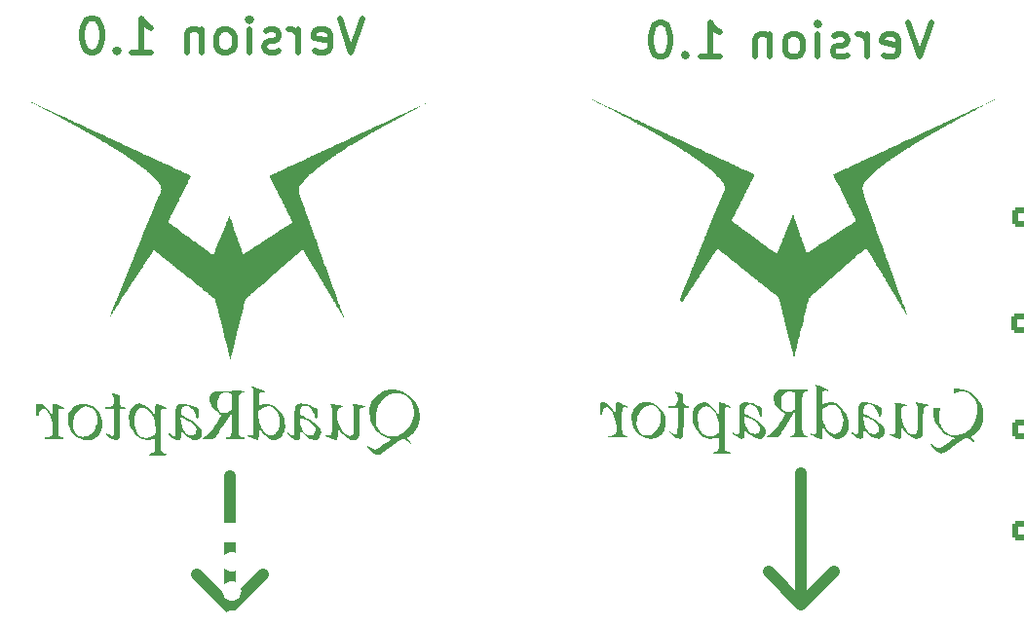
<source format=gbo>
%TF.GenerationSoftware,KiCad,Pcbnew,(7.0.0)*%
%TF.CreationDate,2024-03-11T20:32:42+02:00*%
%TF.ProjectId,quadraptor,71756164-7261-4707-946f-722e6b696361,rev?*%
%TF.SameCoordinates,Original*%
%TF.FileFunction,Legend,Bot*%
%TF.FilePolarity,Positive*%
%FSLAX46Y46*%
G04 Gerber Fmt 4.6, Leading zero omitted, Abs format (unit mm)*
G04 Created by KiCad (PCBNEW (7.0.0)) date 2024-03-11 20:32:42*
%MOMM*%
%LPD*%
G01*
G04 APERTURE LIST*
G04 Aperture macros list*
%AMRoundRect*
0 Rectangle with rounded corners*
0 $1 Rounding radius*
0 $2 $3 $4 $5 $6 $7 $8 $9 X,Y pos of 4 corners*
0 Add a 4 corners polygon primitive as box body*
4,1,4,$2,$3,$4,$5,$6,$7,$8,$9,$2,$3,0*
0 Add four circle primitives for the rounded corners*
1,1,$1+$1,$2,$3*
1,1,$1+$1,$4,$5*
1,1,$1+$1,$6,$7*
1,1,$1+$1,$8,$9*
0 Add four rect primitives between the rounded corners*
20,1,$1+$1,$2,$3,$4,$5,0*
20,1,$1+$1,$4,$5,$6,$7,0*
20,1,$1+$1,$6,$7,$8,$9,0*
20,1,$1+$1,$8,$9,$2,$3,0*%
G04 Aperture macros list end*
%ADD10C,0.500000*%
%ADD11C,1.000000*%
%ADD12C,0.600000*%
%ADD13O,2.204000X1.104000*%
%ADD14O,1.904000X1.104000*%
%ADD15C,3.200000*%
%ADD16RoundRect,0.250000X0.750000X-0.600000X0.750000X0.600000X-0.750000X0.600000X-0.750000X-0.600000X0*%
%ADD17O,2.000000X1.700000*%
%ADD18R,2.000000X2.000000*%
%ADD19C,2.000000*%
%ADD20R,1.700000X1.700000*%
%ADD21O,1.700000X1.700000*%
%ADD22RoundRect,0.250000X-0.600000X-0.750000X0.600000X-0.750000X0.600000X0.750000X-0.600000X0.750000X0*%
%ADD23O,1.700000X2.000000*%
%ADD24C,1.500000*%
%ADD25RoundRect,0.250000X-0.600000X-0.725000X0.600000X-0.725000X0.600000X0.725000X-0.600000X0.725000X0*%
%ADD26O,1.700000X1.950000*%
%ADD27C,0.900000*%
%ADD28R,1.600000X1.600000*%
%ADD29C,1.600000*%
%ADD30R,2.000000X1.905000*%
%ADD31O,2.000000X1.905000*%
%ADD32C,1.712000*%
G04 APERTURE END LIST*
D10*
X149828285Y-77881142D02*
X148828285Y-80881142D01*
X148828285Y-80881142D02*
X147828285Y-77881142D01*
X145685428Y-80738285D02*
X145971142Y-80881142D01*
X145971142Y-80881142D02*
X146542571Y-80881142D01*
X146542571Y-80881142D02*
X146828285Y-80738285D01*
X146828285Y-80738285D02*
X146971142Y-80452571D01*
X146971142Y-80452571D02*
X146971142Y-79309714D01*
X146971142Y-79309714D02*
X146828285Y-79024000D01*
X146828285Y-79024000D02*
X146542571Y-78881142D01*
X146542571Y-78881142D02*
X145971142Y-78881142D01*
X145971142Y-78881142D02*
X145685428Y-79024000D01*
X145685428Y-79024000D02*
X145542571Y-79309714D01*
X145542571Y-79309714D02*
X145542571Y-79595428D01*
X145542571Y-79595428D02*
X146971142Y-79881142D01*
X144256856Y-80881142D02*
X144256856Y-78881142D01*
X144256856Y-79452571D02*
X144113999Y-79166857D01*
X144113999Y-79166857D02*
X143971142Y-79024000D01*
X143971142Y-79024000D02*
X143685427Y-78881142D01*
X143685427Y-78881142D02*
X143399713Y-78881142D01*
X142542570Y-80738285D02*
X142256856Y-80881142D01*
X142256856Y-80881142D02*
X141685427Y-80881142D01*
X141685427Y-80881142D02*
X141399713Y-80738285D01*
X141399713Y-80738285D02*
X141256856Y-80452571D01*
X141256856Y-80452571D02*
X141256856Y-80309714D01*
X141256856Y-80309714D02*
X141399713Y-80024000D01*
X141399713Y-80024000D02*
X141685427Y-79881142D01*
X141685427Y-79881142D02*
X142113999Y-79881142D01*
X142113999Y-79881142D02*
X142399713Y-79738285D01*
X142399713Y-79738285D02*
X142542570Y-79452571D01*
X142542570Y-79452571D02*
X142542570Y-79309714D01*
X142542570Y-79309714D02*
X142399713Y-79024000D01*
X142399713Y-79024000D02*
X142113999Y-78881142D01*
X142113999Y-78881142D02*
X141685427Y-78881142D01*
X141685427Y-78881142D02*
X141399713Y-79024000D01*
X139971142Y-80881142D02*
X139971142Y-78881142D01*
X139971142Y-77881142D02*
X140113999Y-78024000D01*
X140113999Y-78024000D02*
X139971142Y-78166857D01*
X139971142Y-78166857D02*
X139828285Y-78024000D01*
X139828285Y-78024000D02*
X139971142Y-77881142D01*
X139971142Y-77881142D02*
X139971142Y-78166857D01*
X138113999Y-80881142D02*
X138399714Y-80738285D01*
X138399714Y-80738285D02*
X138542571Y-80595428D01*
X138542571Y-80595428D02*
X138685428Y-80309714D01*
X138685428Y-80309714D02*
X138685428Y-79452571D01*
X138685428Y-79452571D02*
X138542571Y-79166857D01*
X138542571Y-79166857D02*
X138399714Y-79024000D01*
X138399714Y-79024000D02*
X138113999Y-78881142D01*
X138113999Y-78881142D02*
X137685428Y-78881142D01*
X137685428Y-78881142D02*
X137399714Y-79024000D01*
X137399714Y-79024000D02*
X137256857Y-79166857D01*
X137256857Y-79166857D02*
X137113999Y-79452571D01*
X137113999Y-79452571D02*
X137113999Y-80309714D01*
X137113999Y-80309714D02*
X137256857Y-80595428D01*
X137256857Y-80595428D02*
X137399714Y-80738285D01*
X137399714Y-80738285D02*
X137685428Y-80881142D01*
X137685428Y-80881142D02*
X138113999Y-80881142D01*
X135828285Y-78881142D02*
X135828285Y-80881142D01*
X135828285Y-79166857D02*
X135685428Y-79024000D01*
X135685428Y-79024000D02*
X135399713Y-78881142D01*
X135399713Y-78881142D02*
X134971142Y-78881142D01*
X134971142Y-78881142D02*
X134685428Y-79024000D01*
X134685428Y-79024000D02*
X134542571Y-79309714D01*
X134542571Y-79309714D02*
X134542571Y-80881142D01*
X129742570Y-80881142D02*
X131456856Y-80881142D01*
X130599713Y-80881142D02*
X130599713Y-77881142D01*
X130599713Y-77881142D02*
X130885427Y-78309714D01*
X130885427Y-78309714D02*
X131171142Y-78595428D01*
X131171142Y-78595428D02*
X131456856Y-78738285D01*
X128456856Y-80595428D02*
X128313999Y-80738285D01*
X128313999Y-80738285D02*
X128456856Y-80881142D01*
X128456856Y-80881142D02*
X128599713Y-80738285D01*
X128599713Y-80738285D02*
X128456856Y-80595428D01*
X128456856Y-80595428D02*
X128456856Y-80881142D01*
X126456856Y-77881142D02*
X126171142Y-77881142D01*
X126171142Y-77881142D02*
X125885428Y-78024000D01*
X125885428Y-78024000D02*
X125742571Y-78166857D01*
X125742571Y-78166857D02*
X125599713Y-78452571D01*
X125599713Y-78452571D02*
X125456856Y-79024000D01*
X125456856Y-79024000D02*
X125456856Y-79738285D01*
X125456856Y-79738285D02*
X125599713Y-80309714D01*
X125599713Y-80309714D02*
X125742571Y-80595428D01*
X125742571Y-80595428D02*
X125885428Y-80738285D01*
X125885428Y-80738285D02*
X126171142Y-80881142D01*
X126171142Y-80881142D02*
X126456856Y-80881142D01*
X126456856Y-80881142D02*
X126742571Y-80738285D01*
X126742571Y-80738285D02*
X126885428Y-80595428D01*
X126885428Y-80595428D02*
X127028285Y-80309714D01*
X127028285Y-80309714D02*
X127171142Y-79738285D01*
X127171142Y-79738285D02*
X127171142Y-79024000D01*
X127171142Y-79024000D02*
X127028285Y-78452571D01*
X127028285Y-78452571D02*
X126885428Y-78166857D01*
X126885428Y-78166857D02*
X126742571Y-78024000D01*
X126742571Y-78024000D02*
X126456856Y-77881142D01*
D11*
X138542285Y-117056285D02*
X138542285Y-128484857D01*
X141399428Y-125627714D02*
X138542285Y-128484857D01*
X138542285Y-128484857D02*
X135685142Y-125627714D01*
X88885285Y-117310285D02*
X88885285Y-128738857D01*
X91742428Y-125881714D02*
X88885285Y-128738857D01*
X88885285Y-128738857D02*
X86028142Y-125881714D01*
D10*
X100425285Y-77500142D02*
X99425285Y-80500142D01*
X99425285Y-80500142D02*
X98425285Y-77500142D01*
X96282428Y-80357285D02*
X96568142Y-80500142D01*
X96568142Y-80500142D02*
X97139571Y-80500142D01*
X97139571Y-80500142D02*
X97425285Y-80357285D01*
X97425285Y-80357285D02*
X97568142Y-80071571D01*
X97568142Y-80071571D02*
X97568142Y-78928714D01*
X97568142Y-78928714D02*
X97425285Y-78643000D01*
X97425285Y-78643000D02*
X97139571Y-78500142D01*
X97139571Y-78500142D02*
X96568142Y-78500142D01*
X96568142Y-78500142D02*
X96282428Y-78643000D01*
X96282428Y-78643000D02*
X96139571Y-78928714D01*
X96139571Y-78928714D02*
X96139571Y-79214428D01*
X96139571Y-79214428D02*
X97568142Y-79500142D01*
X94853856Y-80500142D02*
X94853856Y-78500142D01*
X94853856Y-79071571D02*
X94710999Y-78785857D01*
X94710999Y-78785857D02*
X94568142Y-78643000D01*
X94568142Y-78643000D02*
X94282427Y-78500142D01*
X94282427Y-78500142D02*
X93996713Y-78500142D01*
X93139570Y-80357285D02*
X92853856Y-80500142D01*
X92853856Y-80500142D02*
X92282427Y-80500142D01*
X92282427Y-80500142D02*
X91996713Y-80357285D01*
X91996713Y-80357285D02*
X91853856Y-80071571D01*
X91853856Y-80071571D02*
X91853856Y-79928714D01*
X91853856Y-79928714D02*
X91996713Y-79643000D01*
X91996713Y-79643000D02*
X92282427Y-79500142D01*
X92282427Y-79500142D02*
X92710999Y-79500142D01*
X92710999Y-79500142D02*
X92996713Y-79357285D01*
X92996713Y-79357285D02*
X93139570Y-79071571D01*
X93139570Y-79071571D02*
X93139570Y-78928714D01*
X93139570Y-78928714D02*
X92996713Y-78643000D01*
X92996713Y-78643000D02*
X92710999Y-78500142D01*
X92710999Y-78500142D02*
X92282427Y-78500142D01*
X92282427Y-78500142D02*
X91996713Y-78643000D01*
X90568142Y-80500142D02*
X90568142Y-78500142D01*
X90568142Y-77500142D02*
X90710999Y-77643000D01*
X90710999Y-77643000D02*
X90568142Y-77785857D01*
X90568142Y-77785857D02*
X90425285Y-77643000D01*
X90425285Y-77643000D02*
X90568142Y-77500142D01*
X90568142Y-77500142D02*
X90568142Y-77785857D01*
X88710999Y-80500142D02*
X88996714Y-80357285D01*
X88996714Y-80357285D02*
X89139571Y-80214428D01*
X89139571Y-80214428D02*
X89282428Y-79928714D01*
X89282428Y-79928714D02*
X89282428Y-79071571D01*
X89282428Y-79071571D02*
X89139571Y-78785857D01*
X89139571Y-78785857D02*
X88996714Y-78643000D01*
X88996714Y-78643000D02*
X88710999Y-78500142D01*
X88710999Y-78500142D02*
X88282428Y-78500142D01*
X88282428Y-78500142D02*
X87996714Y-78643000D01*
X87996714Y-78643000D02*
X87853857Y-78785857D01*
X87853857Y-78785857D02*
X87710999Y-79071571D01*
X87710999Y-79071571D02*
X87710999Y-79928714D01*
X87710999Y-79928714D02*
X87853857Y-80214428D01*
X87853857Y-80214428D02*
X87996714Y-80357285D01*
X87996714Y-80357285D02*
X88282428Y-80500142D01*
X88282428Y-80500142D02*
X88710999Y-80500142D01*
X86425285Y-78500142D02*
X86425285Y-80500142D01*
X86425285Y-78785857D02*
X86282428Y-78643000D01*
X86282428Y-78643000D02*
X85996713Y-78500142D01*
X85996713Y-78500142D02*
X85568142Y-78500142D01*
X85568142Y-78500142D02*
X85282428Y-78643000D01*
X85282428Y-78643000D02*
X85139571Y-78928714D01*
X85139571Y-78928714D02*
X85139571Y-80500142D01*
X80339570Y-80500142D02*
X82053856Y-80500142D01*
X81196713Y-80500142D02*
X81196713Y-77500142D01*
X81196713Y-77500142D02*
X81482427Y-77928714D01*
X81482427Y-77928714D02*
X81768142Y-78214428D01*
X81768142Y-78214428D02*
X82053856Y-78357285D01*
X79053856Y-80214428D02*
X78910999Y-80357285D01*
X78910999Y-80357285D02*
X79053856Y-80500142D01*
X79053856Y-80500142D02*
X79196713Y-80357285D01*
X79196713Y-80357285D02*
X79053856Y-80214428D01*
X79053856Y-80214428D02*
X79053856Y-80500142D01*
X77053856Y-77500142D02*
X76768142Y-77500142D01*
X76768142Y-77500142D02*
X76482428Y-77643000D01*
X76482428Y-77643000D02*
X76339571Y-77785857D01*
X76339571Y-77785857D02*
X76196713Y-78071571D01*
X76196713Y-78071571D02*
X76053856Y-78643000D01*
X76053856Y-78643000D02*
X76053856Y-79357285D01*
X76053856Y-79357285D02*
X76196713Y-79928714D01*
X76196713Y-79928714D02*
X76339571Y-80214428D01*
X76339571Y-80214428D02*
X76482428Y-80357285D01*
X76482428Y-80357285D02*
X76768142Y-80500142D01*
X76768142Y-80500142D02*
X77053856Y-80500142D01*
X77053856Y-80500142D02*
X77339571Y-80357285D01*
X77339571Y-80357285D02*
X77482428Y-80214428D01*
X77482428Y-80214428D02*
X77625285Y-79928714D01*
X77625285Y-79928714D02*
X77768142Y-79357285D01*
X77768142Y-79357285D02*
X77768142Y-78643000D01*
X77768142Y-78643000D02*
X77625285Y-78071571D01*
X77625285Y-78071571D02*
X77482428Y-77785857D01*
X77482428Y-77785857D02*
X77339571Y-77643000D01*
X77339571Y-77643000D02*
X77053856Y-77500142D01*
%TO.C,G\u002A\u002A\u002A*%
G36*
X106524763Y-84645409D02*
G01*
X106506437Y-84663735D01*
X106488111Y-84645409D01*
X106506437Y-84627083D01*
X106524763Y-84645409D01*
G37*
G36*
X106348374Y-84712002D02*
G01*
X106365339Y-84725195D01*
X106326230Y-84734146D01*
X106289055Y-84731554D01*
X106278124Y-84714896D01*
X106291091Y-84707632D01*
X106348374Y-84712002D01*
G37*
G36*
X105580968Y-85115940D02*
G01*
X105587185Y-85128667D01*
X105535153Y-85134427D01*
X105484733Y-85129318D01*
X105489337Y-85115940D01*
X105505928Y-85111099D01*
X105580968Y-85115940D01*
G37*
G36*
X98864445Y-103612941D02*
G01*
X98861800Y-103632345D01*
X98840011Y-103637376D01*
X98835624Y-103632004D01*
X98840011Y-103588507D01*
X98851035Y-103582773D01*
X98864445Y-103612941D01*
G37*
G36*
X71345488Y-84638697D02*
G01*
X71362453Y-84651890D01*
X71323344Y-84660842D01*
X71286169Y-84658250D01*
X71275238Y-84641591D01*
X71288205Y-84634328D01*
X71345488Y-84638697D01*
G37*
G36*
X106165206Y-84777827D02*
G01*
X106194893Y-84810344D01*
X106188690Y-84827205D01*
X106139914Y-84846996D01*
X106114623Y-84842861D01*
X106084936Y-84810344D01*
X106091139Y-84793483D01*
X106139914Y-84773692D01*
X106165206Y-84777827D01*
G37*
G36*
X106018597Y-84851131D02*
G01*
X106048284Y-84883649D01*
X106042081Y-84900510D01*
X105993305Y-84920301D01*
X105968014Y-84916166D01*
X105938327Y-84883649D01*
X105944530Y-84866787D01*
X105993305Y-84846996D01*
X106018597Y-84851131D01*
G37*
G36*
X71968826Y-84924079D02*
G01*
X71998356Y-84956953D01*
X71983612Y-84978651D01*
X71922888Y-84993605D01*
X71881296Y-84985802D01*
X71870073Y-84956953D01*
X71883139Y-84942638D01*
X71945541Y-84920301D01*
X71968826Y-84924079D01*
G37*
G36*
X71492190Y-84704522D02*
G01*
X71521877Y-84737040D01*
X71515674Y-84753901D01*
X71466899Y-84773692D01*
X71441607Y-84769557D01*
X71411920Y-84737040D01*
X71418123Y-84720179D01*
X71466899Y-84700387D01*
X71492190Y-84704522D01*
G37*
G36*
X105901675Y-84956953D02*
G01*
X105887929Y-84978256D01*
X105828370Y-84993605D01*
X105785764Y-85000478D01*
X105755066Y-85030257D01*
X105736920Y-85052791D01*
X105672598Y-85065373D01*
X105668836Y-85065293D01*
X105628308Y-85059063D01*
X105643032Y-85037989D01*
X105718414Y-84993605D01*
X105756910Y-84972877D01*
X105845721Y-84931378D01*
X105889783Y-84926909D01*
X105901675Y-84956953D01*
G37*
G36*
X71674440Y-84780565D02*
G01*
X71705138Y-84810344D01*
X71718884Y-84831647D01*
X71778443Y-84846996D01*
X71821049Y-84853869D01*
X71851747Y-84883649D01*
X71838001Y-84904952D01*
X71778443Y-84920301D01*
X71735836Y-84913428D01*
X71705138Y-84883649D01*
X71691392Y-84862345D01*
X71631834Y-84846996D01*
X71589227Y-84840123D01*
X71558529Y-84810344D01*
X71572275Y-84789041D01*
X71631834Y-84773692D01*
X71674440Y-84780565D01*
G37*
G36*
X77768338Y-112454486D02*
G01*
X77787282Y-112633335D01*
X77785995Y-112885112D01*
X77759998Y-113132166D01*
X77710032Y-113346131D01*
X77654174Y-113484986D01*
X77501363Y-113726407D01*
X77297992Y-113927606D01*
X77055864Y-114078084D01*
X76786786Y-114167338D01*
X76488010Y-114196450D01*
X76169244Y-114162951D01*
X75865411Y-114066915D01*
X75584702Y-113913956D01*
X75335308Y-113709683D01*
X75125420Y-113459710D01*
X74963228Y-113169648D01*
X74856924Y-112845110D01*
X74854594Y-112831505D01*
X75245376Y-112831505D01*
X75273952Y-113100752D01*
X75347014Y-113347797D01*
X75463067Y-113562599D01*
X75620618Y-113735113D01*
X75818174Y-113855297D01*
X75903251Y-113882393D01*
X76096140Y-113906486D01*
X76305668Y-113895673D01*
X76500736Y-113850188D01*
X76611119Y-113796470D01*
X76775219Y-113675309D01*
X76938054Y-113514793D01*
X77083249Y-113331630D01*
X77194429Y-113142523D01*
X77237602Y-113044967D01*
X77331885Y-112748200D01*
X77373862Y-112454486D01*
X77365321Y-112173380D01*
X77308051Y-111914434D01*
X77203842Y-111687204D01*
X77054483Y-111501242D01*
X76861763Y-111366103D01*
X76631714Y-111286649D01*
X76387875Y-111272182D01*
X76147113Y-111324500D01*
X75917159Y-111440789D01*
X75705746Y-111618237D01*
X75520605Y-111854031D01*
X75441489Y-111990987D01*
X75327651Y-112266580D01*
X75262778Y-112550100D01*
X75245376Y-112831505D01*
X74854594Y-112831505D01*
X74835414Y-112719536D01*
X74820470Y-112471739D01*
X74833811Y-112215491D01*
X74873461Y-111976880D01*
X74937445Y-111781992D01*
X74965480Y-111723922D01*
X75129678Y-111470538D01*
X75337055Y-111275309D01*
X75590890Y-111135725D01*
X75894463Y-111049275D01*
X76045345Y-111029703D01*
X76358452Y-111040265D01*
X76660722Y-111116363D01*
X76944381Y-111252740D01*
X77201656Y-111444138D01*
X77424775Y-111685298D01*
X77605963Y-111970964D01*
X77737448Y-112295877D01*
X77763118Y-112405201D01*
X77768338Y-112454486D01*
G37*
G36*
X78712459Y-110108165D02*
G01*
X78807816Y-110141341D01*
X78958394Y-110200325D01*
X79284378Y-110330125D01*
X79298001Y-110728128D01*
X79299714Y-110776813D01*
X79307272Y-110939573D01*
X79318142Y-111049134D01*
X79335887Y-111121709D01*
X79364069Y-111173513D01*
X79406252Y-111220758D01*
X79497889Y-111286620D01*
X79653081Y-111335801D01*
X79720591Y-111347551D01*
X79786785Y-111376472D01*
X79805282Y-111424694D01*
X79799652Y-111456603D01*
X79768781Y-111479972D01*
X79696555Y-111490636D01*
X79567043Y-111493172D01*
X79328803Y-111493172D01*
X79325854Y-112638555D01*
X79325423Y-112770377D01*
X79322960Y-113114308D01*
X79318068Y-113394384D01*
X79309909Y-113617659D01*
X79297649Y-113791186D01*
X79280449Y-113922021D01*
X79257476Y-114017218D01*
X79227891Y-114083831D01*
X79190858Y-114128916D01*
X79145542Y-114159526D01*
X79040258Y-114187762D01*
X78879477Y-114171816D01*
X78693261Y-114103622D01*
X78491447Y-113986990D01*
X78283874Y-113825730D01*
X78229374Y-113775244D01*
X78145389Y-113676242D01*
X78124066Y-113606589D01*
X78131013Y-113583043D01*
X78154312Y-113568965D01*
X78204911Y-113591939D01*
X78297839Y-113656260D01*
X78365618Y-113703545D01*
X78521183Y-113791508D01*
X78643392Y-113824040D01*
X78739770Y-113803654D01*
X78749347Y-113798283D01*
X78768695Y-113782834D01*
X78783861Y-113757132D01*
X78795354Y-113713296D01*
X78803683Y-113643445D01*
X78809356Y-113539696D01*
X78812883Y-113394169D01*
X78814771Y-113198982D01*
X78815532Y-112946254D01*
X78815672Y-112628102D01*
X78815672Y-111493172D01*
X78412497Y-111493172D01*
X78336512Y-111493082D01*
X78184932Y-111491269D01*
X78089095Y-111485345D01*
X78036329Y-111473007D01*
X78013962Y-111451949D01*
X78009323Y-111419868D01*
X78014463Y-111384703D01*
X78043317Y-111359926D01*
X78112472Y-111348802D01*
X78238399Y-111346023D01*
X78343476Y-111342673D01*
X78502932Y-111315863D01*
X78621341Y-111255869D01*
X78717795Y-111155086D01*
X78722253Y-111148908D01*
X78781356Y-111022066D01*
X78815342Y-110859990D01*
X78824496Y-110683602D01*
X78809104Y-110513823D01*
X78769451Y-110371573D01*
X78705823Y-110277773D01*
X78659171Y-110222314D01*
X78632411Y-110143723D01*
X78632416Y-110141733D01*
X78637290Y-110110537D01*
X78659794Y-110098622D01*
X78712459Y-110108165D01*
G37*
G36*
X73676477Y-111043296D02*
G01*
X73828127Y-111099893D01*
X74039008Y-111186618D01*
X74129280Y-111224069D01*
X74285230Y-111293123D01*
X74385182Y-111346176D01*
X74438377Y-111388547D01*
X74454056Y-111425556D01*
X74452088Y-111451860D01*
X74425999Y-111478921D01*
X74353262Y-111467863D01*
X74244850Y-111447814D01*
X74111403Y-111457578D01*
X74025410Y-111515071D01*
X74017702Y-111535311D01*
X74004394Y-111624437D01*
X73993492Y-111769388D01*
X73985016Y-111958615D01*
X73978986Y-112180566D01*
X73975426Y-112423693D01*
X73974354Y-112676445D01*
X73975792Y-112927273D01*
X73979761Y-113164628D01*
X73986282Y-113376958D01*
X73995375Y-113552715D01*
X74007063Y-113680349D01*
X74021365Y-113748309D01*
X74095949Y-113844634D01*
X74219790Y-113919997D01*
X74360605Y-113948872D01*
X74433055Y-113965101D01*
X74454056Y-114022177D01*
X74454051Y-114023814D01*
X74451023Y-114046869D01*
X74436377Y-114064364D01*
X74401303Y-114077065D01*
X74336987Y-114085738D01*
X74234616Y-114091150D01*
X74085379Y-114094067D01*
X73880463Y-114095255D01*
X73611054Y-114095481D01*
X73592229Y-114095481D01*
X73327094Y-114095217D01*
X73125902Y-114093944D01*
X72979840Y-114090894D01*
X72880097Y-114085301D01*
X72817859Y-114076399D01*
X72784314Y-114063422D01*
X72770649Y-114045603D01*
X72768053Y-114022177D01*
X72768384Y-114010651D01*
X72783804Y-113971178D01*
X72835615Y-113953141D01*
X72942151Y-113948815D01*
X72975440Y-113948108D01*
X73172482Y-113911607D01*
X73331174Y-113824270D01*
X73439475Y-113692307D01*
X73463335Y-113639968D01*
X73483660Y-113566274D01*
X73493599Y-113470028D01*
X73494647Y-113334390D01*
X73488301Y-113142523D01*
X73485053Y-113079241D01*
X73450199Y-112755311D01*
X73388353Y-112453718D01*
X73303284Y-112180824D01*
X73198765Y-111942992D01*
X73078564Y-111746583D01*
X72946452Y-111597961D01*
X72806200Y-111503487D01*
X72661578Y-111469524D01*
X72516357Y-111502435D01*
X72469305Y-111532561D01*
X72378940Y-111639976D01*
X72315565Y-111784630D01*
X72291631Y-111942162D01*
X72291584Y-111957000D01*
X72284633Y-112039522D01*
X72253743Y-112073188D01*
X72181617Y-112079608D01*
X72071660Y-112079608D01*
X72071660Y-111568138D01*
X72071660Y-111056667D01*
X72203479Y-111031938D01*
X72394378Y-111032132D01*
X72595649Y-111102887D01*
X72802605Y-111243065D01*
X73012914Y-111451082D01*
X73224241Y-111725351D01*
X73446119Y-112047948D01*
X73456289Y-111532321D01*
X73458231Y-111418961D01*
X73463067Y-111236319D01*
X73477353Y-111113339D01*
X73511046Y-111044112D01*
X73574102Y-111022733D01*
X73676477Y-111043296D01*
G37*
G36*
X96777313Y-113366487D02*
G01*
X96808559Y-113528848D01*
X96786913Y-113731545D01*
X96709574Y-113917817D01*
X96581773Y-114072660D01*
X96408746Y-114181073D01*
X96394342Y-114186138D01*
X96279372Y-114196556D01*
X96130101Y-114177880D01*
X95972330Y-114134958D01*
X95831862Y-114072642D01*
X95741073Y-114017776D01*
X95461394Y-113816457D01*
X95153406Y-113550394D01*
X94979308Y-113389058D01*
X94978747Y-113714780D01*
X94978115Y-113779353D01*
X94972831Y-113920998D01*
X94963396Y-114027919D01*
X94951258Y-114080831D01*
X94894866Y-114132740D01*
X94794937Y-114183875D01*
X94697663Y-114205080D01*
X94693681Y-114205017D01*
X94578585Y-114179978D01*
X94439528Y-114117347D01*
X94291699Y-114028287D01*
X94150283Y-113923957D01*
X94030469Y-113815519D01*
X93947444Y-113714131D01*
X93916393Y-113630955D01*
X93916393Y-113539181D01*
X94030744Y-113635401D01*
X94059155Y-113658885D01*
X94214415Y-113767781D01*
X94336820Y-113815029D01*
X94429856Y-113802086D01*
X94438553Y-113797127D01*
X94457085Y-113781360D01*
X94471695Y-113754420D01*
X94482869Y-113708540D01*
X94491090Y-113635955D01*
X94496845Y-113528897D01*
X94500618Y-113379600D01*
X94502894Y-113180298D01*
X94504159Y-112923225D01*
X94504898Y-112600613D01*
X94505606Y-112347617D01*
X94505956Y-112300521D01*
X94948133Y-112300521D01*
X94952238Y-112383434D01*
X94967198Y-112507483D01*
X94990092Y-112654461D01*
X95017997Y-112806161D01*
X95047992Y-112944373D01*
X95077153Y-113050892D01*
X95137550Y-113202586D01*
X95249564Y-113399641D01*
X95382855Y-113565470D01*
X95525909Y-113686452D01*
X95667210Y-113748963D01*
X95809470Y-113773218D01*
X95959031Y-113775133D01*
X96077460Y-113738410D01*
X96184579Y-113659628D01*
X96285493Y-113526899D01*
X96329927Y-113366487D01*
X96312560Y-113193819D01*
X96236689Y-113016437D01*
X96105614Y-112841881D01*
X95922633Y-112677694D01*
X95691047Y-112531418D01*
X95643956Y-112507709D01*
X95514096Y-112449868D01*
X95367759Y-112392079D01*
X95221711Y-112340121D01*
X95092716Y-112299772D01*
X94997539Y-112276810D01*
X94952946Y-112277015D01*
X94948133Y-112300521D01*
X94505956Y-112300521D01*
X94507881Y-112041903D01*
X94512524Y-111796387D01*
X94520515Y-111603349D01*
X94532837Y-111455071D01*
X94550470Y-111343833D01*
X94574395Y-111261916D01*
X94605593Y-111201600D01*
X94645046Y-111155167D01*
X94693734Y-111114898D01*
X94720123Y-111097329D01*
X94875543Y-111040357D01*
X95077019Y-111021540D01*
X95312399Y-111038632D01*
X95569527Y-111089385D01*
X95836249Y-111171551D01*
X96100412Y-111282883D01*
X96349861Y-111421134D01*
X96521267Y-111529836D01*
X96510821Y-111905516D01*
X96500376Y-112281195D01*
X96403070Y-112292457D01*
X96360706Y-112294915D01*
X96319420Y-112278600D01*
X96291778Y-112223554D01*
X96264862Y-112113001D01*
X96219008Y-111947577D01*
X96119378Y-111715989D01*
X95990615Y-111512603D01*
X95842807Y-111352450D01*
X95686041Y-111250562D01*
X95588572Y-111219907D01*
X95430603Y-111202056D01*
X95280155Y-111215502D01*
X95166853Y-111259723D01*
X95160214Y-111264513D01*
X95061219Y-111382423D01*
X95000163Y-111557759D01*
X94979308Y-111784193D01*
X94979308Y-112004263D01*
X95383631Y-112206848D01*
X95407607Y-112218908D01*
X95801369Y-112432495D01*
X96133800Y-112644108D01*
X96402099Y-112851595D01*
X96603464Y-113052802D01*
X96735094Y-113245576D01*
X96769276Y-113324727D01*
X96777313Y-113366487D01*
G37*
G36*
X86415128Y-113298493D02*
G01*
X86440268Y-113346932D01*
X86468720Y-113494212D01*
X86454986Y-113690959D01*
X86390955Y-113877405D01*
X86283789Y-114034517D01*
X86140649Y-114143258D01*
X86022641Y-114188204D01*
X85875727Y-114200831D01*
X85699852Y-114167610D01*
X85612822Y-114134992D01*
X85449651Y-114047602D01*
X85262102Y-113923611D01*
X85065451Y-113773396D01*
X84874974Y-113607331D01*
X84643378Y-113390684D01*
X84643378Y-113708096D01*
X84642933Y-113799397D01*
X84638032Y-113925646D01*
X84624278Y-114007728D01*
X84597472Y-114064664D01*
X84553413Y-114115473D01*
X84549262Y-114119538D01*
X84462556Y-114180233D01*
X84379315Y-114205080D01*
X84343396Y-114201633D01*
X84218090Y-114163822D01*
X84064784Y-114092425D01*
X83903609Y-113997616D01*
X83754702Y-113889563D01*
X83752401Y-113887678D01*
X83648589Y-113793291D01*
X83595544Y-113716813D01*
X83580604Y-113640102D01*
X83580463Y-113532920D01*
X83662930Y-113608765D01*
X83695114Y-113636269D01*
X83785441Y-113703087D01*
X83886072Y-113768741D01*
X83974154Y-113818786D01*
X84026835Y-113838778D01*
X84053382Y-113827246D01*
X84109302Y-113781319D01*
X84114782Y-113775140D01*
X84129948Y-113746342D01*
X84141921Y-113697759D01*
X84151063Y-113621744D01*
X84157734Y-113510654D01*
X84162298Y-113356843D01*
X84165115Y-113152666D01*
X84166547Y-112890477D01*
X84166956Y-112562632D01*
X84166961Y-112518989D01*
X84167456Y-112258744D01*
X84595851Y-112258744D01*
X84619351Y-112483576D01*
X84649516Y-112696816D01*
X84724256Y-113005051D01*
X84828739Y-113272857D01*
X84958613Y-113489916D01*
X85109528Y-113645913D01*
X85203571Y-113700291D01*
X85365445Y-113749375D01*
X85539581Y-113765202D01*
X85700989Y-113746202D01*
X85824679Y-113690806D01*
X85896889Y-113618268D01*
X85966309Y-113471794D01*
X85978805Y-113298493D01*
X85934255Y-113110428D01*
X85832536Y-112919667D01*
X85779988Y-112854914D01*
X85628221Y-112719969D01*
X85428383Y-112586338D01*
X85196639Y-112463109D01*
X84949151Y-112359366D01*
X84702082Y-112284196D01*
X84595851Y-112258744D01*
X84167456Y-112258744D01*
X84167614Y-112175825D01*
X84170279Y-111897399D01*
X84176286Y-111676026D01*
X84186963Y-111504019D01*
X84203637Y-111373692D01*
X84227638Y-111277359D01*
X84260293Y-111207334D01*
X84302930Y-111155930D01*
X84356877Y-111115460D01*
X84423464Y-111078240D01*
X84461718Y-111061031D01*
X84635919Y-111023660D01*
X84854003Y-111024629D01*
X85102984Y-111061452D01*
X85369873Y-111131640D01*
X85641684Y-111232705D01*
X85905429Y-111362158D01*
X86146119Y-111496760D01*
X86146119Y-111898141D01*
X86145934Y-112031614D01*
X86143660Y-112162165D01*
X86136467Y-112241442D01*
X86121513Y-112282234D01*
X86095957Y-112297331D01*
X86056959Y-112299522D01*
X86043234Y-112299323D01*
X85994638Y-112289596D01*
X85961653Y-112253946D01*
X85935174Y-112176893D01*
X85906100Y-112042956D01*
X85887752Y-111972056D01*
X85818016Y-111795440D01*
X85720677Y-111613999D01*
X85612082Y-111460138D01*
X85601238Y-111447534D01*
X85447718Y-111314328D01*
X85273733Y-111230797D01*
X85094566Y-111199767D01*
X84925503Y-111224067D01*
X84781827Y-111306524D01*
X84743448Y-111342059D01*
X84698039Y-111396652D01*
X84671803Y-111461814D01*
X84657825Y-111558450D01*
X84649187Y-111707468D01*
X84635818Y-112001842D01*
X85015283Y-112191237D01*
X85113478Y-112241265D01*
X85448971Y-112428889D01*
X85747606Y-112622382D01*
X86002719Y-112816339D01*
X86207644Y-113005353D01*
X86355716Y-113184020D01*
X86415128Y-113298493D01*
G37*
G36*
X93656212Y-112577666D02*
G01*
X93669187Y-112723225D01*
X93674077Y-112940936D01*
X93673071Y-113117733D01*
X93666235Y-113254680D01*
X93650191Y-113359392D01*
X93621611Y-113453023D01*
X93577164Y-113556729D01*
X93480709Y-113742691D01*
X93345374Y-113930293D01*
X93190464Y-114063897D01*
X93005505Y-114154458D01*
X92830136Y-114195355D01*
X92616156Y-114186138D01*
X92397078Y-114111406D01*
X92170016Y-113969691D01*
X91932088Y-113759522D01*
X91680407Y-113479432D01*
X91405715Y-113145440D01*
X91395572Y-113675439D01*
X91390993Y-113879097D01*
X91385182Y-114025780D01*
X91376669Y-114120805D01*
X91363872Y-114175123D01*
X91345213Y-114199684D01*
X91319111Y-114205438D01*
X91317632Y-114205401D01*
X91256202Y-114191191D01*
X91143271Y-114154925D01*
X90994435Y-114101909D01*
X90825286Y-114037448D01*
X90677475Y-113978138D01*
X90540086Y-113918024D01*
X90454350Y-113871512D01*
X90410252Y-113832963D01*
X90397779Y-113796739D01*
X90409971Y-113747796D01*
X90461920Y-113743074D01*
X90573581Y-113773722D01*
X90670754Y-113788303D01*
X90739826Y-113775408D01*
X90803271Y-113734470D01*
X90892584Y-113662166D01*
X90902676Y-111698945D01*
X90903012Y-111633107D01*
X91369063Y-111633107D01*
X91370212Y-112030456D01*
X91373747Y-112218652D01*
X91387057Y-112389333D01*
X91413563Y-112535861D01*
X91456721Y-112684370D01*
X91488485Y-112774931D01*
X91614969Y-113066912D01*
X91762899Y-113321422D01*
X91924579Y-113526522D01*
X92092312Y-113670276D01*
X92253462Y-113743957D01*
X92450580Y-113773268D01*
X92644310Y-113746883D01*
X92812325Y-113664965D01*
X92878503Y-113605090D01*
X92992451Y-113453548D01*
X93091618Y-113262193D01*
X93163769Y-113052355D01*
X93200045Y-112861449D01*
X93212904Y-112577666D01*
X93183114Y-112293825D01*
X93114866Y-112021800D01*
X93012356Y-111773466D01*
X92879774Y-111560696D01*
X92721317Y-111395365D01*
X92541175Y-111289347D01*
X92416254Y-111255483D01*
X92188294Y-111247340D01*
X91945837Y-111295173D01*
X91704281Y-111395291D01*
X91479020Y-111544004D01*
X91369063Y-111633107D01*
X90903012Y-111633107D01*
X90903983Y-111442609D01*
X90905820Y-111053157D01*
X90906949Y-110727527D01*
X90907176Y-110459709D01*
X90906303Y-110243694D01*
X90904135Y-110073471D01*
X90900478Y-109943029D01*
X90895134Y-109846360D01*
X90887909Y-109777452D01*
X90878607Y-109730296D01*
X90867032Y-109698881D01*
X90852989Y-109677198D01*
X90836281Y-109659236D01*
X90786642Y-109592665D01*
X90771211Y-109533339D01*
X90787494Y-109521823D01*
X90845498Y-109527187D01*
X90951347Y-109556285D01*
X91111499Y-109610953D01*
X91332411Y-109693031D01*
X91507709Y-109760498D01*
X91668584Y-109825606D01*
X91777944Y-109875660D01*
X91845531Y-109915746D01*
X91881087Y-109950949D01*
X91894355Y-109986355D01*
X91897029Y-110008967D01*
X91886098Y-110053433D01*
X91830214Y-110048830D01*
X91780533Y-110034691D01*
X91681992Y-110006726D01*
X91593389Y-110009038D01*
X91490347Y-110050108D01*
X91415440Y-110115037D01*
X91414890Y-110115960D01*
X91405369Y-110167266D01*
X91397851Y-110271700D01*
X91392428Y-110413462D01*
X91389196Y-110576757D01*
X91388249Y-110745787D01*
X91389680Y-110904754D01*
X91393585Y-111037860D01*
X91400056Y-111129309D01*
X91409189Y-111163302D01*
X91411017Y-111163155D01*
X91461294Y-111151030D01*
X91560011Y-111123269D01*
X91687851Y-111085282D01*
X91968175Y-111027630D01*
X92258264Y-111032661D01*
X92534441Y-111108902D01*
X92798598Y-111256896D01*
X93052627Y-111477187D01*
X93203350Y-111645112D01*
X93435468Y-111977657D01*
X93598457Y-112328639D01*
X93626841Y-112419405D01*
X93654339Y-112556651D01*
X93656212Y-112577666D01*
G37*
G36*
X99578223Y-111028768D02*
G01*
X99648019Y-111043984D01*
X99771269Y-111067621D01*
X99933387Y-111096949D01*
X100119785Y-111129234D01*
X100211408Y-111144962D01*
X100388052Y-111177388D01*
X100507034Y-111203991D01*
X100578928Y-111227951D01*
X100614309Y-111252443D01*
X100623753Y-111280645D01*
X100617978Y-111311692D01*
X100576911Y-111339208D01*
X100481204Y-111346563D01*
X100363778Y-111362940D01*
X100252128Y-111416563D01*
X100165600Y-111486562D01*
X100147274Y-112635249D01*
X100142838Y-112901541D01*
X100137503Y-113172587D01*
X100131790Y-113385804D01*
X100125094Y-113549762D01*
X100116808Y-113673028D01*
X100106326Y-113764171D01*
X100093042Y-113831759D01*
X100076350Y-113884361D01*
X100055643Y-113930546D01*
X99973758Y-114048418D01*
X99854056Y-114143452D01*
X99775590Y-114175920D01*
X99583957Y-114200021D01*
X99374345Y-114159062D01*
X99151688Y-114055674D01*
X98920919Y-113892490D01*
X98686976Y-113672141D01*
X98454791Y-113397258D01*
X98259684Y-113141313D01*
X98249541Y-113673376D01*
X98246886Y-113840975D01*
X98241152Y-114009929D01*
X98224006Y-114122347D01*
X98185745Y-114183829D01*
X98116669Y-114199972D01*
X98007074Y-114176378D01*
X97847261Y-114118644D01*
X97627526Y-114032372D01*
X97495030Y-113979737D01*
X97343003Y-113914672D01*
X97245621Y-113864497D01*
X97193821Y-113824302D01*
X97178537Y-113789179D01*
X97190895Y-113743420D01*
X97242584Y-113747413D01*
X97254382Y-113751734D01*
X97342180Y-113773584D01*
X97453428Y-113791731D01*
X97522838Y-113797231D01*
X97606740Y-113782464D01*
X97673341Y-113728868D01*
X97683747Y-113716802D01*
X97701697Y-113689577D01*
X97715862Y-113652049D01*
X97726687Y-113596343D01*
X97734620Y-113514583D01*
X97740108Y-113398895D01*
X97743598Y-113241402D01*
X97745537Y-113034231D01*
X97746373Y-112769506D01*
X97746552Y-112439352D01*
X97746551Y-112413883D01*
X97746252Y-112087370D01*
X97745151Y-111826036D01*
X97742860Y-111622287D01*
X97738992Y-111468528D01*
X97733158Y-111357166D01*
X97724971Y-111280607D01*
X97714043Y-111231257D01*
X97699986Y-111201521D01*
X97682411Y-111183807D01*
X97645380Y-111146709D01*
X97618269Y-111082683D01*
X97622144Y-111068684D01*
X97647264Y-111056123D01*
X97704431Y-111054512D01*
X97803629Y-111064577D01*
X97954841Y-111087042D01*
X98168053Y-111122634D01*
X98309503Y-111147273D01*
X98483372Y-111179959D01*
X98601064Y-111206828D01*
X98672655Y-111230794D01*
X98708220Y-111254774D01*
X98717836Y-111281680D01*
X98714799Y-111304976D01*
X98678365Y-111337567D01*
X98587144Y-111346563D01*
X98580272Y-111346596D01*
X98434765Y-111368342D01*
X98328318Y-111434592D01*
X98257069Y-111551572D01*
X98217152Y-111725504D01*
X98204705Y-111962611D01*
X98205382Y-112013312D01*
X98232328Y-112300715D01*
X98294639Y-112591934D01*
X98386909Y-112875960D01*
X98503729Y-113141780D01*
X98639693Y-113378384D01*
X98789393Y-113574759D01*
X98947421Y-113719895D01*
X99108370Y-113802780D01*
X99125167Y-113807650D01*
X99314727Y-113836162D01*
X99466037Y-113805787D01*
X99575540Y-113717175D01*
X99582707Y-113707345D01*
X99602742Y-113674994D01*
X99618672Y-113635115D01*
X99631067Y-113579487D01*
X99640497Y-113499888D01*
X99647533Y-113388095D01*
X99652744Y-113235888D01*
X99656703Y-113035043D01*
X99659978Y-112777339D01*
X99663141Y-112454554D01*
X99664314Y-112325236D01*
X99666680Y-112028093D01*
X99667615Y-111792963D01*
X99666701Y-111611639D01*
X99663520Y-111475918D01*
X99657654Y-111377593D01*
X99648687Y-111308459D01*
X99636201Y-111260312D01*
X99619777Y-111224946D01*
X99598999Y-111194157D01*
X99576367Y-111161834D01*
X99532702Y-111078700D01*
X99529892Y-111029537D01*
X99570001Y-111026297D01*
X99578223Y-111028768D01*
G37*
G36*
X82890516Y-113167688D02*
G01*
X82891594Y-113348786D01*
X82902396Y-115127816D01*
X83022094Y-115234736D01*
X83133182Y-115310591D01*
X83249008Y-115341657D01*
X83325130Y-115350680D01*
X83385858Y-115394583D01*
X83383274Y-115471695D01*
X83380423Y-115477208D01*
X83356010Y-115494404D01*
X83302990Y-115507064D01*
X83212427Y-115515818D01*
X83075383Y-115521292D01*
X82882922Y-115524117D01*
X82626106Y-115524918D01*
X81889361Y-115524918D01*
X81901074Y-115442944D01*
X81909481Y-115410402D01*
X81954643Y-115364711D01*
X82053289Y-115338260D01*
X82178718Y-115295574D01*
X82291034Y-115218309D01*
X82307971Y-115201090D01*
X82341221Y-115161148D01*
X82364325Y-115114084D01*
X82379618Y-115046666D01*
X82389438Y-114945659D01*
X82396123Y-114797831D01*
X82402009Y-114589948D01*
X82406849Y-114390548D01*
X82407431Y-114234877D01*
X82399559Y-114134950D01*
X82379584Y-114081609D01*
X82343858Y-114065699D01*
X82288731Y-114078062D01*
X82210555Y-114109544D01*
X82154132Y-114130681D01*
X81918965Y-114181457D01*
X81662033Y-114189219D01*
X81414011Y-114152320D01*
X81374072Y-114141486D01*
X81089991Y-114025232D01*
X80831982Y-113845586D01*
X80596857Y-113599873D01*
X80381426Y-113285414D01*
X80289636Y-113119027D01*
X80205443Y-112923539D01*
X80152394Y-112724856D01*
X80126975Y-112518042D01*
X80571329Y-112518042D01*
X80592126Y-112811030D01*
X80649932Y-113096272D01*
X80742445Y-113361571D01*
X80867360Y-113594732D01*
X81022374Y-113783558D01*
X81205185Y-113915851D01*
X81389339Y-113986098D01*
X81610496Y-114007573D01*
X81843486Y-113962174D01*
X82096047Y-113849325D01*
X82124363Y-113833593D01*
X82259069Y-113753790D01*
X82343971Y-113683572D01*
X82392214Y-113602368D01*
X82416948Y-113489606D01*
X82431320Y-113324711D01*
X82434996Y-113167688D01*
X82408521Y-112871046D01*
X82343854Y-112571225D01*
X82246430Y-112280936D01*
X82121686Y-112012892D01*
X81975058Y-111779804D01*
X81811982Y-111594384D01*
X81637894Y-111469345D01*
X81500203Y-111413184D01*
X81289200Y-111380756D01*
X81092521Y-111414174D01*
X80919870Y-111511172D01*
X80780955Y-111669482D01*
X80754029Y-111714576D01*
X80649977Y-111957619D01*
X80589845Y-112229507D01*
X80571329Y-112518042D01*
X80126975Y-112518042D01*
X80124764Y-112500056D01*
X80116826Y-112226217D01*
X80116840Y-112202113D01*
X80118870Y-112019162D01*
X80126485Y-111887548D01*
X80142753Y-111787512D01*
X80170739Y-111699293D01*
X80213509Y-111603129D01*
X80237257Y-111555678D01*
X80391504Y-111323306D01*
X80577097Y-111155119D01*
X80791739Y-111052755D01*
X81033132Y-111017856D01*
X81203356Y-111036896D01*
X81441381Y-111125806D01*
X81685884Y-111287430D01*
X81936993Y-111521857D01*
X82194838Y-111829177D01*
X82389265Y-112085032D01*
X82399408Y-111550863D01*
X82403486Y-111366373D01*
X82409269Y-111211661D01*
X82417601Y-111110116D01*
X82429963Y-111050926D01*
X82447840Y-111023280D01*
X82472712Y-111016369D01*
X82474926Y-111016445D01*
X82536405Y-111031556D01*
X82649024Y-111069151D01*
X82797497Y-111123849D01*
X82966538Y-111190266D01*
X83072173Y-111233642D01*
X83227932Y-111302072D01*
X83327997Y-111354682D01*
X83381407Y-111396562D01*
X83397202Y-111432803D01*
X83397167Y-111436545D01*
X83378719Y-111482862D01*
X83314734Y-111481119D01*
X83242744Y-111463633D01*
X83134649Y-111437318D01*
X83044418Y-111435263D01*
X82958912Y-111491636D01*
X82958323Y-111492224D01*
X82940567Y-111511212D01*
X82925794Y-111533736D01*
X82913775Y-111566138D01*
X82904280Y-111614761D01*
X82897079Y-111685947D01*
X82891942Y-111786038D01*
X82888640Y-111921378D01*
X82886942Y-112098308D01*
X82886618Y-112323172D01*
X82887439Y-112602311D01*
X82889174Y-112942068D01*
X82890516Y-113167688D01*
G37*
G36*
X105322902Y-111621862D02*
G01*
X105335131Y-111674738D01*
X105367892Y-111925392D01*
X105382927Y-112188094D01*
X105378623Y-112435581D01*
X105353372Y-112640586D01*
X105340143Y-112698607D01*
X105240260Y-112988681D01*
X105092317Y-113266755D01*
X104907256Y-113517533D01*
X104696020Y-113725721D01*
X104469548Y-113876025D01*
X104413256Y-113904779D01*
X104331211Y-113948280D01*
X104292596Y-113971139D01*
X104292362Y-113971401D01*
X104309374Y-114003949D01*
X104365286Y-114073939D01*
X104448368Y-114166651D01*
X104488890Y-114211537D01*
X104586290Y-114344757D01*
X104618847Y-114445222D01*
X104618749Y-114466220D01*
X104613562Y-114505021D01*
X104591234Y-114507694D01*
X104539163Y-114470108D01*
X104444748Y-114388131D01*
X104339040Y-114299441D01*
X104187539Y-114195603D01*
X104052431Y-114139170D01*
X103917859Y-114122137D01*
X103872550Y-114124144D01*
X103804659Y-114136838D01*
X103728581Y-114165621D01*
X103636202Y-114215517D01*
X103519406Y-114291552D01*
X103370075Y-114398750D01*
X103180095Y-114542137D01*
X102941349Y-114726737D01*
X102825742Y-114816372D01*
X102585743Y-114999334D01*
X102390095Y-115142803D01*
X102230578Y-115252272D01*
X102098973Y-115333234D01*
X101987059Y-115391183D01*
X101886616Y-115431613D01*
X101731598Y-115458036D01*
X101571655Y-115429025D01*
X101400918Y-115341546D01*
X101213484Y-115192576D01*
X101003453Y-114979091D01*
X100904281Y-114862302D01*
X100831524Y-114751970D01*
X100813561Y-114677825D01*
X100814378Y-114672580D01*
X100825965Y-114637173D01*
X100853197Y-114635026D01*
X100909304Y-114671080D01*
X101007512Y-114750276D01*
X101197617Y-114891437D01*
X101365917Y-114981202D01*
X101501001Y-115011787D01*
X101518357Y-115010872D01*
X101641298Y-114974574D01*
X101812329Y-114886126D01*
X102029643Y-114746568D01*
X102291430Y-114556942D01*
X102439834Y-114447741D01*
X102589965Y-114342983D01*
X102717254Y-114259859D01*
X102804271Y-114210156D01*
X102950591Y-114140523D01*
X102693915Y-114064082D01*
X102436290Y-113968535D01*
X102092658Y-113779153D01*
X101782794Y-113534230D01*
X101521044Y-113243800D01*
X101436481Y-113126723D01*
X101246164Y-112809684D01*
X101117681Y-112492489D01*
X101106131Y-112439190D01*
X101546198Y-112439190D01*
X101548308Y-112487336D01*
X101560466Y-112658076D01*
X101581996Y-112789215D01*
X101618824Y-112908092D01*
X101676875Y-113042042D01*
X101729539Y-113145643D01*
X101913458Y-113415127D01*
X102136782Y-113630160D01*
X102393109Y-113785405D01*
X102676043Y-113875523D01*
X102786866Y-113892762D01*
X103101445Y-113897817D01*
X103409298Y-113834708D01*
X103715823Y-113701926D01*
X104026416Y-113497963D01*
X104083236Y-113452765D01*
X104326624Y-113211017D01*
X104526254Y-112930996D01*
X104680919Y-112622385D01*
X104789413Y-112294869D01*
X104850528Y-111958133D01*
X104863057Y-111621862D01*
X104825793Y-111295741D01*
X104737530Y-110989454D01*
X104597059Y-110712686D01*
X104403174Y-110475121D01*
X104231173Y-110332346D01*
X103967516Y-110188317D01*
X103683810Y-110108911D01*
X103387348Y-110093510D01*
X103085426Y-110141499D01*
X102785337Y-110252260D01*
X102494377Y-110425178D01*
X102219840Y-110659636D01*
X102012965Y-110895900D01*
X101796680Y-111237406D01*
X101646174Y-111610086D01*
X101562371Y-112011495D01*
X101546198Y-112439190D01*
X101106131Y-112439190D01*
X101045258Y-112158280D01*
X101023118Y-111790201D01*
X101034678Y-111530181D01*
X101091610Y-111198139D01*
X101200877Y-110902933D01*
X101367801Y-110631410D01*
X101597704Y-110370420D01*
X101803540Y-110194019D01*
X102113094Y-110007494D01*
X102450041Y-109882327D01*
X102806266Y-109819051D01*
X103173652Y-109818200D01*
X103544085Y-109880306D01*
X103909448Y-110005901D01*
X104261625Y-110195519D01*
X104385939Y-110280952D01*
X104687421Y-110535463D01*
X104943716Y-110823481D01*
X105145453Y-111133465D01*
X105283264Y-111453876D01*
X105286255Y-111463400D01*
X105322902Y-111621862D01*
G37*
G36*
X89633806Y-111601046D02*
G01*
X89633217Y-111683737D01*
X89632452Y-112006304D01*
X89632460Y-112040956D01*
X89633384Y-112362227D01*
X89635704Y-112666106D01*
X89639247Y-112943276D01*
X89643838Y-113184417D01*
X89649304Y-113380210D01*
X89655471Y-113521337D01*
X89662165Y-113598479D01*
X89678573Y-113672097D01*
X89751579Y-113822401D01*
X89865455Y-113916390D01*
X90014974Y-113948872D01*
X90069748Y-113951073D01*
X90126587Y-113971336D01*
X90141213Y-114022177D01*
X90139235Y-114043662D01*
X90126925Y-114062300D01*
X90095279Y-114075834D01*
X90035300Y-114085080D01*
X89937995Y-114090853D01*
X89794369Y-114093968D01*
X89595427Y-114095239D01*
X89332176Y-114095481D01*
X89203220Y-114095413D01*
X88969740Y-114094548D01*
X88796839Y-114092134D01*
X88675781Y-114087486D01*
X88597827Y-114079915D01*
X88554239Y-114068735D01*
X88536280Y-114053258D01*
X88535212Y-114032797D01*
X88573246Y-113983118D01*
X88657019Y-113947531D01*
X88668502Y-113945141D01*
X88774295Y-113918419D01*
X88858141Y-113882447D01*
X88922453Y-113829225D01*
X88969642Y-113750751D01*
X89002119Y-113639025D01*
X89022296Y-113486047D01*
X89032585Y-113283814D01*
X89035395Y-113024327D01*
X89033140Y-112699584D01*
X89023320Y-111812338D01*
X88349204Y-112863407D01*
X88233881Y-113042108D01*
X88075084Y-113284540D01*
X87928107Y-113504816D01*
X87798405Y-113694968D01*
X87691438Y-113847025D01*
X87612661Y-113953019D01*
X87567532Y-114004979D01*
X87525183Y-114038189D01*
X87476076Y-114064899D01*
X87412291Y-114081702D01*
X87319172Y-114090878D01*
X87182063Y-114094711D01*
X86986309Y-114095481D01*
X86944929Y-114095447D01*
X86759965Y-114093772D01*
X86635257Y-114088629D01*
X86559802Y-114078714D01*
X86522598Y-114062723D01*
X86512642Y-114039352D01*
X86522357Y-114006789D01*
X86576783Y-113963712D01*
X86731648Y-113896827D01*
X86937963Y-113754456D01*
X87145987Y-113555345D01*
X87346383Y-113307458D01*
X87376099Y-113265069D01*
X87450719Y-113154852D01*
X87545876Y-113011294D01*
X87653952Y-112846211D01*
X87767332Y-112671415D01*
X87878400Y-112498721D01*
X87979538Y-112339942D01*
X88063132Y-112206893D01*
X88121564Y-112111387D01*
X88147220Y-112065239D01*
X88132951Y-112029755D01*
X88069754Y-111967579D01*
X87970812Y-111895734D01*
X87920200Y-111861954D01*
X87713291Y-111699357D01*
X87522597Y-111513067D01*
X87365016Y-111320966D01*
X87306097Y-111222356D01*
X87803733Y-111222356D01*
X87812883Y-111320730D01*
X87860542Y-111530605D01*
X87945677Y-111684853D01*
X88071659Y-111790625D01*
X88229700Y-111853612D01*
X88441543Y-111869535D01*
X88665348Y-111818025D01*
X88893875Y-111699879D01*
X89043222Y-111601046D01*
X89033271Y-110896789D01*
X89023320Y-110192531D01*
X88880927Y-110125515D01*
X88739857Y-110079565D01*
X88553547Y-110059364D01*
X88372010Y-110075087D01*
X88224840Y-110126681D01*
X88074059Y-110251269D01*
X87948072Y-110436828D01*
X87858113Y-110668098D01*
X87808546Y-110933724D01*
X87803733Y-111222356D01*
X87306097Y-111222356D01*
X87257446Y-111140931D01*
X87207188Y-111016409D01*
X87147272Y-110766701D01*
X87144835Y-110533926D01*
X87198197Y-110327073D01*
X87305678Y-110155129D01*
X87465600Y-110027083D01*
X87630535Y-109935452D01*
X88885874Y-109924099D01*
X88910578Y-109923876D01*
X89242013Y-109920984D01*
X89507861Y-109919180D01*
X89715354Y-109918833D01*
X89871721Y-109920312D01*
X89984193Y-109923988D01*
X90060002Y-109930230D01*
X90106378Y-109939406D01*
X90130551Y-109951887D01*
X90139753Y-109968042D01*
X90141213Y-109988241D01*
X90137110Y-110022752D01*
X90102208Y-110055472D01*
X90014974Y-110063735D01*
X89952088Y-110068868D01*
X89816000Y-110126226D01*
X89717618Y-110243042D01*
X89662165Y-110414128D01*
X89661437Y-110418989D01*
X89654790Y-110503347D01*
X89648689Y-110650703D01*
X89643307Y-110851739D01*
X89638819Y-111097136D01*
X89635397Y-111377575D01*
X89633806Y-111601046D01*
G37*
G36*
X72115956Y-85027408D02*
G01*
X72228733Y-85074205D01*
X72398022Y-85156763D01*
X72475479Y-85193681D01*
X72576156Y-85234358D01*
X72638552Y-85250171D01*
X72664978Y-85254504D01*
X72694748Y-85286823D01*
X72708494Y-85308126D01*
X72768053Y-85323475D01*
X72810659Y-85330348D01*
X72841357Y-85360128D01*
X72864107Y-85384233D01*
X72932988Y-85396780D01*
X72993252Y-85405880D01*
X73024619Y-85433432D01*
X73038364Y-85454735D01*
X73097923Y-85470084D01*
X73140530Y-85476957D01*
X73171228Y-85506737D01*
X73184973Y-85528040D01*
X73244532Y-85543389D01*
X73287138Y-85550262D01*
X73317836Y-85580041D01*
X73323599Y-85596505D01*
X73371571Y-85616693D01*
X73405333Y-85622007D01*
X73491613Y-85650766D01*
X73590162Y-85693684D01*
X73673689Y-85738378D01*
X73714902Y-85772465D01*
X73733172Y-85787534D01*
X73797370Y-85799954D01*
X73837060Y-85806408D01*
X73867620Y-85836607D01*
X73880387Y-85857493D01*
X73938761Y-85873259D01*
X73980858Y-85879121D01*
X74032555Y-85909911D01*
X74056184Y-85929733D01*
X74126349Y-85946563D01*
X74166889Y-85953141D01*
X74197490Y-85983216D01*
X74211236Y-86004519D01*
X74270795Y-86019868D01*
X74313401Y-86026741D01*
X74344099Y-86056520D01*
X74344108Y-86056976D01*
X74376852Y-86082556D01*
X74454056Y-86093172D01*
X74455424Y-86093175D01*
X74532163Y-86104090D01*
X74564013Y-86129825D01*
X74577758Y-86151128D01*
X74637317Y-86166477D01*
X74679923Y-86173350D01*
X74710621Y-86203129D01*
X74724367Y-86224432D01*
X74783926Y-86239781D01*
X74826532Y-86246654D01*
X74857230Y-86276434D01*
X74858220Y-86285131D01*
X74891784Y-86313086D01*
X74892493Y-86313126D01*
X74938231Y-86329140D01*
X75033683Y-86369274D01*
X75163199Y-86426433D01*
X75311129Y-86493523D01*
X75461822Y-86563452D01*
X75599628Y-86629126D01*
X75708898Y-86683450D01*
X75748432Y-86699934D01*
X75828017Y-86716260D01*
X75853772Y-86720477D01*
X75883493Y-86752913D01*
X75897239Y-86774216D01*
X75956798Y-86789565D01*
X75999404Y-86796438D01*
X76030102Y-86826217D01*
X76043848Y-86847520D01*
X76103406Y-86862869D01*
X76146013Y-86869742D01*
X76176711Y-86899522D01*
X76199461Y-86923627D01*
X76268342Y-86936174D01*
X76328606Y-86945274D01*
X76359972Y-86972826D01*
X76372536Y-86993622D01*
X76430659Y-87009478D01*
X76478304Y-87018481D01*
X76556323Y-87064457D01*
X76596765Y-87095074D01*
X76668898Y-87119435D01*
X76696631Y-87123994D01*
X76726495Y-87156087D01*
X76739262Y-87176974D01*
X76797636Y-87192739D01*
X76839733Y-87198601D01*
X76891430Y-87229392D01*
X76915058Y-87249214D01*
X76985223Y-87266044D01*
X77025763Y-87272622D01*
X77056365Y-87302696D01*
X77070110Y-87323999D01*
X77129669Y-87339348D01*
X77172276Y-87346221D01*
X77202974Y-87376001D01*
X77216719Y-87397304D01*
X77276278Y-87412653D01*
X77318884Y-87419526D01*
X77349583Y-87449305D01*
X77372332Y-87473411D01*
X77441213Y-87485957D01*
X77501477Y-87495057D01*
X77532844Y-87522610D01*
X77546590Y-87543913D01*
X77606148Y-87559262D01*
X77648755Y-87566135D01*
X77679453Y-87595914D01*
X77679461Y-87596370D01*
X77712205Y-87621950D01*
X77789409Y-87632566D01*
X77790691Y-87632568D01*
X77867488Y-87641355D01*
X77899366Y-87662099D01*
X77924048Y-87685498D01*
X78001494Y-87732103D01*
X78116007Y-87792717D01*
X78251460Y-87859620D01*
X78391722Y-87925094D01*
X78520664Y-87981418D01*
X78622157Y-88020874D01*
X78680071Y-88035741D01*
X78712218Y-88041034D01*
X78742368Y-88072393D01*
X78756113Y-88093696D01*
X78815672Y-88109045D01*
X78858278Y-88115918D01*
X78888976Y-88145698D01*
X78902722Y-88167001D01*
X78962281Y-88182350D01*
X79004887Y-88189223D01*
X79035585Y-88219002D01*
X79058335Y-88243108D01*
X79127216Y-88255654D01*
X79187480Y-88264754D01*
X79218847Y-88292307D01*
X79232592Y-88313610D01*
X79292151Y-88328959D01*
X79334758Y-88335832D01*
X79365456Y-88365611D01*
X79379201Y-88386914D01*
X79438760Y-88402263D01*
X79481366Y-88409136D01*
X79512064Y-88438915D01*
X79515297Y-88452415D01*
X79557880Y-88475721D01*
X79589924Y-88483008D01*
X79675542Y-88516281D01*
X79784005Y-88567352D01*
X79857595Y-88602748D01*
X79954860Y-88643114D01*
X80013081Y-88658829D01*
X80032642Y-88661925D01*
X80061848Y-88695481D01*
X80075594Y-88716784D01*
X80135153Y-88732133D01*
X80177759Y-88739006D01*
X80208457Y-88768786D01*
X80221224Y-88789672D01*
X80279598Y-88805438D01*
X80321695Y-88811300D01*
X80373392Y-88842090D01*
X80397021Y-88861912D01*
X80467186Y-88878742D01*
X80507726Y-88885320D01*
X80538327Y-88915395D01*
X80538336Y-88915851D01*
X80571080Y-88941430D01*
X80648284Y-88952047D01*
X80649652Y-88952050D01*
X80726391Y-88962964D01*
X80758241Y-88988699D01*
X80771986Y-89010002D01*
X80831545Y-89025351D01*
X80874106Y-89031225D01*
X80904849Y-89056751D01*
X80905077Y-89058228D01*
X80940880Y-89089350D01*
X81025881Y-89137958D01*
X81143001Y-89194197D01*
X81153671Y-89198976D01*
X81268699Y-89254330D01*
X81350240Y-89300435D01*
X81381241Y-89327732D01*
X81388061Y-89340721D01*
X81438077Y-89355221D01*
X81458906Y-89357922D01*
X81542392Y-89383905D01*
X81646549Y-89428526D01*
X81690182Y-89448706D01*
X81785985Y-89486738D01*
X81846366Y-89501830D01*
X81865312Y-89504811D01*
X81894460Y-89538483D01*
X81917210Y-89562588D01*
X81986090Y-89575135D01*
X82046355Y-89584235D01*
X82077721Y-89611787D01*
X82091467Y-89633090D01*
X82151026Y-89648439D01*
X82193632Y-89655312D01*
X82224330Y-89685092D01*
X82238076Y-89706395D01*
X82297634Y-89721744D01*
X82340241Y-89728617D01*
X82370939Y-89758396D01*
X82375294Y-89773384D01*
X82420458Y-89795048D01*
X82450668Y-89801460D01*
X82535667Y-89834661D01*
X82642311Y-89886679D01*
X82708795Y-89920078D01*
X82806752Y-89961946D01*
X82867684Y-89978309D01*
X82891176Y-89982125D01*
X82920722Y-90014962D01*
X82934468Y-90036265D01*
X82994027Y-90051614D01*
X83036633Y-90058487D01*
X83067331Y-90088266D01*
X83090081Y-90112372D01*
X83158962Y-90124918D01*
X83219226Y-90134018D01*
X83250593Y-90161571D01*
X83264338Y-90182874D01*
X83323897Y-90198223D01*
X83366504Y-90205096D01*
X83397202Y-90234875D01*
X83410947Y-90256178D01*
X83470506Y-90271527D01*
X83513112Y-90278400D01*
X83543811Y-90308180D01*
X83566560Y-90332285D01*
X83635441Y-90344832D01*
X83695657Y-90351697D01*
X83727072Y-90372537D01*
X83727911Y-90376163D01*
X83766915Y-90409327D01*
X83846191Y-90448544D01*
X83952029Y-90492945D01*
X84102053Y-90559743D01*
X84291470Y-90647716D01*
X84533293Y-90762816D01*
X84571839Y-90781011D01*
X84703755Y-90838891D01*
X84810649Y-90879376D01*
X84872327Y-90894615D01*
X84906337Y-90900206D01*
X84936596Y-90931268D01*
X84950341Y-90952571D01*
X85009900Y-90967920D01*
X85052506Y-90974793D01*
X85083204Y-91004572D01*
X85096950Y-91025875D01*
X85156509Y-91041224D01*
X85199115Y-91048097D01*
X85229813Y-91077877D01*
X85239527Y-91097386D01*
X85293955Y-91115694D01*
X85306230Y-91116587D01*
X85385821Y-91144252D01*
X85456117Y-91194984D01*
X85486379Y-91247697D01*
X85471323Y-91288967D01*
X85428184Y-91381767D01*
X85363739Y-91511568D01*
X85284792Y-91664312D01*
X85209222Y-91811369D01*
X85143788Y-91945712D01*
X85099494Y-92044844D01*
X85083204Y-92094132D01*
X85080469Y-92111772D01*
X85046552Y-92140791D01*
X85025249Y-92154537D01*
X85009900Y-92214096D01*
X85003027Y-92256702D01*
X84973248Y-92287400D01*
X84951945Y-92301146D01*
X84936596Y-92360705D01*
X84929723Y-92403311D01*
X84899943Y-92434009D01*
X84878640Y-92447755D01*
X84863291Y-92507314D01*
X84856418Y-92549920D01*
X84826639Y-92580618D01*
X84809382Y-92587289D01*
X84789987Y-92636886D01*
X84778560Y-92690905D01*
X84739643Y-92774332D01*
X84721330Y-92804533D01*
X84654220Y-92922922D01*
X84580420Y-93061754D01*
X84508354Y-93204106D01*
X84446447Y-93333054D01*
X84403125Y-93431678D01*
X84386812Y-93483053D01*
X84383418Y-93504224D01*
X84350160Y-93533576D01*
X84328857Y-93547322D01*
X84313507Y-93606881D01*
X84306635Y-93649487D01*
X84276855Y-93680185D01*
X84255552Y-93693931D01*
X84240203Y-93753490D01*
X84233330Y-93796096D01*
X84203551Y-93826794D01*
X84182248Y-93840540D01*
X84166899Y-93900099D01*
X84160026Y-93942705D01*
X84130246Y-93973403D01*
X84116389Y-93976886D01*
X84093594Y-94020063D01*
X84078813Y-94065650D01*
X84035733Y-94162678D01*
X83971176Y-94295634D01*
X83892007Y-94449882D01*
X83816437Y-94596939D01*
X83751004Y-94731282D01*
X83706709Y-94830414D01*
X83690419Y-94879701D01*
X83687684Y-94897342D01*
X83653767Y-94926361D01*
X83632464Y-94940107D01*
X83617115Y-94999666D01*
X83610242Y-95042272D01*
X83580463Y-95072970D01*
X83566830Y-95075983D01*
X83543071Y-95119270D01*
X83546980Y-95193615D01*
X83574411Y-95272800D01*
X83621216Y-95330608D01*
X83654285Y-95354342D01*
X83746494Y-95423285D01*
X83850292Y-95503278D01*
X83908786Y-95547021D01*
X83991378Y-95601118D01*
X84039687Y-95622398D01*
X84075706Y-95639383D01*
X84130246Y-95696058D01*
X84175037Y-95742138D01*
X84234832Y-95769363D01*
X84279022Y-95782972D01*
X84345861Y-95833909D01*
X84369529Y-95857440D01*
X84451960Y-95928842D01*
X84551747Y-96006679D01*
X84599094Y-96042181D01*
X84689311Y-96112861D01*
X84746789Y-96162046D01*
X84776367Y-96186312D01*
X84827591Y-96209190D01*
X84831629Y-96209726D01*
X84881898Y-96239498D01*
X84951590Y-96300820D01*
X84960364Y-96309383D01*
X85034901Y-96368325D01*
X85091773Y-96392451D01*
X85134244Y-96408936D01*
X85193161Y-96465755D01*
X85237059Y-96511992D01*
X85292883Y-96539060D01*
X85310730Y-96541834D01*
X85339770Y-96575712D01*
X85345973Y-96592573D01*
X85394748Y-96612364D01*
X85420040Y-96616499D01*
X85449727Y-96649016D01*
X85451115Y-96658778D01*
X85488045Y-96685669D01*
X85489820Y-96685748D01*
X85542871Y-96711110D01*
X85614563Y-96768136D01*
X85626991Y-96779733D01*
X85700682Y-96846459D01*
X85769639Y-96902689D01*
X85855820Y-96965402D01*
X85981184Y-97051574D01*
X86064092Y-97110203D01*
X86141889Y-97170842D01*
X86176663Y-97205829D01*
X86186586Y-97218148D01*
X86242026Y-97235452D01*
X86263166Y-97240738D01*
X86334454Y-97283295D01*
X86419457Y-97354572D01*
X86427245Y-97361986D01*
X86532336Y-97455131D01*
X86649004Y-97549011D01*
X86760617Y-97631314D01*
X86850542Y-97689725D01*
X86902149Y-97711931D01*
X86936037Y-97728804D01*
X86989121Y-97785236D01*
X87033019Y-97831473D01*
X87088843Y-97858540D01*
X87106690Y-97861315D01*
X87135730Y-97895193D01*
X87137091Y-97904876D01*
X87173915Y-97931845D01*
X87221819Y-97952025D01*
X87290782Y-98005149D01*
X87339036Y-98044434D01*
X87423783Y-98079430D01*
X87481153Y-98053604D01*
X87502252Y-97968497D01*
X87502255Y-97967129D01*
X87513170Y-97890390D01*
X87538904Y-97858540D01*
X87560208Y-97844795D01*
X87575557Y-97785236D01*
X87582429Y-97742629D01*
X87612209Y-97711931D01*
X87612665Y-97711923D01*
X87638244Y-97679179D01*
X87648861Y-97601975D01*
X87648864Y-97600607D01*
X87659779Y-97523868D01*
X87685513Y-97492018D01*
X87709619Y-97469268D01*
X87722166Y-97400387D01*
X87731265Y-97340123D01*
X87758818Y-97308757D01*
X87775421Y-97302843D01*
X87795470Y-97254590D01*
X87798889Y-97233549D01*
X87827110Y-97148107D01*
X87878081Y-97021775D01*
X87944817Y-96871357D01*
X88020333Y-96713655D01*
X88036123Y-96674538D01*
X88052036Y-96594535D01*
X88056252Y-96568781D01*
X88088688Y-96539060D01*
X88089144Y-96539051D01*
X88114724Y-96506307D01*
X88125340Y-96429103D01*
X88125343Y-96427735D01*
X88136258Y-96350996D01*
X88161992Y-96319146D01*
X88182879Y-96306379D01*
X88198645Y-96248005D01*
X88204507Y-96205908D01*
X88235297Y-96154211D01*
X88255119Y-96130583D01*
X88271949Y-96060418D01*
X88278527Y-96019877D01*
X88308601Y-95989276D01*
X88309057Y-95989268D01*
X88334637Y-95956524D01*
X88345254Y-95879320D01*
X88345256Y-95877952D01*
X88356171Y-95801212D01*
X88381906Y-95769363D01*
X88398921Y-95762981D01*
X88418558Y-95713887D01*
X88422901Y-95677565D01*
X88450759Y-95594767D01*
X88468009Y-95558327D01*
X88512246Y-95459016D01*
X88568566Y-95328926D01*
X88627252Y-95190792D01*
X88678590Y-95067351D01*
X88712864Y-94981340D01*
X88714109Y-94978058D01*
X88749220Y-94891344D01*
X88793874Y-94787388D01*
X88847259Y-94666741D01*
X88907800Y-94825266D01*
X88924828Y-94871657D01*
X88955989Y-94969121D01*
X88968342Y-95028380D01*
X88970722Y-95044149D01*
X89004994Y-95072970D01*
X89005450Y-95072979D01*
X89031029Y-95105723D01*
X89041646Y-95182927D01*
X89041649Y-95184295D01*
X89052564Y-95261034D01*
X89078298Y-95292884D01*
X89078754Y-95292892D01*
X89104334Y-95325636D01*
X89114950Y-95402840D01*
X89114953Y-95404208D01*
X89125868Y-95480948D01*
X89151603Y-95512797D01*
X89156413Y-95513905D01*
X89179049Y-95556289D01*
X89188255Y-95641080D01*
X89188572Y-95657915D01*
X89200681Y-95737143D01*
X89224907Y-95769363D01*
X89225363Y-95769371D01*
X89250943Y-95802115D01*
X89261559Y-95879320D01*
X89261562Y-95880688D01*
X89272477Y-95957427D01*
X89298212Y-95989276D01*
X89322042Y-96010905D01*
X89334864Y-96078744D01*
X89343144Y-96140341D01*
X89371516Y-96190864D01*
X89394333Y-96224070D01*
X89408168Y-96300820D01*
X89414686Y-96359504D01*
X89437574Y-96406299D01*
X89447305Y-96419341D01*
X89479610Y-96489328D01*
X89523867Y-96604241D01*
X89573472Y-96747495D01*
X89599250Y-96823569D01*
X89646771Y-96952926D01*
X89685538Y-97044715D01*
X89709001Y-97082735D01*
X89729191Y-97121480D01*
X89738039Y-97201854D01*
X89748677Y-97276978D01*
X89774691Y-97308757D01*
X89775147Y-97308765D01*
X89800726Y-97341509D01*
X89811343Y-97418713D01*
X89811346Y-97420081D01*
X89822260Y-97496821D01*
X89847995Y-97528670D01*
X89848451Y-97528679D01*
X89874031Y-97561423D01*
X89884647Y-97638627D01*
X89884650Y-97639995D01*
X89895565Y-97716734D01*
X89921300Y-97748584D01*
X89942019Y-97760979D01*
X89957952Y-97818890D01*
X89969895Y-97919850D01*
X90015517Y-97990326D01*
X90089652Y-97995312D01*
X90186309Y-97931845D01*
X90253082Y-97881781D01*
X90313059Y-97858540D01*
X90331981Y-97855564D01*
X90361127Y-97821888D01*
X90371322Y-97802271D01*
X90426340Y-97785236D01*
X90478523Y-97769181D01*
X90544388Y-97711931D01*
X90584937Y-97665118D01*
X90626569Y-97638627D01*
X90627350Y-97638608D01*
X90679931Y-97617295D01*
X90767774Y-97565633D01*
X90869109Y-97498107D01*
X90962163Y-97429203D01*
X91025166Y-97373408D01*
X91073628Y-97334096D01*
X91144286Y-97308757D01*
X91174124Y-97303843D01*
X91204128Y-97272105D01*
X91210331Y-97255243D01*
X91259106Y-97235452D01*
X91284335Y-97231819D01*
X91314085Y-97203075D01*
X91324049Y-97182636D01*
X91378226Y-97150356D01*
X91408520Y-97138782D01*
X91511716Y-97086135D01*
X91623100Y-97017408D01*
X91707198Y-96953798D01*
X91742852Y-96927563D01*
X91827433Y-96887187D01*
X91870426Y-96868563D01*
X91900520Y-96838143D01*
X91903296Y-96831305D01*
X91947611Y-96792809D01*
X92028803Y-96743210D01*
X92055023Y-96728438D01*
X92127839Y-96678568D01*
X92157086Y-96643245D01*
X92167243Y-96626746D01*
X92222299Y-96612364D01*
X92274483Y-96596309D01*
X92340347Y-96539060D01*
X92384528Y-96492873D01*
X92441602Y-96465755D01*
X92495989Y-96445886D01*
X92568704Y-96392451D01*
X92635477Y-96342387D01*
X92695455Y-96319146D01*
X92714376Y-96316170D01*
X92743522Y-96282494D01*
X92749725Y-96265633D01*
X92798500Y-96245842D01*
X92823670Y-96242792D01*
X92854171Y-96218353D01*
X92872282Y-96195754D01*
X92938599Y-96144538D01*
X93036740Y-96080907D01*
X93115078Y-96030895D01*
X93190060Y-95975735D01*
X93219309Y-95943461D01*
X93225724Y-95930914D01*
X93274979Y-95915972D01*
X93300175Y-95912636D01*
X93329958Y-95886161D01*
X93331809Y-95880388D01*
X93375238Y-95845710D01*
X93458241Y-95806015D01*
X93479956Y-95797064D01*
X93555856Y-95757191D01*
X93586523Y-95725870D01*
X93592676Y-95712208D01*
X93641502Y-95696058D01*
X93666793Y-95691923D01*
X93696480Y-95659406D01*
X93700383Y-95644978D01*
X93744547Y-95622754D01*
X93792283Y-95607597D01*
X93863667Y-95558612D01*
X93930280Y-95504439D01*
X94032415Y-95431891D01*
X94139105Y-95363557D01*
X94229345Y-95312775D01*
X94282130Y-95292884D01*
X94291747Y-95292032D01*
X94317264Y-95260919D01*
X94303709Y-95182129D01*
X94249895Y-95051678D01*
X94154633Y-94865581D01*
X94115819Y-94792237D01*
X94051055Y-94661664D01*
X94006363Y-94560194D01*
X93989698Y-94505209D01*
X93985506Y-94479593D01*
X93953046Y-94449882D01*
X93936185Y-94443680D01*
X93916393Y-94394904D01*
X93912258Y-94369612D01*
X93879741Y-94339926D01*
X93858438Y-94326180D01*
X93843089Y-94266621D01*
X93836216Y-94224015D01*
X93806437Y-94193317D01*
X93785134Y-94179571D01*
X93769785Y-94120012D01*
X93762912Y-94077406D01*
X93733132Y-94046708D01*
X93713692Y-94036978D01*
X93695868Y-93982566D01*
X93691191Y-93959176D01*
X93658961Y-93874335D01*
X93602876Y-93752746D01*
X93530933Y-93612357D01*
X93491324Y-93537306D01*
X93427254Y-93409497D01*
X93383075Y-93312549D01*
X93366610Y-93263089D01*
X93349983Y-93223786D01*
X93293305Y-93167054D01*
X93248218Y-93116768D01*
X93220001Y-93030680D01*
X93211827Y-92978241D01*
X93183349Y-92947141D01*
X93162046Y-92933395D01*
X93146697Y-92873836D01*
X93139824Y-92831230D01*
X93110044Y-92800532D01*
X93086332Y-92779361D01*
X93073392Y-92711955D01*
X93067071Y-92652794D01*
X93045903Y-92611162D01*
X93043186Y-92608995D01*
X93011712Y-92562130D01*
X92956013Y-92464656D01*
X92883087Y-92329173D01*
X92799932Y-92168281D01*
X92782439Y-92133979D01*
X92700847Y-91978817D01*
X92630673Y-91852926D01*
X92578904Y-91768472D01*
X92552529Y-91737617D01*
X92533522Y-91714905D01*
X92523609Y-91645986D01*
X92514509Y-91585722D01*
X92486956Y-91554356D01*
X92469941Y-91547974D01*
X92450304Y-91498880D01*
X92450296Y-91497788D01*
X92428834Y-91415435D01*
X92380397Y-91320884D01*
X92326341Y-91255982D01*
X92323927Y-91235091D01*
X92372157Y-91207696D01*
X92419915Y-91185365D01*
X92450304Y-91148711D01*
X92464034Y-91128854D01*
X92523609Y-91114529D01*
X92566215Y-91107656D01*
X92596913Y-91077877D01*
X92619663Y-91053771D01*
X92688544Y-91041224D01*
X92748808Y-91032124D01*
X92780174Y-91004572D01*
X92793920Y-90983269D01*
X92853479Y-90967920D01*
X92896085Y-90961047D01*
X92926783Y-90931268D01*
X92940529Y-90909964D01*
X93000088Y-90894615D01*
X93042694Y-90887742D01*
X93073392Y-90857963D01*
X93079919Y-90840825D01*
X93129269Y-90821311D01*
X93180806Y-90808527D01*
X93279391Y-90770933D01*
X93406968Y-90716061D01*
X93547441Y-90651525D01*
X93684715Y-90584936D01*
X93802695Y-90523909D01*
X93885286Y-90476057D01*
X93916393Y-90448992D01*
X93939114Y-90428710D01*
X94008024Y-90418136D01*
X94068288Y-90409036D01*
X94099655Y-90381484D01*
X94122404Y-90357378D01*
X94191285Y-90344832D01*
X94251550Y-90335732D01*
X94282916Y-90308180D01*
X94305666Y-90284074D01*
X94374546Y-90271527D01*
X94434811Y-90262427D01*
X94466177Y-90234875D01*
X94479923Y-90213572D01*
X94539482Y-90198223D01*
X94582088Y-90191350D01*
X94612786Y-90161571D01*
X94626532Y-90140267D01*
X94686090Y-90124918D01*
X94728697Y-90118045D01*
X94759395Y-90088266D01*
X94763514Y-90073565D01*
X94808162Y-90051614D01*
X94841156Y-90044448D01*
X94928121Y-90011245D01*
X95037238Y-89960137D01*
X95110909Y-89924585D01*
X95206908Y-89884263D01*
X95263363Y-89868506D01*
X95280224Y-89865864D01*
X95309178Y-89831700D01*
X95322924Y-89810397D01*
X95382483Y-89795048D01*
X95425089Y-89788175D01*
X95455787Y-89758396D01*
X95469533Y-89737093D01*
X95529092Y-89721744D01*
X95571698Y-89714871D01*
X95602396Y-89685092D01*
X95625146Y-89660986D01*
X95694027Y-89648439D01*
X95754291Y-89639339D01*
X95785658Y-89611787D01*
X95799403Y-89590484D01*
X95858962Y-89575135D01*
X95901568Y-89568262D01*
X95932267Y-89538483D01*
X95946012Y-89517179D01*
X96005571Y-89501830D01*
X96048177Y-89494957D01*
X96078875Y-89465178D01*
X96101625Y-89441072D01*
X96170506Y-89428526D01*
X96230770Y-89419426D01*
X96262137Y-89391874D01*
X96275882Y-89370570D01*
X96335441Y-89355221D01*
X96378048Y-89348349D01*
X96408746Y-89318569D01*
X96418469Y-89299101D01*
X96472887Y-89281084D01*
X96475513Y-89280960D01*
X96541860Y-89261602D01*
X96648475Y-89215784D01*
X96773566Y-89152802D01*
X96785081Y-89146627D01*
X96906121Y-89085292D01*
X97003699Y-89041847D01*
X97057621Y-89025351D01*
X97076041Y-89022469D01*
X97105138Y-88988699D01*
X97118884Y-88967396D01*
X97178443Y-88952047D01*
X97221049Y-88945174D01*
X97251747Y-88915395D01*
X97265493Y-88894091D01*
X97325052Y-88878742D01*
X97367658Y-88871869D01*
X97398356Y-88842090D01*
X97412330Y-88820694D01*
X97472158Y-88805438D01*
X97517265Y-88800975D01*
X97609604Y-88771859D01*
X97651043Y-88750940D01*
X97749713Y-88702405D01*
X97884802Y-88636655D01*
X98039770Y-88561768D01*
X98166910Y-88499167D01*
X98293876Y-88433330D01*
X98382402Y-88383459D01*
X98418510Y-88357107D01*
X98436785Y-88341675D01*
X98500977Y-88328959D01*
X98540668Y-88322505D01*
X98571228Y-88292307D01*
X98571236Y-88291851D01*
X98603980Y-88266271D01*
X98681184Y-88255654D01*
X98682552Y-88255651D01*
X98759291Y-88244737D01*
X98791141Y-88219002D01*
X98804887Y-88197699D01*
X98864445Y-88182350D01*
X98907052Y-88175477D01*
X98937750Y-88145698D01*
X98950517Y-88124811D01*
X99008891Y-88109045D01*
X99050988Y-88103183D01*
X99102685Y-88072393D01*
X99126314Y-88052571D01*
X99196479Y-88035741D01*
X99237019Y-88029163D01*
X99267620Y-87999089D01*
X99281366Y-87977785D01*
X99340925Y-87962436D01*
X99383531Y-87955564D01*
X99414229Y-87925784D01*
X99423964Y-87906365D01*
X99478370Y-87888690D01*
X99507482Y-87883690D01*
X99596090Y-87850675D01*
X99702025Y-87797060D01*
X99757515Y-87766984D01*
X99852712Y-87723117D01*
X99912775Y-87705871D01*
X99934604Y-87702357D01*
X99964013Y-87669219D01*
X99977758Y-87647915D01*
X100037317Y-87632566D01*
X100079923Y-87625693D01*
X100110621Y-87595914D01*
X100124367Y-87574611D01*
X100183926Y-87559262D01*
X100226532Y-87552389D01*
X100257230Y-87522610D01*
X100279980Y-87498504D01*
X100348861Y-87485957D01*
X100409125Y-87476857D01*
X100440492Y-87449305D01*
X100444275Y-87435035D01*
X100488163Y-87412653D01*
X100548361Y-87400764D01*
X100631499Y-87367580D01*
X100702936Y-87327101D01*
X100733424Y-87293533D01*
X100738147Y-87282103D01*
X100784259Y-87266044D01*
X100834976Y-87254682D01*
X100929917Y-87219662D01*
X101043400Y-87170703D01*
X101153653Y-87117784D01*
X101238905Y-87070887D01*
X101277384Y-87039991D01*
X101295677Y-87023254D01*
X101359852Y-87009478D01*
X101399542Y-87003024D01*
X101430102Y-86972826D01*
X101452852Y-86948720D01*
X101521733Y-86936174D01*
X101581997Y-86927074D01*
X101613363Y-86899522D01*
X101617146Y-86885251D01*
X101661034Y-86862869D01*
X101721232Y-86850980D01*
X101804370Y-86817796D01*
X101875807Y-86777317D01*
X101906295Y-86743750D01*
X101906305Y-86743447D01*
X101939198Y-86724236D01*
X102016538Y-86716260D01*
X102017906Y-86716258D01*
X102094645Y-86705343D01*
X102126495Y-86679608D01*
X102140240Y-86658305D01*
X102199799Y-86642956D01*
X102242405Y-86636083D01*
X102273103Y-86606304D01*
X102286849Y-86585000D01*
X102346408Y-86569651D01*
X102389014Y-86562779D01*
X102419712Y-86532999D01*
X102424625Y-86517384D01*
X102470950Y-86496347D01*
X102496816Y-86491220D01*
X102578940Y-86458363D01*
X102681700Y-86405158D01*
X102736378Y-86375830D01*
X102837121Y-86331269D01*
X102905355Y-86313527D01*
X102939221Y-86307731D01*
X102969496Y-86276434D01*
X102983242Y-86255130D01*
X103042800Y-86239781D01*
X103085407Y-86232908D01*
X103116105Y-86203129D01*
X103138855Y-86179023D01*
X103207735Y-86166477D01*
X103268000Y-86157377D01*
X103299366Y-86129825D01*
X103313112Y-86108521D01*
X103372671Y-86093172D01*
X103415277Y-86086299D01*
X103445975Y-86056520D01*
X103459721Y-86035217D01*
X103519279Y-86019868D01*
X103561886Y-86012995D01*
X103592584Y-85983216D01*
X103598966Y-85966200D01*
X103648060Y-85946563D01*
X103685036Y-85941839D01*
X103767179Y-85912576D01*
X103826914Y-85883400D01*
X103933273Y-85834394D01*
X104059900Y-85777857D01*
X104062402Y-85776755D01*
X104176633Y-85722280D01*
X104257980Y-85675670D01*
X104288976Y-85646909D01*
X104302683Y-85629369D01*
X104362281Y-85616693D01*
X104404887Y-85609820D01*
X104435585Y-85580041D01*
X104458335Y-85555935D01*
X104527216Y-85543389D01*
X104587480Y-85534289D01*
X104618847Y-85506737D01*
X104632592Y-85485433D01*
X104692151Y-85470084D01*
X104734758Y-85463211D01*
X104765456Y-85433432D01*
X104779201Y-85412129D01*
X104838760Y-85396780D01*
X104881366Y-85389907D01*
X104912064Y-85360128D01*
X104925303Y-85339036D01*
X104984254Y-85323475D01*
X104998557Y-85322391D01*
X105085403Y-85297544D01*
X105186956Y-85250171D01*
X105211642Y-85236918D01*
X105309284Y-85194694D01*
X105380495Y-85178486D01*
X105393284Y-85183643D01*
X105370278Y-85212006D01*
X105296913Y-85256742D01*
X105255555Y-85279368D01*
X105175499Y-85330218D01*
X105138087Y-85365079D01*
X105119785Y-85382473D01*
X105055619Y-85396780D01*
X105015929Y-85403234D01*
X104985369Y-85433432D01*
X104971623Y-85454735D01*
X104912064Y-85470084D01*
X104869458Y-85476957D01*
X104838760Y-85506737D01*
X104825014Y-85528040D01*
X104765456Y-85543389D01*
X104722907Y-85548962D01*
X104692151Y-85573200D01*
X104690300Y-85578973D01*
X104646871Y-85613651D01*
X104563868Y-85653346D01*
X104542153Y-85662296D01*
X104466253Y-85702169D01*
X104435585Y-85733491D01*
X104421881Y-85750795D01*
X104362281Y-85763302D01*
X104319675Y-85770175D01*
X104288976Y-85799954D01*
X104284351Y-85815254D01*
X104238615Y-85836607D01*
X104221283Y-85839412D01*
X104146090Y-85867979D01*
X104044978Y-85917280D01*
X103941194Y-85974738D01*
X103857987Y-86027776D01*
X103818606Y-86063817D01*
X103800322Y-86079915D01*
X103736139Y-86093172D01*
X103696448Y-86099626D01*
X103665888Y-86129825D01*
X103652143Y-86151128D01*
X103592584Y-86166477D01*
X103549978Y-86173350D01*
X103519279Y-86203129D01*
X103505534Y-86224432D01*
X103445975Y-86239781D01*
X103403369Y-86246654D01*
X103372671Y-86276434D01*
X103366468Y-86293295D01*
X103317692Y-86313086D01*
X103292401Y-86317221D01*
X103262714Y-86349738D01*
X103248968Y-86371041D01*
X103189409Y-86386390D01*
X103146803Y-86393263D01*
X103116105Y-86423042D01*
X103102359Y-86444346D01*
X103042800Y-86459695D01*
X103000237Y-86464822D01*
X102969185Y-86487184D01*
X102964801Y-86494352D01*
X102914220Y-86532797D01*
X102819021Y-86591517D01*
X102694294Y-86660971D01*
X102645715Y-86687293D01*
X102530206Y-86753945D01*
X102449848Y-86806389D01*
X102419712Y-86835069D01*
X102406019Y-86851200D01*
X102346408Y-86862869D01*
X102303801Y-86869742D01*
X102273103Y-86899522D01*
X102259358Y-86920825D01*
X102199799Y-86936174D01*
X102157250Y-86941747D01*
X102126495Y-86965985D01*
X102124643Y-86971758D01*
X102081215Y-87006436D01*
X101998212Y-87046130D01*
X101976497Y-87055081D01*
X101900597Y-87094954D01*
X101869929Y-87126276D01*
X101863213Y-87140326D01*
X101813404Y-87156087D01*
X101787027Y-87159279D01*
X101712610Y-87193968D01*
X101656335Y-87234454D01*
X101561051Y-87294577D01*
X101448550Y-87361196D01*
X101338631Y-87422903D01*
X101251097Y-87468293D01*
X101205748Y-87485957D01*
X101198162Y-87486991D01*
X101173536Y-87522610D01*
X101159791Y-87543913D01*
X101100232Y-87559262D01*
X101057625Y-87566135D01*
X101026927Y-87595914D01*
X101016731Y-87615531D01*
X100961714Y-87632566D01*
X100909531Y-87648621D01*
X100843666Y-87705871D01*
X100800413Y-87752221D01*
X100747408Y-87779175D01*
X100687669Y-87795450D01*
X100599393Y-87835832D01*
X100506707Y-87887084D01*
X100433545Y-87935965D01*
X100403839Y-87969236D01*
X100397124Y-87983306D01*
X100347314Y-87999089D01*
X100336051Y-87999482D01*
X100287829Y-88013053D01*
X100225511Y-88054768D01*
X100130294Y-88136535D01*
X100097532Y-88159143D01*
X100021609Y-88182350D01*
X99993876Y-88186908D01*
X99964013Y-88219002D01*
X99957810Y-88235863D01*
X99909034Y-88255654D01*
X99883743Y-88259789D01*
X99854056Y-88292307D01*
X99840310Y-88313610D01*
X99780751Y-88328959D01*
X99738145Y-88335832D01*
X99707447Y-88365611D01*
X99703544Y-88380039D01*
X99659380Y-88402263D01*
X99605214Y-88422143D01*
X99532629Y-88475568D01*
X99464059Y-88525357D01*
X99397435Y-88548872D01*
X99370807Y-88552418D01*
X99340925Y-88578736D01*
X99339650Y-88583752D01*
X99299903Y-88622432D01*
X99221805Y-88670141D01*
X99089677Y-88742019D01*
X98977605Y-88815549D01*
X98897315Y-88887905D01*
X98848593Y-88926875D01*
X98777679Y-88952047D01*
X98747841Y-88956961D01*
X98717836Y-88988699D01*
X98711634Y-89005560D01*
X98662858Y-89025351D01*
X98637567Y-89029486D01*
X98607880Y-89062004D01*
X98601677Y-89078865D01*
X98552901Y-89098656D01*
X98527706Y-89101992D01*
X98497923Y-89128467D01*
X98496072Y-89134240D01*
X98452643Y-89168918D01*
X98369640Y-89208612D01*
X98347806Y-89217578D01*
X98271988Y-89256588D01*
X98241357Y-89286288D01*
X98229211Y-89305594D01*
X98172406Y-89335514D01*
X98142993Y-89346706D01*
X98084908Y-89379776D01*
X98004392Y-89439737D01*
X97885545Y-89537803D01*
X97863128Y-89553645D01*
X97803078Y-89575135D01*
X97792976Y-89576444D01*
X97764878Y-89611787D01*
X97758676Y-89628648D01*
X97709900Y-89648439D01*
X97684608Y-89652574D01*
X97654922Y-89685092D01*
X97651372Y-89699043D01*
X97608035Y-89721744D01*
X97566547Y-89738273D01*
X97508313Y-89795048D01*
X97462554Y-89840955D01*
X97398356Y-89868353D01*
X97350863Y-89884614D01*
X97288399Y-89941657D01*
X97247172Y-89988356D01*
X97202751Y-90014962D01*
X97180563Y-90022555D01*
X97107594Y-90065704D01*
X97004963Y-90136353D01*
X96889496Y-90222237D01*
X96778021Y-90311091D01*
X96687364Y-90390647D01*
X96666263Y-90409941D01*
X96590812Y-90468050D01*
X96539684Y-90491441D01*
X96501420Y-90508115D01*
X96445398Y-90564745D01*
X96404746Y-90611541D01*
X96362692Y-90638050D01*
X96344491Y-90643102D01*
X96303411Y-90670051D01*
X96235897Y-90726784D01*
X96133420Y-90820590D01*
X95987453Y-90958757D01*
X95910067Y-91030449D01*
X95839157Y-91091184D01*
X95804151Y-91114529D01*
X95786405Y-91125019D01*
X95727729Y-91175767D01*
X95644877Y-91254653D01*
X95553388Y-91346042D01*
X95468800Y-91434296D01*
X95406652Y-91503779D01*
X95382483Y-91538854D01*
X95380897Y-91544411D01*
X95346628Y-91590998D01*
X95281689Y-91659381D01*
X95197612Y-91746758D01*
X95024567Y-91986314D01*
X94923782Y-92237597D01*
X94895144Y-92500851D01*
X94901900Y-92612277D01*
X94916691Y-92718334D01*
X94935491Y-92775743D01*
X94961256Y-92822838D01*
X94990141Y-92910488D01*
X95014818Y-92999733D01*
X95054267Y-93121535D01*
X95100981Y-93254920D01*
X95147594Y-93379526D01*
X95186736Y-93474994D01*
X95211042Y-93520961D01*
X95227890Y-93565541D01*
X95235874Y-93649642D01*
X95246224Y-93721786D01*
X95272526Y-93753490D01*
X95293829Y-93767236D01*
X95309178Y-93826794D01*
X95316051Y-93869401D01*
X95345831Y-93900099D01*
X95350641Y-93901207D01*
X95373277Y-93943590D01*
X95382483Y-94028382D01*
X95382800Y-94045217D01*
X95394909Y-94124444D01*
X95419135Y-94156664D01*
X95444892Y-94187693D01*
X95455787Y-94263567D01*
X95463585Y-94341347D01*
X95483348Y-94382687D01*
X95485379Y-94384076D01*
X95511627Y-94430100D01*
X95550788Y-94525380D01*
X95595187Y-94651470D01*
X95597447Y-94658343D01*
X95643271Y-94795058D01*
X95683569Y-94910866D01*
X95709847Y-94981340D01*
X95720665Y-95007929D01*
X95758853Y-95104550D01*
X95803358Y-95219579D01*
X95822535Y-95268772D01*
X95866685Y-95376185D01*
X95899377Y-95448158D01*
X95919225Y-95505359D01*
X95932267Y-95603930D01*
X95941421Y-95664677D01*
X95968919Y-95696058D01*
X95969375Y-95696067D01*
X95994954Y-95728811D01*
X96005571Y-95806015D01*
X96005574Y-95807383D01*
X96016488Y-95884122D01*
X96042223Y-95915972D01*
X96066329Y-95938721D01*
X96078875Y-96007602D01*
X96087975Y-96067867D01*
X96115528Y-96099233D01*
X96141285Y-96130262D01*
X96152180Y-96206135D01*
X96160044Y-96283917D01*
X96179974Y-96325255D01*
X96195003Y-96347890D01*
X96230175Y-96428173D01*
X96277174Y-96551900D01*
X96330027Y-96703995D01*
X96388297Y-96875765D01*
X96467768Y-97096682D01*
X96535286Y-97264677D01*
X96595088Y-97390727D01*
X96611759Y-97432140D01*
X96628659Y-97528173D01*
X96635599Y-97571255D01*
X96665311Y-97601975D01*
X96670121Y-97603083D01*
X96692758Y-97645466D01*
X96701963Y-97730257D01*
X96702280Y-97747093D01*
X96714390Y-97826320D01*
X96738616Y-97858540D01*
X96759919Y-97872286D01*
X96775268Y-97931845D01*
X96782141Y-97974451D01*
X96811920Y-98005149D01*
X96816730Y-98006257D01*
X96839367Y-98048641D01*
X96848572Y-98133432D01*
X96848889Y-98150267D01*
X96860999Y-98229495D01*
X96885225Y-98261715D01*
X96910981Y-98292744D01*
X96921877Y-98368617D01*
X96929654Y-98446398D01*
X96949366Y-98487737D01*
X96958233Y-98497306D01*
X96994022Y-98569632D01*
X97051014Y-98711878D01*
X97129149Y-98923890D01*
X97228366Y-99205510D01*
X97232890Y-99218108D01*
X97268102Y-99293738D01*
X97297368Y-99324630D01*
X97297686Y-99324637D01*
X97317024Y-99357347D01*
X97325052Y-99434586D01*
X97325054Y-99435954D01*
X97335969Y-99512694D01*
X97361704Y-99544543D01*
X97385809Y-99567293D01*
X97398356Y-99636174D01*
X97407456Y-99696438D01*
X97435008Y-99727804D01*
X97435464Y-99727813D01*
X97461044Y-99760557D01*
X97471660Y-99837761D01*
X97471663Y-99839129D01*
X97482578Y-99915868D01*
X97508313Y-99947718D01*
X97508769Y-99947726D01*
X97534348Y-99980470D01*
X97544965Y-100057675D01*
X97544968Y-100059043D01*
X97555882Y-100135782D01*
X97581617Y-100167631D01*
X97605447Y-100189260D01*
X97618269Y-100257099D01*
X97626550Y-100318696D01*
X97654922Y-100369219D01*
X97677739Y-100402425D01*
X97691574Y-100479175D01*
X97699595Y-100538482D01*
X97728226Y-100589132D01*
X97751364Y-100623644D01*
X97764878Y-100701252D01*
X97771510Y-100759369D01*
X97792368Y-100790724D01*
X97792629Y-100790734D01*
X97816423Y-100824085D01*
X97852006Y-100909567D01*
X97891776Y-101028963D01*
X97892433Y-101031137D01*
X97932395Y-101150133D01*
X97968344Y-101234895D01*
X97992569Y-101267198D01*
X97992904Y-101267206D01*
X98013072Y-101299920D01*
X98021444Y-101377155D01*
X98021447Y-101378523D01*
X98032362Y-101455262D01*
X98058096Y-101487112D01*
X98082202Y-101509861D01*
X98094748Y-101578742D01*
X98103848Y-101639007D01*
X98131401Y-101670373D01*
X98131857Y-101670381D01*
X98157436Y-101703125D01*
X98168053Y-101780330D01*
X98168056Y-101781698D01*
X98178970Y-101858437D01*
X98204705Y-101890286D01*
X98205161Y-101890295D01*
X98230741Y-101923039D01*
X98241357Y-102000243D01*
X98241360Y-102001611D01*
X98252275Y-102078350D01*
X98278010Y-102110200D01*
X98299406Y-102124173D01*
X98314662Y-102184002D01*
X98318960Y-102229082D01*
X98347038Y-102321447D01*
X98366439Y-102361767D01*
X98423358Y-102494344D01*
X98487745Y-102658127D01*
X98550421Y-102828509D01*
X98602210Y-102980884D01*
X98633933Y-103090647D01*
X98653059Y-103142209D01*
X98685457Y-103173115D01*
X98706744Y-103195843D01*
X98717836Y-103264745D01*
X98726936Y-103325010D01*
X98754489Y-103356376D01*
X98775792Y-103370122D01*
X98791141Y-103429680D01*
X98784268Y-103472287D01*
X98754489Y-103502985D01*
X98733186Y-103489239D01*
X98717836Y-103429680D01*
X98710964Y-103387074D01*
X98681184Y-103356376D01*
X98664323Y-103350173D01*
X98644532Y-103301397D01*
X98640397Y-103276106D01*
X98607880Y-103246419D01*
X98586577Y-103232673D01*
X98571228Y-103173115D01*
X98565473Y-103130558D01*
X98540459Y-103099810D01*
X98508039Y-103074695D01*
X98467312Y-103006802D01*
X98430577Y-102935611D01*
X98386896Y-102869356D01*
X98346365Y-102813041D01*
X98286203Y-102717726D01*
X98219553Y-102605199D01*
X98157822Y-102495258D01*
X98112418Y-102407700D01*
X98094748Y-102362325D01*
X98093715Y-102354739D01*
X98058096Y-102330113D01*
X98040767Y-102323353D01*
X98021444Y-102273602D01*
X98001821Y-102214156D01*
X97948140Y-102138408D01*
X97898076Y-102071636D01*
X97874835Y-102011658D01*
X97871859Y-101992736D01*
X97838183Y-101963591D01*
X97816880Y-101949845D01*
X97801531Y-101890286D01*
X97794658Y-101847680D01*
X97764878Y-101816982D01*
X97748017Y-101810779D01*
X97728226Y-101762004D01*
X97724743Y-101736792D01*
X97697140Y-101707025D01*
X97686185Y-101701479D01*
X97646526Y-101649454D01*
X97599943Y-101560416D01*
X97580786Y-101520541D01*
X97535304Y-101444142D01*
X97502746Y-101413807D01*
X97488491Y-101407646D01*
X97471660Y-101358829D01*
X97467525Y-101333537D01*
X97435008Y-101303851D01*
X97418147Y-101297648D01*
X97398356Y-101248872D01*
X97394221Y-101223581D01*
X97361704Y-101193894D01*
X97340401Y-101180148D01*
X97325052Y-101120589D01*
X97318179Y-101077983D01*
X97288399Y-101047285D01*
X97271538Y-101041082D01*
X97251747Y-100992307D01*
X97247612Y-100967015D01*
X97215095Y-100937328D01*
X97193792Y-100923582D01*
X97178443Y-100864024D01*
X97171570Y-100821417D01*
X97141790Y-100790719D01*
X97133051Y-100789680D01*
X97105138Y-100754779D01*
X97089368Y-100712914D01*
X97043042Y-100626954D01*
X96976855Y-100518300D01*
X96915154Y-100418083D01*
X96867010Y-100331877D01*
X96848572Y-100287440D01*
X96831595Y-100255852D01*
X96775268Y-100204283D01*
X96729617Y-100157098D01*
X96701963Y-100086235D01*
X96696233Y-100051331D01*
X96665311Y-100021022D01*
X96644008Y-100007276D01*
X96628659Y-99947718D01*
X96623086Y-99905169D01*
X96598848Y-99874413D01*
X96593075Y-99872562D01*
X96558397Y-99829133D01*
X96518702Y-99746130D01*
X96509724Y-99724201D01*
X96471406Y-99648448D01*
X96443003Y-99617848D01*
X96441407Y-99617652D01*
X96410299Y-99583338D01*
X96372093Y-99507891D01*
X96369303Y-99501254D01*
X96331791Y-99427931D01*
X96303505Y-99397514D01*
X96294543Y-99391849D01*
X96257904Y-99340158D01*
X96211017Y-99252122D01*
X96196527Y-99223141D01*
X96133157Y-99114481D01*
X96073571Y-99034162D01*
X96029088Y-98972558D01*
X96005571Y-98904662D01*
X96001187Y-98877942D01*
X95968919Y-98848151D01*
X95949301Y-98837955D01*
X95932267Y-98782938D01*
X95916212Y-98730754D01*
X95858962Y-98664890D01*
X95813312Y-98617704D01*
X95785658Y-98546841D01*
X95781017Y-98512009D01*
X95755846Y-98481628D01*
X95750074Y-98479777D01*
X95715395Y-98436348D01*
X95675701Y-98353346D01*
X95666723Y-98331416D01*
X95628404Y-98255663D01*
X95600002Y-98225063D01*
X95598613Y-98224914D01*
X95567606Y-98191148D01*
X95529513Y-98116121D01*
X95529137Y-98115219D01*
X95471561Y-98008702D01*
X95396828Y-97905371D01*
X95386467Y-97892985D01*
X95331607Y-97813358D01*
X95309223Y-97755129D01*
X95286595Y-97694071D01*
X95230378Y-97630559D01*
X95170609Y-97601975D01*
X95149915Y-97612670D01*
X95083645Y-97664785D01*
X94986710Y-97750410D01*
X94871920Y-97858540D01*
X94795018Y-97931628D01*
X94690256Y-98026218D01*
X94611633Y-98091049D01*
X94572019Y-98115106D01*
X94552027Y-98125252D01*
X94486627Y-98177091D01*
X94390949Y-98262964D01*
X94277835Y-98371672D01*
X94204384Y-98443071D01*
X94101192Y-98538482D01*
X94023777Y-98603934D01*
X93984914Y-98628237D01*
X93953401Y-98644623D01*
X93883075Y-98701123D01*
X93794547Y-98784009D01*
X93727438Y-98848803D01*
X93590502Y-98974107D01*
X93460241Y-99086390D01*
X93383352Y-99150827D01*
X93253130Y-99263241D01*
X93143696Y-99361282D01*
X93083020Y-99416688D01*
X92957436Y-99529080D01*
X92835282Y-99636174D01*
X92769606Y-99693860D01*
X92630057Y-99820255D01*
X92503976Y-99938555D01*
X92427677Y-100009870D01*
X92356991Y-100070870D01*
X92321944Y-100094327D01*
X92319864Y-100094589D01*
X92292645Y-100110921D01*
X92237768Y-100156584D01*
X92149107Y-100237122D01*
X92020536Y-100358076D01*
X91845928Y-100524991D01*
X91827525Y-100542572D01*
X91731397Y-100631313D01*
X91658290Y-100693791D01*
X91622805Y-100717415D01*
X91615039Y-100720245D01*
X91566662Y-100758561D01*
X91497346Y-100827371D01*
X91474574Y-100850723D01*
X91402311Y-100912535D01*
X91352707Y-100937328D01*
X91337967Y-100943053D01*
X91276327Y-100988767D01*
X91184792Y-101070258D01*
X91077189Y-101175568D01*
X91025209Y-101227603D01*
X90923971Y-101323090D01*
X90845653Y-101389138D01*
X90803948Y-101413807D01*
X90792580Y-101415352D01*
X90764301Y-101450459D01*
X90763245Y-101459213D01*
X90727892Y-101487112D01*
X90705511Y-101497049D01*
X90638748Y-101548701D01*
X90546897Y-101631720D01*
X90444562Y-101731666D01*
X90346345Y-101834101D01*
X90266849Y-101924582D01*
X90220678Y-101988670D01*
X90195590Y-102053131D01*
X90177865Y-102160605D01*
X90170200Y-102224360D01*
X90145263Y-102272632D01*
X90127353Y-102295929D01*
X90101337Y-102376054D01*
X90074091Y-102516669D01*
X90044194Y-102724125D01*
X90037634Y-102765367D01*
X90015277Y-102847318D01*
X89990914Y-102879897D01*
X89987009Y-102880783D01*
X89966366Y-102922075D01*
X89957952Y-103006016D01*
X89957810Y-103017231D01*
X89946087Y-103106050D01*
X89921300Y-103154789D01*
X89918066Y-103157277D01*
X89894360Y-103212267D01*
X89884647Y-103303561D01*
X89884389Y-103318537D01*
X89872386Y-103397499D01*
X89847995Y-103429680D01*
X89837042Y-103437248D01*
X89818623Y-103496252D01*
X89811343Y-103594615D01*
X89809661Y-103643906D01*
X89796549Y-103726791D01*
X89774691Y-103759550D01*
X89764032Y-103766612D01*
X89745409Y-103824712D01*
X89738039Y-103922322D01*
X89736659Y-103967341D01*
X89723655Y-104060272D01*
X89701386Y-104107747D01*
X89678176Y-104142560D01*
X89664734Y-104220364D01*
X89657637Y-104286284D01*
X89628632Y-104373973D01*
X89623107Y-104385376D01*
X89594930Y-104465647D01*
X89557671Y-104592393D01*
X89516469Y-104745941D01*
X89476462Y-104906617D01*
X89442785Y-105054748D01*
X89420578Y-105170662D01*
X89400997Y-105262495D01*
X89371779Y-105353923D01*
X89355961Y-105395254D01*
X89311507Y-105562039D01*
X89273062Y-105784816D01*
X89269567Y-105807066D01*
X89247021Y-105896241D01*
X89221036Y-105942751D01*
X89212077Y-105954505D01*
X89195024Y-106022830D01*
X89188255Y-106125783D01*
X89186665Y-106173118D01*
X89173582Y-106255822D01*
X89151603Y-106288555D01*
X89143387Y-106292293D01*
X89123080Y-106343357D01*
X89114950Y-106435164D01*
X89114016Y-106468027D01*
X89101250Y-106549257D01*
X89078298Y-106581773D01*
X89073946Y-106582663D01*
X89050998Y-106623964D01*
X89041646Y-106707892D01*
X89041504Y-106719107D01*
X89029781Y-106807926D01*
X89004994Y-106856664D01*
X89001760Y-106859153D01*
X88978054Y-106914142D01*
X88968342Y-107005436D01*
X88968083Y-107020413D01*
X88956080Y-107099375D01*
X88931689Y-107131556D01*
X88931233Y-107131548D01*
X88905654Y-107098804D01*
X88895037Y-107021599D01*
X88895034Y-107020231D01*
X88884120Y-106943492D01*
X88858385Y-106911643D01*
X88850532Y-106908283D01*
X88829975Y-106858201D01*
X88821733Y-106767197D01*
X88821063Y-106739311D01*
X88808508Y-106648155D01*
X88785080Y-106600099D01*
X88763897Y-106572619D01*
X88748428Y-106499744D01*
X88738732Y-106415308D01*
X88713238Y-106309483D01*
X88691179Y-106236651D01*
X88645545Y-106076004D01*
X88598251Y-105899631D01*
X88554855Y-105729054D01*
X88520914Y-105585792D01*
X88501986Y-105491369D01*
X88500490Y-105482182D01*
X88478275Y-105404241D01*
X88451200Y-105372249D01*
X88441450Y-105364689D01*
X88425043Y-105305688D01*
X88418558Y-105207314D01*
X88416876Y-105158023D01*
X88403764Y-105075138D01*
X88381906Y-105042379D01*
X88373690Y-105038640D01*
X88353383Y-104987577D01*
X88345254Y-104895770D01*
X88344319Y-104862906D01*
X88331553Y-104781677D01*
X88308601Y-104749161D01*
X88297648Y-104741593D01*
X88279229Y-104682589D01*
X88271949Y-104584226D01*
X88270267Y-104534935D01*
X88257155Y-104452050D01*
X88235297Y-104419291D01*
X88227081Y-104415552D01*
X88206774Y-104364489D01*
X88198645Y-104272682D01*
X88197710Y-104239818D01*
X88184944Y-104158589D01*
X88161992Y-104126073D01*
X88137119Y-104099840D01*
X88125340Y-104027881D01*
X88116362Y-103932142D01*
X88091171Y-103817131D01*
X88087136Y-103803688D01*
X88053478Y-103684901D01*
X88019871Y-103557963D01*
X88016674Y-103545395D01*
X87986754Y-103429958D01*
X87946685Y-103277718D01*
X87904213Y-103118136D01*
X87890454Y-103066684D01*
X87834539Y-102854987D01*
X87794316Y-102696390D01*
X87766372Y-102576398D01*
X87747291Y-102480518D01*
X87733657Y-102394255D01*
X87729622Y-102369273D01*
X87707247Y-102289125D01*
X87681663Y-102256809D01*
X87674317Y-102253077D01*
X87656138Y-102202018D01*
X87648861Y-102110200D01*
X87647926Y-102077336D01*
X87635161Y-101996107D01*
X87612209Y-101963591D01*
X87598707Y-101960412D01*
X87573798Y-101917776D01*
X87573786Y-101917547D01*
X87544508Y-101874254D01*
X87470322Y-101805245D01*
X87367155Y-101725351D01*
X87263850Y-101648789D01*
X87133617Y-101546230D01*
X87031882Y-101459623D01*
X86988259Y-101421272D01*
X86913769Y-101363318D01*
X86870766Y-101340503D01*
X86863542Y-101338838D01*
X86811258Y-101304487D01*
X86739250Y-101239709D01*
X86728480Y-101229105D01*
X86623920Y-101135159D01*
X86513965Y-101047285D01*
X86491164Y-101030064D01*
X86376723Y-100935520D01*
X86269017Y-100836535D01*
X86232227Y-100801977D01*
X86155715Y-100741395D01*
X86105825Y-100717415D01*
X86066241Y-100702962D01*
X86003810Y-100651388D01*
X85980250Y-100627536D01*
X85897791Y-100555400D01*
X85797923Y-100477290D01*
X85757142Y-100446020D01*
X85631070Y-100339625D01*
X85516742Y-100231773D01*
X85464279Y-100181701D01*
X85384745Y-100118879D01*
X85332409Y-100094327D01*
X85289227Y-100077874D01*
X85229813Y-100021022D01*
X85189091Y-99974238D01*
X85146752Y-99947718D01*
X85145210Y-99947624D01*
X85097934Y-99922174D01*
X85029365Y-99865250D01*
X85006106Y-99843702D01*
X84910963Y-99759807D01*
X84807421Y-99672826D01*
X84768320Y-99640689D01*
X84681167Y-99567417D01*
X84623973Y-99517054D01*
X84594241Y-99494080D01*
X84536039Y-99471239D01*
X84525002Y-99469756D01*
X84496769Y-99434586D01*
X84495470Y-99425085D01*
X84458895Y-99397934D01*
X84441643Y-99392350D01*
X84378290Y-99349701D01*
X84297003Y-99278814D01*
X84273635Y-99256665D01*
X84154716Y-99149134D01*
X84037962Y-99049738D01*
X83998687Y-99017511D01*
X83911474Y-98944291D01*
X83854276Y-98893966D01*
X83824544Y-98870992D01*
X83766342Y-98848151D01*
X83755305Y-98846668D01*
X83727072Y-98811498D01*
X83725773Y-98801997D01*
X83689198Y-98774846D01*
X83671950Y-98769263D01*
X83608601Y-98726614D01*
X83527319Y-98655726D01*
X83475717Y-98607162D01*
X83316195Y-98467513D01*
X83162365Y-98346483D01*
X83036219Y-98261715D01*
X82999316Y-98237337D01*
X82903932Y-98160964D01*
X82805566Y-98069291D01*
X82752386Y-98018360D01*
X82676233Y-97956137D01*
X82629246Y-97931845D01*
X82610838Y-97925509D01*
X82548477Y-97879489D01*
X82470854Y-97803562D01*
X82390398Y-97729938D01*
X82307752Y-97682944D01*
X82247589Y-97678767D01*
X82224330Y-97722166D01*
X82207801Y-97763654D01*
X82151026Y-97821888D01*
X82104840Y-97866081D01*
X82077721Y-97923210D01*
X82076970Y-97930191D01*
X82046536Y-97992949D01*
X81985356Y-98070890D01*
X81982590Y-98073883D01*
X81905598Y-98172520D01*
X81848126Y-98270878D01*
X81808416Y-98341904D01*
X81775556Y-98371672D01*
X81762872Y-98377811D01*
X81747851Y-98426650D01*
X81743716Y-98451942D01*
X81711199Y-98481628D01*
X81696771Y-98485532D01*
X81674546Y-98529695D01*
X81654667Y-98583861D01*
X81601242Y-98656446D01*
X81551190Y-98723295D01*
X81527938Y-98783548D01*
X81511449Y-98825940D01*
X81454633Y-98884803D01*
X81407819Y-98925352D01*
X81381329Y-98966985D01*
X81381324Y-98967268D01*
X81361721Y-99014084D01*
X81313427Y-99098023D01*
X81250442Y-99197061D01*
X81186763Y-99289174D01*
X81136392Y-99352336D01*
X81110030Y-99387551D01*
X81069716Y-99471456D01*
X81049585Y-99514300D01*
X81012336Y-99544543D01*
X80996634Y-99550727D01*
X80978154Y-99599522D01*
X80974019Y-99624813D01*
X80941502Y-99654500D01*
X80924641Y-99660703D01*
X80904849Y-99709478D01*
X80900714Y-99734770D01*
X80868197Y-99764457D01*
X80851336Y-99770659D01*
X80831545Y-99819435D01*
X80827410Y-99844727D01*
X80794893Y-99874413D01*
X80776618Y-99882436D01*
X80758241Y-99934256D01*
X80744828Y-99982942D01*
X80693593Y-100053375D01*
X80681033Y-100066018D01*
X80618644Y-100147519D01*
X80556976Y-100250099D01*
X80538220Y-100284219D01*
X80489575Y-100358094D01*
X80456688Y-100387545D01*
X80443720Y-100393687D01*
X80428370Y-100442523D01*
X80424235Y-100467815D01*
X80391718Y-100497501D01*
X80377290Y-100501405D01*
X80355066Y-100545569D01*
X80335186Y-100599734D01*
X80281761Y-100672319D01*
X80231709Y-100739168D01*
X80208457Y-100799421D01*
X80191969Y-100841813D01*
X80135153Y-100900676D01*
X80089502Y-100947862D01*
X80061848Y-101018724D01*
X80057038Y-101053567D01*
X80030967Y-101083937D01*
X80023195Y-101086649D01*
X79981829Y-101130913D01*
X79931002Y-101212220D01*
X79916162Y-101238739D01*
X79868129Y-101311350D01*
X79836070Y-101340503D01*
X79817629Y-101352611D01*
X79788379Y-101409325D01*
X79785553Y-101417217D01*
X79742319Y-101495049D01*
X79675997Y-101583423D01*
X79662719Y-101599357D01*
X79607738Y-101678565D01*
X79585414Y-101734514D01*
X79582808Y-101751385D01*
X79548717Y-101780330D01*
X79531856Y-101786532D01*
X79512064Y-101835308D01*
X79507929Y-101860600D01*
X79475412Y-101890286D01*
X79454109Y-101904032D01*
X79438760Y-101963591D01*
X79433005Y-102006147D01*
X79407991Y-102036895D01*
X79375572Y-102062011D01*
X79334845Y-102129904D01*
X79298500Y-102201164D01*
X79256209Y-102267350D01*
X79212531Y-102321781D01*
X79084938Y-102494460D01*
X79000982Y-102632494D01*
X79000402Y-102633635D01*
X78955649Y-102704055D01*
X78919435Y-102733288D01*
X78903163Y-102743442D01*
X78888976Y-102798501D01*
X78872922Y-102850684D01*
X78815672Y-102916549D01*
X78770021Y-102963735D01*
X78742368Y-103034597D01*
X78736637Y-103069501D01*
X78705715Y-103099810D01*
X78688854Y-103106013D01*
X78669063Y-103154789D01*
X78664928Y-103180080D01*
X78632411Y-103209767D01*
X78617506Y-103214052D01*
X78595759Y-103259065D01*
X78577585Y-103307915D01*
X78522454Y-103374702D01*
X78471081Y-103409523D01*
X78449150Y-103398709D01*
X78451145Y-103384963D01*
X78485802Y-103356376D01*
X78486258Y-103356367D01*
X78511838Y-103323623D01*
X78522454Y-103246419D01*
X78522457Y-103245051D01*
X78533372Y-103168312D01*
X78559106Y-103136462D01*
X78583212Y-103113713D01*
X78595759Y-103044832D01*
X78604858Y-102984567D01*
X78632411Y-102953201D01*
X78653714Y-102939455D01*
X78669063Y-102879897D01*
X78675936Y-102837290D01*
X78705715Y-102806592D01*
X78706171Y-102806584D01*
X78731751Y-102773840D01*
X78742368Y-102696636D01*
X78742370Y-102695268D01*
X78753285Y-102618528D01*
X78779020Y-102586679D01*
X78798529Y-102576965D01*
X78816838Y-102522537D01*
X78828480Y-102469422D01*
X78871816Y-102387249D01*
X78904201Y-102330994D01*
X78925629Y-102249803D01*
X78930434Y-102213937D01*
X78955655Y-102183504D01*
X78970561Y-102170081D01*
X79002164Y-102103625D01*
X79035585Y-102000243D01*
X79056483Y-101931579D01*
X79089819Y-101849143D01*
X79115516Y-101816982D01*
X79135251Y-101794265D01*
X79145542Y-101725351D01*
X79154642Y-101665087D01*
X79182194Y-101633721D01*
X79182650Y-101633712D01*
X79208230Y-101600968D01*
X79218847Y-101523764D01*
X79218849Y-101522396D01*
X79229764Y-101445657D01*
X79255499Y-101413807D01*
X79276802Y-101400061D01*
X79292151Y-101340503D01*
X79299024Y-101297896D01*
X79328803Y-101267198D01*
X79329259Y-101267190D01*
X79354839Y-101234446D01*
X79365456Y-101157242D01*
X79365458Y-101155874D01*
X79376373Y-101079135D01*
X79402108Y-101047285D01*
X79419123Y-101040903D01*
X79438760Y-100991809D01*
X79443103Y-100955487D01*
X79470961Y-100872689D01*
X79500696Y-100808570D01*
X79548472Y-100699926D01*
X79603695Y-100570806D01*
X79658402Y-100442876D01*
X79706301Y-100333921D01*
X79736429Y-100268922D01*
X79752530Y-100229617D01*
X79768630Y-100149802D01*
X79772846Y-100124048D01*
X79805282Y-100094327D01*
X79829112Y-100072698D01*
X79841935Y-100004859D01*
X79850215Y-99943262D01*
X79878587Y-99892739D01*
X79898409Y-99869111D01*
X79915239Y-99798946D01*
X79921817Y-99758406D01*
X79951891Y-99727804D01*
X79975997Y-99705055D01*
X79988544Y-99636174D01*
X79997643Y-99575909D01*
X80025196Y-99544543D01*
X80025652Y-99544535D01*
X80051231Y-99511791D01*
X80061848Y-99434586D01*
X80061851Y-99433218D01*
X80072766Y-99356479D01*
X80098500Y-99324630D01*
X80115516Y-99318248D01*
X80135153Y-99269154D01*
X80140365Y-99231371D01*
X80171305Y-99150034D01*
X80187746Y-99119465D01*
X80237630Y-99014741D01*
X80291799Y-98889147D01*
X80341423Y-98764504D01*
X80377673Y-98662632D01*
X80391718Y-98605351D01*
X80395094Y-98584276D01*
X80428370Y-98554933D01*
X80449766Y-98540959D01*
X80465023Y-98481131D01*
X80470982Y-98429081D01*
X80501675Y-98334522D01*
X80526113Y-98285978D01*
X80574979Y-98188908D01*
X80595687Y-98138006D01*
X80611632Y-98060625D01*
X80615848Y-98034871D01*
X80648284Y-98005149D01*
X80648740Y-98005141D01*
X80674320Y-97972397D01*
X80684936Y-97895193D01*
X80684939Y-97893825D01*
X80695854Y-97817085D01*
X80721588Y-97785236D01*
X80745694Y-97762486D01*
X80758241Y-97693605D01*
X80767340Y-97633341D01*
X80794893Y-97601975D01*
X80809341Y-97598056D01*
X80831545Y-97553856D01*
X80839666Y-97517274D01*
X80872948Y-97427839D01*
X80923176Y-97315796D01*
X80961283Y-97233402D01*
X80999862Y-97139873D01*
X81014806Y-97088526D01*
X81021739Y-97052974D01*
X81051458Y-96978389D01*
X81075896Y-96929845D01*
X81124763Y-96832775D01*
X81144734Y-96781105D01*
X81161415Y-96686166D01*
X81168355Y-96643084D01*
X81198067Y-96612364D01*
X81219371Y-96598618D01*
X81234720Y-96539060D01*
X81241593Y-96496453D01*
X81271372Y-96465755D01*
X81271828Y-96465747D01*
X81297408Y-96433003D01*
X81308024Y-96355799D01*
X81308027Y-96354431D01*
X81318942Y-96277692D01*
X81344676Y-96245842D01*
X81368782Y-96223092D01*
X81381329Y-96154211D01*
X81390428Y-96093947D01*
X81417981Y-96062581D01*
X81418437Y-96062572D01*
X81444016Y-96029828D01*
X81454633Y-95952624D01*
X81454636Y-95951256D01*
X81465551Y-95874517D01*
X81491285Y-95842667D01*
X81512588Y-95828921D01*
X81527938Y-95769363D01*
X81534810Y-95726756D01*
X81564590Y-95696058D01*
X81579578Y-95691703D01*
X81601242Y-95646539D01*
X81605914Y-95621574D01*
X81636613Y-95539565D01*
X81686510Y-95435789D01*
X81705263Y-95398647D01*
X81771139Y-95247262D01*
X81822795Y-95100459D01*
X81842390Y-95039755D01*
X81876620Y-94958287D01*
X81902462Y-94926361D01*
X81921291Y-94903650D01*
X81931112Y-94834731D01*
X81940212Y-94774466D01*
X81967764Y-94743100D01*
X81991594Y-94721472D01*
X82004417Y-94653633D01*
X82012697Y-94592035D01*
X82041069Y-94541513D01*
X82060891Y-94517884D01*
X82077721Y-94447719D01*
X82084299Y-94407179D01*
X82114373Y-94376578D01*
X82138479Y-94353828D01*
X82151026Y-94284947D01*
X82160125Y-94224683D01*
X82187678Y-94193317D01*
X82202126Y-94189398D01*
X82224330Y-94145198D01*
X82232451Y-94108616D01*
X82265733Y-94019181D01*
X82315961Y-93907138D01*
X82353235Y-93825074D01*
X82392397Y-93723860D01*
X82407591Y-93662039D01*
X82411756Y-93636580D01*
X82444243Y-93606881D01*
X82465130Y-93594114D01*
X82480896Y-93535739D01*
X82486758Y-93493643D01*
X82517548Y-93441946D01*
X82537370Y-93418317D01*
X82554200Y-93348152D01*
X82560778Y-93307612D01*
X82590852Y-93277011D01*
X82591308Y-93277002D01*
X82616888Y-93244258D01*
X82627505Y-93167054D01*
X82627507Y-93165686D01*
X82638422Y-93088947D01*
X82664157Y-93057097D01*
X82685460Y-93043352D01*
X82700809Y-92983793D01*
X82707682Y-92941186D01*
X82737461Y-92910488D01*
X82758765Y-92896743D01*
X82774114Y-92837184D01*
X82780986Y-92794577D01*
X82810766Y-92763879D01*
X82834872Y-92741130D01*
X82847418Y-92672249D01*
X82856518Y-92611984D01*
X82884070Y-92580618D01*
X82899154Y-92562648D01*
X82914697Y-92489427D01*
X82920722Y-92379031D01*
X82917455Y-92296069D01*
X82904142Y-92210583D01*
X82884070Y-92177444D01*
X82859965Y-92154694D01*
X82847418Y-92085813D01*
X82838318Y-92025549D01*
X82810766Y-91994182D01*
X82793905Y-91987980D01*
X82774114Y-91939204D01*
X82770269Y-91913949D01*
X82739931Y-91884226D01*
X82713070Y-91866605D01*
X82680163Y-91803612D01*
X82653066Y-91760026D01*
X82580342Y-91671887D01*
X82473249Y-91553577D01*
X82342215Y-91415670D01*
X82197666Y-91268741D01*
X82050030Y-91123366D01*
X81909734Y-90990120D01*
X81787206Y-90879579D01*
X81692873Y-90802317D01*
X81653599Y-90772212D01*
X81540523Y-90678033D01*
X81449091Y-90592352D01*
X81433575Y-90576861D01*
X81358101Y-90516070D01*
X81301410Y-90491441D01*
X81257789Y-90475008D01*
X81198067Y-90418136D01*
X81154169Y-90371899D01*
X81098345Y-90344832D01*
X81080498Y-90342057D01*
X81051458Y-90308180D01*
X81050439Y-90299457D01*
X81016070Y-90271527D01*
X81003906Y-90268143D01*
X80945289Y-90229492D01*
X80868197Y-90161571D01*
X80839179Y-90134125D01*
X80768375Y-90075128D01*
X80726025Y-90051614D01*
X80719463Y-90050292D01*
X80665845Y-90019287D01*
X80589843Y-89960028D01*
X80572740Y-89945797D01*
X80493341Y-89890725D01*
X80437533Y-89868397D01*
X80420663Y-89865792D01*
X80391718Y-89831700D01*
X80385515Y-89814839D01*
X80336740Y-89795048D01*
X80311448Y-89790913D01*
X80281761Y-89758396D01*
X80275559Y-89741535D01*
X80226783Y-89721744D01*
X80201491Y-89717609D01*
X80171805Y-89685092D01*
X80169701Y-89673598D01*
X80130289Y-89648439D01*
X80091813Y-89634490D01*
X80029495Y-89583792D01*
X80016853Y-89571232D01*
X79935351Y-89508843D01*
X79832772Y-89447174D01*
X79798651Y-89428419D01*
X79724777Y-89379773D01*
X79695326Y-89346887D01*
X79689183Y-89333919D01*
X79640347Y-89318569D01*
X79615056Y-89314434D01*
X79585369Y-89281917D01*
X79575173Y-89262300D01*
X79520156Y-89245265D01*
X79467973Y-89229210D01*
X79402108Y-89171960D01*
X79354922Y-89126310D01*
X79284060Y-89098656D01*
X79249156Y-89092925D01*
X79218847Y-89062004D01*
X79212644Y-89045142D01*
X79163868Y-89025351D01*
X79138577Y-89021216D01*
X79108890Y-88988699D01*
X79102687Y-88971838D01*
X79053912Y-88952047D01*
X79028620Y-88947912D01*
X78998933Y-88915395D01*
X78997720Y-88906153D01*
X78961495Y-88878742D01*
X78960436Y-88878697D01*
X78910844Y-88858633D01*
X78825839Y-88811945D01*
X78729163Y-88753064D01*
X78644556Y-88696418D01*
X78595759Y-88656438D01*
X78578507Y-88643056D01*
X78510331Y-88600963D01*
X78412497Y-88546139D01*
X78352948Y-88512665D01*
X78272206Y-88461581D01*
X78235345Y-88429752D01*
X78217075Y-88414684D01*
X78152877Y-88402263D01*
X78113187Y-88395809D01*
X78082627Y-88365611D01*
X78076425Y-88348750D01*
X78027649Y-88328959D01*
X78002357Y-88324824D01*
X77972671Y-88292307D01*
X77958925Y-88271003D01*
X77899366Y-88255654D01*
X77856796Y-88249576D01*
X77826062Y-88223178D01*
X77824865Y-88217979D01*
X77785234Y-88178131D01*
X77706942Y-88130534D01*
X77691291Y-88122585D01*
X77513071Y-88023017D01*
X77396729Y-87937348D01*
X77360906Y-87911149D01*
X77276061Y-87870737D01*
X77233217Y-87850606D01*
X77202974Y-87813358D01*
X77189244Y-87793500D01*
X77129669Y-87779175D01*
X77087063Y-87772302D01*
X77056365Y-87742523D01*
X77042619Y-87721220D01*
X76983060Y-87705871D01*
X76940454Y-87698998D01*
X76909756Y-87669219D01*
X76903553Y-87652357D01*
X76854777Y-87632566D01*
X76829486Y-87628431D01*
X76799799Y-87595914D01*
X76786053Y-87574611D01*
X76726495Y-87559262D01*
X76683888Y-87552389D01*
X76653190Y-87522610D01*
X76640820Y-87501902D01*
X76582940Y-87485957D01*
X76542419Y-87481429D01*
X76500472Y-87458468D01*
X76499138Y-87456001D01*
X76455433Y-87415403D01*
X76373625Y-87357075D01*
X76277840Y-87296385D01*
X76192205Y-87248701D01*
X76140845Y-87229392D01*
X76131405Y-87228204D01*
X76103406Y-87192739D01*
X76089661Y-87171436D01*
X76030102Y-87156087D01*
X75987496Y-87149214D01*
X75956798Y-87119435D01*
X75943052Y-87098132D01*
X75883493Y-87082783D01*
X75840887Y-87075910D01*
X75810189Y-87046130D01*
X75796443Y-87024827D01*
X75736884Y-87009478D01*
X75694278Y-87002605D01*
X75663580Y-86972826D01*
X75657377Y-86955965D01*
X75608601Y-86936174D01*
X75583310Y-86932039D01*
X75553623Y-86899522D01*
X75547241Y-86882506D01*
X75498147Y-86862869D01*
X75493573Y-86862717D01*
X75415854Y-86841240D01*
X75324329Y-86797126D01*
X75260405Y-86750029D01*
X75229192Y-86728167D01*
X75149048Y-86681125D01*
X75040492Y-86621746D01*
X74946055Y-86569200D01*
X74863224Y-86517601D01*
X74826687Y-86487184D01*
X74808417Y-86472115D01*
X74744219Y-86459695D01*
X74704529Y-86453241D01*
X74673969Y-86423042D01*
X74667767Y-86406181D01*
X74618991Y-86386390D01*
X74593699Y-86382255D01*
X74564013Y-86349738D01*
X74550267Y-86328435D01*
X74490708Y-86313086D01*
X74448102Y-86306213D01*
X74417404Y-86276434D01*
X74403658Y-86255130D01*
X74344099Y-86239781D01*
X74301493Y-86232908D01*
X74270795Y-86203129D01*
X74257049Y-86181826D01*
X74197490Y-86166477D01*
X74154944Y-86161345D01*
X74124048Y-86138988D01*
X74114351Y-86125771D01*
X74054832Y-86088223D01*
X73959113Y-86043726D01*
X73903892Y-86019099D01*
X73825218Y-85974834D01*
X73794316Y-85942933D01*
X73780593Y-85923754D01*
X73721011Y-85909911D01*
X73678405Y-85903038D01*
X73647707Y-85873259D01*
X73633961Y-85851956D01*
X73574402Y-85836607D01*
X73531796Y-85829734D01*
X73501098Y-85799954D01*
X73494895Y-85783093D01*
X73446119Y-85763302D01*
X73420828Y-85759167D01*
X73391141Y-85726650D01*
X73377395Y-85705347D01*
X73317836Y-85689998D01*
X73275230Y-85683125D01*
X73244532Y-85653346D01*
X73230786Y-85632042D01*
X73171228Y-85616693D01*
X73128621Y-85609820D01*
X73097923Y-85580041D01*
X73084177Y-85558738D01*
X73024619Y-85543389D01*
X72982012Y-85536516D01*
X72951314Y-85506737D01*
X72937568Y-85485433D01*
X72878010Y-85470084D01*
X72835464Y-85464953D01*
X72804568Y-85442595D01*
X72794870Y-85429379D01*
X72735352Y-85391831D01*
X72639633Y-85347334D01*
X72584411Y-85322706D01*
X72505738Y-85278442D01*
X72474835Y-85246540D01*
X72461112Y-85227362D01*
X72401531Y-85213519D01*
X72358924Y-85206646D01*
X72328226Y-85176866D01*
X72314480Y-85155563D01*
X72254922Y-85140214D01*
X72212315Y-85133341D01*
X72181617Y-85103562D01*
X72167871Y-85082259D01*
X72108313Y-85066910D01*
X72065715Y-85060210D01*
X72035008Y-85031165D01*
X72053467Y-85014218D01*
X72115956Y-85027408D01*
G37*
G36*
X155503162Y-84532519D02*
G01*
X155484836Y-84550845D01*
X155466510Y-84532519D01*
X155484836Y-84514193D01*
X155503162Y-84532519D01*
G37*
G36*
X155326773Y-84599112D02*
G01*
X155343738Y-84612305D01*
X155304629Y-84621256D01*
X155267454Y-84618664D01*
X155256523Y-84602006D01*
X155269490Y-84594742D01*
X155326773Y-84599112D01*
G37*
G36*
X154559367Y-85003050D02*
G01*
X154565584Y-85015777D01*
X154513552Y-85021537D01*
X154463132Y-85016428D01*
X154467736Y-85003050D01*
X154484327Y-84998209D01*
X154559367Y-85003050D01*
G37*
G36*
X147842844Y-103500051D02*
G01*
X147840199Y-103519455D01*
X147818410Y-103524486D01*
X147814023Y-103519114D01*
X147818410Y-103475617D01*
X147829434Y-103469883D01*
X147842844Y-103500051D01*
G37*
G36*
X120323887Y-84525807D02*
G01*
X120340852Y-84539000D01*
X120301743Y-84547952D01*
X120264568Y-84545360D01*
X120253637Y-84528701D01*
X120266604Y-84521438D01*
X120323887Y-84525807D01*
G37*
G36*
X155143605Y-84664937D02*
G01*
X155173292Y-84697454D01*
X155167089Y-84714315D01*
X155118313Y-84734106D01*
X155093022Y-84729971D01*
X155063335Y-84697454D01*
X155069538Y-84680593D01*
X155118313Y-84660802D01*
X155143605Y-84664937D01*
G37*
G36*
X154996996Y-84738241D02*
G01*
X155026683Y-84770759D01*
X155020480Y-84787620D01*
X154971704Y-84807411D01*
X154946413Y-84803276D01*
X154916726Y-84770759D01*
X154922929Y-84753897D01*
X154971704Y-84734106D01*
X154996996Y-84738241D01*
G37*
G36*
X120947225Y-84811189D02*
G01*
X120976755Y-84844063D01*
X120962011Y-84865761D01*
X120901287Y-84880715D01*
X120859695Y-84872912D01*
X120848472Y-84844063D01*
X120861538Y-84829748D01*
X120923940Y-84807411D01*
X120947225Y-84811189D01*
G37*
G36*
X120470589Y-84591632D02*
G01*
X120500276Y-84624150D01*
X120494073Y-84641011D01*
X120445298Y-84660802D01*
X120420006Y-84656667D01*
X120390319Y-84624150D01*
X120396522Y-84607289D01*
X120445298Y-84587497D01*
X120470589Y-84591632D01*
G37*
G36*
X154880074Y-84844063D02*
G01*
X154866328Y-84865366D01*
X154806769Y-84880715D01*
X154764163Y-84887588D01*
X154733465Y-84917367D01*
X154715319Y-84939901D01*
X154650997Y-84952483D01*
X154647235Y-84952403D01*
X154606707Y-84946173D01*
X154621431Y-84925099D01*
X154696813Y-84880715D01*
X154735309Y-84859987D01*
X154824120Y-84818488D01*
X154868182Y-84814019D01*
X154880074Y-84844063D01*
G37*
G36*
X120652839Y-84667675D02*
G01*
X120683537Y-84697454D01*
X120697283Y-84718757D01*
X120756842Y-84734106D01*
X120799448Y-84740979D01*
X120830146Y-84770759D01*
X120816400Y-84792062D01*
X120756842Y-84807411D01*
X120714235Y-84800538D01*
X120683537Y-84770759D01*
X120669791Y-84749455D01*
X120610233Y-84734106D01*
X120567626Y-84727233D01*
X120536928Y-84697454D01*
X120550674Y-84676151D01*
X120610233Y-84660802D01*
X120652839Y-84667675D01*
G37*
G36*
X126746737Y-112341596D02*
G01*
X126765681Y-112520445D01*
X126764394Y-112772222D01*
X126738397Y-113019276D01*
X126688431Y-113233241D01*
X126632573Y-113372096D01*
X126479762Y-113613517D01*
X126276391Y-113814716D01*
X126034263Y-113965194D01*
X125765185Y-114054448D01*
X125466409Y-114083560D01*
X125147643Y-114050061D01*
X124843810Y-113954025D01*
X124563101Y-113801066D01*
X124313707Y-113596793D01*
X124103819Y-113346820D01*
X123941627Y-113056758D01*
X123835323Y-112732220D01*
X123832993Y-112718615D01*
X124223775Y-112718615D01*
X124252351Y-112987862D01*
X124325413Y-113234907D01*
X124441466Y-113449709D01*
X124599017Y-113622223D01*
X124796573Y-113742407D01*
X124881650Y-113769503D01*
X125074539Y-113793596D01*
X125284067Y-113782783D01*
X125479135Y-113737298D01*
X125589518Y-113683580D01*
X125753618Y-113562419D01*
X125916453Y-113401903D01*
X126061648Y-113218740D01*
X126172828Y-113029633D01*
X126216001Y-112932077D01*
X126310284Y-112635310D01*
X126352261Y-112341596D01*
X126343720Y-112060490D01*
X126286450Y-111801544D01*
X126182241Y-111574314D01*
X126032882Y-111388352D01*
X125840162Y-111253213D01*
X125610113Y-111173759D01*
X125366274Y-111159292D01*
X125125512Y-111211610D01*
X124895558Y-111327899D01*
X124684145Y-111505347D01*
X124499004Y-111741141D01*
X124419888Y-111878097D01*
X124306050Y-112153690D01*
X124241177Y-112437210D01*
X124223775Y-112718615D01*
X123832993Y-112718615D01*
X123813813Y-112606646D01*
X123798869Y-112358849D01*
X123812210Y-112102601D01*
X123851860Y-111863990D01*
X123915844Y-111669102D01*
X123943879Y-111611032D01*
X124108077Y-111357648D01*
X124315454Y-111162419D01*
X124569289Y-111022835D01*
X124872862Y-110936385D01*
X125023744Y-110916813D01*
X125336851Y-110927375D01*
X125639121Y-111003473D01*
X125922780Y-111139850D01*
X126180055Y-111331248D01*
X126403174Y-111572408D01*
X126584362Y-111858074D01*
X126715847Y-112182987D01*
X126741517Y-112292311D01*
X126746737Y-112341596D01*
G37*
G36*
X127690858Y-109995275D02*
G01*
X127786215Y-110028451D01*
X127936793Y-110087435D01*
X128262777Y-110217235D01*
X128276400Y-110615238D01*
X128278113Y-110663923D01*
X128285671Y-110826683D01*
X128296541Y-110936244D01*
X128314286Y-111008819D01*
X128342468Y-111060623D01*
X128384651Y-111107868D01*
X128476288Y-111173730D01*
X128631480Y-111222911D01*
X128698990Y-111234661D01*
X128765184Y-111263582D01*
X128783681Y-111311804D01*
X128778051Y-111343713D01*
X128747180Y-111367082D01*
X128674954Y-111377746D01*
X128545442Y-111380282D01*
X128307202Y-111380282D01*
X128304253Y-112525665D01*
X128303822Y-112657487D01*
X128301359Y-113001418D01*
X128296467Y-113281494D01*
X128288308Y-113504769D01*
X128276048Y-113678296D01*
X128258848Y-113809131D01*
X128235875Y-113904328D01*
X128206290Y-113970941D01*
X128169257Y-114016026D01*
X128123941Y-114046636D01*
X128018657Y-114074872D01*
X127857876Y-114058926D01*
X127671660Y-113990732D01*
X127469846Y-113874100D01*
X127262273Y-113712840D01*
X127207773Y-113662354D01*
X127123788Y-113563352D01*
X127102465Y-113493699D01*
X127109412Y-113470153D01*
X127132711Y-113456075D01*
X127183310Y-113479049D01*
X127276238Y-113543370D01*
X127344017Y-113590655D01*
X127499582Y-113678618D01*
X127621791Y-113711150D01*
X127718169Y-113690764D01*
X127727746Y-113685393D01*
X127747094Y-113669944D01*
X127762260Y-113644242D01*
X127773753Y-113600406D01*
X127782082Y-113530555D01*
X127787755Y-113426806D01*
X127791282Y-113281279D01*
X127793170Y-113086092D01*
X127793931Y-112833364D01*
X127794071Y-112515212D01*
X127794071Y-111380282D01*
X127390896Y-111380282D01*
X127314911Y-111380192D01*
X127163331Y-111378379D01*
X127067494Y-111372455D01*
X127014728Y-111360117D01*
X126992361Y-111339059D01*
X126987722Y-111306978D01*
X126992862Y-111271813D01*
X127021716Y-111247036D01*
X127090871Y-111235912D01*
X127216798Y-111233133D01*
X127321875Y-111229783D01*
X127481331Y-111202973D01*
X127599740Y-111142979D01*
X127696194Y-111042196D01*
X127700652Y-111036018D01*
X127759755Y-110909176D01*
X127793741Y-110747100D01*
X127802895Y-110570712D01*
X127787503Y-110400933D01*
X127747850Y-110258683D01*
X127684222Y-110164883D01*
X127637570Y-110109424D01*
X127610810Y-110030833D01*
X127610815Y-110028843D01*
X127615689Y-109997647D01*
X127638193Y-109985732D01*
X127690858Y-109995275D01*
G37*
G36*
X122654876Y-110930406D02*
G01*
X122806526Y-110987003D01*
X123017407Y-111073728D01*
X123107679Y-111111179D01*
X123263629Y-111180233D01*
X123363581Y-111233286D01*
X123416776Y-111275657D01*
X123432455Y-111312666D01*
X123430487Y-111338970D01*
X123404398Y-111366031D01*
X123331661Y-111354973D01*
X123223249Y-111334924D01*
X123089802Y-111344688D01*
X123003809Y-111402181D01*
X122996101Y-111422421D01*
X122982793Y-111511547D01*
X122971891Y-111656498D01*
X122963415Y-111845725D01*
X122957385Y-112067676D01*
X122953825Y-112310803D01*
X122952753Y-112563555D01*
X122954191Y-112814383D01*
X122958160Y-113051738D01*
X122964681Y-113264068D01*
X122973774Y-113439825D01*
X122985462Y-113567459D01*
X122999764Y-113635419D01*
X123074348Y-113731744D01*
X123198189Y-113807107D01*
X123339004Y-113835982D01*
X123411454Y-113852211D01*
X123432455Y-113909287D01*
X123432450Y-113910924D01*
X123429422Y-113933979D01*
X123414776Y-113951474D01*
X123379702Y-113964175D01*
X123315386Y-113972848D01*
X123213015Y-113978260D01*
X123063778Y-113981177D01*
X122858862Y-113982365D01*
X122589453Y-113982591D01*
X122570628Y-113982591D01*
X122305493Y-113982327D01*
X122104301Y-113981054D01*
X121958239Y-113978004D01*
X121858496Y-113972411D01*
X121796258Y-113963509D01*
X121762713Y-113950532D01*
X121749048Y-113932713D01*
X121746452Y-113909287D01*
X121746783Y-113897761D01*
X121762203Y-113858288D01*
X121814014Y-113840251D01*
X121920550Y-113835925D01*
X121953839Y-113835218D01*
X122150881Y-113798717D01*
X122309573Y-113711380D01*
X122417874Y-113579417D01*
X122441734Y-113527078D01*
X122462059Y-113453384D01*
X122471998Y-113357138D01*
X122473046Y-113221500D01*
X122466700Y-113029633D01*
X122463452Y-112966351D01*
X122428598Y-112642421D01*
X122366752Y-112340828D01*
X122281683Y-112067934D01*
X122177164Y-111830102D01*
X122056963Y-111633693D01*
X121924851Y-111485071D01*
X121784599Y-111390597D01*
X121639977Y-111356634D01*
X121494756Y-111389545D01*
X121447704Y-111419671D01*
X121357339Y-111527086D01*
X121293964Y-111671740D01*
X121270030Y-111829272D01*
X121269983Y-111844110D01*
X121263032Y-111926632D01*
X121232142Y-111960298D01*
X121160016Y-111966718D01*
X121050059Y-111966718D01*
X121050059Y-111455248D01*
X121050059Y-110943777D01*
X121181878Y-110919048D01*
X121372777Y-110919242D01*
X121574048Y-110989997D01*
X121781004Y-111130175D01*
X121991313Y-111338192D01*
X122202640Y-111612461D01*
X122424518Y-111935058D01*
X122434688Y-111419431D01*
X122436630Y-111306071D01*
X122441466Y-111123429D01*
X122455752Y-111000449D01*
X122489445Y-110931222D01*
X122552501Y-110909843D01*
X122654876Y-110930406D01*
G37*
G36*
X145755712Y-113253597D02*
G01*
X145786958Y-113415958D01*
X145765312Y-113618655D01*
X145687973Y-113804927D01*
X145560172Y-113959770D01*
X145387145Y-114068183D01*
X145372741Y-114073248D01*
X145257771Y-114083666D01*
X145108500Y-114064990D01*
X144950729Y-114022068D01*
X144810261Y-113959752D01*
X144719472Y-113904886D01*
X144439793Y-113703567D01*
X144131805Y-113437504D01*
X143957707Y-113276168D01*
X143957146Y-113601890D01*
X143956514Y-113666463D01*
X143951230Y-113808108D01*
X143941795Y-113915029D01*
X143929657Y-113967941D01*
X143873265Y-114019850D01*
X143773336Y-114070985D01*
X143676062Y-114092190D01*
X143672080Y-114092127D01*
X143556984Y-114067088D01*
X143417927Y-114004457D01*
X143270098Y-113915397D01*
X143128682Y-113811067D01*
X143008868Y-113702629D01*
X142925843Y-113601241D01*
X142894792Y-113518065D01*
X142894792Y-113426291D01*
X143009143Y-113522511D01*
X143037554Y-113545995D01*
X143192814Y-113654891D01*
X143315219Y-113702139D01*
X143408255Y-113689196D01*
X143416952Y-113684237D01*
X143435484Y-113668470D01*
X143450094Y-113641530D01*
X143461268Y-113595650D01*
X143469489Y-113523065D01*
X143475244Y-113416007D01*
X143479017Y-113266710D01*
X143481293Y-113067408D01*
X143482558Y-112810335D01*
X143483297Y-112487723D01*
X143484005Y-112234727D01*
X143484355Y-112187631D01*
X143926532Y-112187631D01*
X143930637Y-112270544D01*
X143945597Y-112394593D01*
X143968491Y-112541571D01*
X143996396Y-112693271D01*
X144026391Y-112831483D01*
X144055552Y-112938002D01*
X144115949Y-113089696D01*
X144227963Y-113286751D01*
X144361254Y-113452580D01*
X144504308Y-113573562D01*
X144645609Y-113636073D01*
X144787869Y-113660328D01*
X144937430Y-113662243D01*
X145055859Y-113625520D01*
X145162978Y-113546738D01*
X145263892Y-113414009D01*
X145308326Y-113253597D01*
X145290959Y-113080929D01*
X145215088Y-112903547D01*
X145084013Y-112728991D01*
X144901032Y-112564804D01*
X144669446Y-112418528D01*
X144622355Y-112394819D01*
X144492495Y-112336978D01*
X144346158Y-112279189D01*
X144200110Y-112227231D01*
X144071115Y-112186882D01*
X143975938Y-112163920D01*
X143931345Y-112164125D01*
X143926532Y-112187631D01*
X143484355Y-112187631D01*
X143486280Y-111929013D01*
X143490923Y-111683497D01*
X143498914Y-111490459D01*
X143511236Y-111342181D01*
X143528869Y-111230943D01*
X143552794Y-111149026D01*
X143583992Y-111088710D01*
X143623445Y-111042277D01*
X143672133Y-111002008D01*
X143698522Y-110984439D01*
X143853942Y-110927467D01*
X144055418Y-110908650D01*
X144290798Y-110925742D01*
X144547926Y-110976495D01*
X144814648Y-111058661D01*
X145078811Y-111169993D01*
X145328260Y-111308244D01*
X145499666Y-111416946D01*
X145489220Y-111792626D01*
X145478775Y-112168305D01*
X145381469Y-112179567D01*
X145339105Y-112182025D01*
X145297819Y-112165710D01*
X145270177Y-112110664D01*
X145243261Y-112000111D01*
X145197407Y-111834687D01*
X145097777Y-111603099D01*
X144969014Y-111399713D01*
X144821206Y-111239560D01*
X144664440Y-111137672D01*
X144566971Y-111107017D01*
X144409002Y-111089166D01*
X144258554Y-111102612D01*
X144145252Y-111146833D01*
X144138613Y-111151623D01*
X144039618Y-111269533D01*
X143978562Y-111444869D01*
X143957707Y-111671303D01*
X143957707Y-111891373D01*
X144362030Y-112093958D01*
X144386006Y-112106018D01*
X144779768Y-112319605D01*
X145112199Y-112531218D01*
X145380498Y-112738705D01*
X145581863Y-112939912D01*
X145713493Y-113132686D01*
X145747675Y-113211837D01*
X145755712Y-113253597D01*
G37*
G36*
X135393527Y-113185603D02*
G01*
X135418667Y-113234042D01*
X135447119Y-113381322D01*
X135433385Y-113578069D01*
X135369354Y-113764515D01*
X135262188Y-113921627D01*
X135119048Y-114030368D01*
X135001040Y-114075314D01*
X134854126Y-114087941D01*
X134678251Y-114054720D01*
X134591221Y-114022102D01*
X134428050Y-113934712D01*
X134240501Y-113810721D01*
X134043850Y-113660506D01*
X133853373Y-113494441D01*
X133621777Y-113277794D01*
X133621777Y-113595206D01*
X133621332Y-113686507D01*
X133616431Y-113812756D01*
X133602677Y-113894838D01*
X133575871Y-113951774D01*
X133531812Y-114002583D01*
X133527661Y-114006648D01*
X133440955Y-114067343D01*
X133357714Y-114092190D01*
X133321795Y-114088743D01*
X133196489Y-114050932D01*
X133043183Y-113979535D01*
X132882008Y-113884726D01*
X132733101Y-113776673D01*
X132730800Y-113774788D01*
X132626988Y-113680401D01*
X132573943Y-113603923D01*
X132559003Y-113527212D01*
X132558862Y-113420030D01*
X132641329Y-113495875D01*
X132673513Y-113523379D01*
X132763840Y-113590197D01*
X132864471Y-113655851D01*
X132952553Y-113705896D01*
X133005234Y-113725888D01*
X133031781Y-113714356D01*
X133087701Y-113668429D01*
X133093181Y-113662250D01*
X133108347Y-113633452D01*
X133120320Y-113584869D01*
X133129462Y-113508854D01*
X133136133Y-113397764D01*
X133140697Y-113243953D01*
X133143514Y-113039776D01*
X133144946Y-112777587D01*
X133145355Y-112449742D01*
X133145360Y-112406099D01*
X133145855Y-112145854D01*
X133574250Y-112145854D01*
X133597750Y-112370686D01*
X133627915Y-112583926D01*
X133702655Y-112892161D01*
X133807138Y-113159967D01*
X133937012Y-113377026D01*
X134087927Y-113533023D01*
X134181970Y-113587401D01*
X134343844Y-113636485D01*
X134517980Y-113652312D01*
X134679388Y-113633312D01*
X134803078Y-113577916D01*
X134875288Y-113505378D01*
X134944708Y-113358904D01*
X134957204Y-113185603D01*
X134912654Y-112997538D01*
X134810935Y-112806777D01*
X134758387Y-112742024D01*
X134606620Y-112607079D01*
X134406782Y-112473448D01*
X134175038Y-112350219D01*
X133927550Y-112246476D01*
X133680481Y-112171306D01*
X133574250Y-112145854D01*
X133145855Y-112145854D01*
X133146013Y-112062935D01*
X133148678Y-111784509D01*
X133154685Y-111563136D01*
X133165362Y-111391129D01*
X133182036Y-111260802D01*
X133206037Y-111164469D01*
X133238692Y-111094444D01*
X133281329Y-111043040D01*
X133335276Y-111002570D01*
X133401863Y-110965350D01*
X133440117Y-110948141D01*
X133614318Y-110910770D01*
X133832402Y-110911739D01*
X134081383Y-110948562D01*
X134348272Y-111018750D01*
X134620083Y-111119815D01*
X134883828Y-111249268D01*
X135124518Y-111383870D01*
X135124518Y-111785251D01*
X135124333Y-111918724D01*
X135122059Y-112049275D01*
X135114866Y-112128552D01*
X135099912Y-112169344D01*
X135074356Y-112184441D01*
X135035358Y-112186632D01*
X135021633Y-112186433D01*
X134973037Y-112176706D01*
X134940052Y-112141056D01*
X134913573Y-112064003D01*
X134884499Y-111930066D01*
X134866151Y-111859166D01*
X134796415Y-111682550D01*
X134699076Y-111501109D01*
X134590481Y-111347248D01*
X134579637Y-111334644D01*
X134426117Y-111201438D01*
X134252132Y-111117907D01*
X134072965Y-111086877D01*
X133903902Y-111111177D01*
X133760226Y-111193634D01*
X133721847Y-111229169D01*
X133676438Y-111283762D01*
X133650202Y-111348924D01*
X133636224Y-111445560D01*
X133627586Y-111594578D01*
X133614217Y-111888952D01*
X133993682Y-112078347D01*
X134091877Y-112128375D01*
X134427370Y-112315999D01*
X134726005Y-112509492D01*
X134981118Y-112703449D01*
X135186043Y-112892463D01*
X135334115Y-113071130D01*
X135393527Y-113185603D01*
G37*
G36*
X142634611Y-112464776D02*
G01*
X142647586Y-112610335D01*
X142652476Y-112828046D01*
X142651470Y-113004843D01*
X142644634Y-113141790D01*
X142628590Y-113246502D01*
X142600010Y-113340133D01*
X142555563Y-113443839D01*
X142459108Y-113629801D01*
X142323773Y-113817403D01*
X142168863Y-113951007D01*
X141983904Y-114041568D01*
X141808535Y-114082465D01*
X141594555Y-114073248D01*
X141375477Y-113998516D01*
X141148415Y-113856801D01*
X140910487Y-113646632D01*
X140658806Y-113366542D01*
X140384114Y-113032550D01*
X140373971Y-113562549D01*
X140369392Y-113766207D01*
X140363581Y-113912890D01*
X140355068Y-114007915D01*
X140342271Y-114062233D01*
X140323612Y-114086794D01*
X140297510Y-114092548D01*
X140296031Y-114092511D01*
X140234601Y-114078301D01*
X140121670Y-114042035D01*
X139972834Y-113989019D01*
X139803685Y-113924558D01*
X139655874Y-113865248D01*
X139518485Y-113805134D01*
X139432749Y-113758622D01*
X139388651Y-113720073D01*
X139376178Y-113683849D01*
X139388370Y-113634906D01*
X139440319Y-113630184D01*
X139551980Y-113660832D01*
X139649153Y-113675413D01*
X139718225Y-113662518D01*
X139781670Y-113621580D01*
X139870983Y-113549276D01*
X139881075Y-111586055D01*
X139881411Y-111520217D01*
X140347462Y-111520217D01*
X140348611Y-111917566D01*
X140352146Y-112105762D01*
X140365456Y-112276443D01*
X140391962Y-112422971D01*
X140435120Y-112571480D01*
X140466884Y-112662041D01*
X140593368Y-112954022D01*
X140741298Y-113208532D01*
X140902978Y-113413632D01*
X141070711Y-113557386D01*
X141231861Y-113631067D01*
X141428979Y-113660378D01*
X141622709Y-113633993D01*
X141790724Y-113552075D01*
X141856902Y-113492200D01*
X141970850Y-113340658D01*
X142070017Y-113149303D01*
X142142168Y-112939465D01*
X142178444Y-112748559D01*
X142191303Y-112464776D01*
X142161513Y-112180935D01*
X142093265Y-111908910D01*
X141990755Y-111660576D01*
X141858173Y-111447806D01*
X141699716Y-111282475D01*
X141519574Y-111176457D01*
X141394653Y-111142593D01*
X141166693Y-111134450D01*
X140924236Y-111182283D01*
X140682680Y-111282401D01*
X140457419Y-111431114D01*
X140347462Y-111520217D01*
X139881411Y-111520217D01*
X139882382Y-111329719D01*
X139884219Y-110940267D01*
X139885348Y-110614637D01*
X139885575Y-110346819D01*
X139884702Y-110130804D01*
X139882534Y-109960581D01*
X139878877Y-109830139D01*
X139873533Y-109733470D01*
X139866308Y-109664562D01*
X139857006Y-109617406D01*
X139845431Y-109585991D01*
X139831388Y-109564308D01*
X139814680Y-109546346D01*
X139765041Y-109479775D01*
X139749610Y-109420449D01*
X139765893Y-109408933D01*
X139823897Y-109414297D01*
X139929746Y-109443395D01*
X140089898Y-109498063D01*
X140310810Y-109580141D01*
X140486108Y-109647608D01*
X140646983Y-109712716D01*
X140756343Y-109762770D01*
X140823930Y-109802856D01*
X140859486Y-109838059D01*
X140872754Y-109873465D01*
X140875428Y-109896077D01*
X140864497Y-109940543D01*
X140808613Y-109935940D01*
X140758932Y-109921801D01*
X140660391Y-109893836D01*
X140571788Y-109896148D01*
X140468746Y-109937218D01*
X140393839Y-110002147D01*
X140393289Y-110003070D01*
X140383768Y-110054376D01*
X140376250Y-110158810D01*
X140370827Y-110300572D01*
X140367595Y-110463867D01*
X140366648Y-110632897D01*
X140368079Y-110791864D01*
X140371984Y-110924970D01*
X140378455Y-111016419D01*
X140387588Y-111050412D01*
X140389416Y-111050265D01*
X140439693Y-111038140D01*
X140538410Y-111010379D01*
X140666250Y-110972392D01*
X140946574Y-110914740D01*
X141236663Y-110919771D01*
X141512840Y-110996012D01*
X141776997Y-111144006D01*
X142031026Y-111364297D01*
X142181749Y-111532222D01*
X142413867Y-111864767D01*
X142576856Y-112215749D01*
X142605240Y-112306515D01*
X142632738Y-112443761D01*
X142634611Y-112464776D01*
G37*
G36*
X148556622Y-110915878D02*
G01*
X148626418Y-110931094D01*
X148749668Y-110954731D01*
X148911786Y-110984059D01*
X149098184Y-111016344D01*
X149189807Y-111032072D01*
X149366451Y-111064498D01*
X149485433Y-111091101D01*
X149557327Y-111115061D01*
X149592708Y-111139553D01*
X149602152Y-111167755D01*
X149596377Y-111198802D01*
X149555310Y-111226318D01*
X149459603Y-111233673D01*
X149342177Y-111250050D01*
X149230527Y-111303673D01*
X149143999Y-111373672D01*
X149125673Y-112522359D01*
X149121237Y-112788651D01*
X149115902Y-113059697D01*
X149110189Y-113272914D01*
X149103493Y-113436872D01*
X149095207Y-113560138D01*
X149084725Y-113651281D01*
X149071441Y-113718869D01*
X149054749Y-113771471D01*
X149034042Y-113817656D01*
X148952157Y-113935528D01*
X148832455Y-114030562D01*
X148753989Y-114063030D01*
X148562356Y-114087131D01*
X148352744Y-114046172D01*
X148130087Y-113942784D01*
X147899318Y-113779600D01*
X147665375Y-113559251D01*
X147433190Y-113284368D01*
X147238083Y-113028423D01*
X147227940Y-113560486D01*
X147225285Y-113728085D01*
X147219551Y-113897039D01*
X147202405Y-114009457D01*
X147164144Y-114070939D01*
X147095068Y-114087082D01*
X146985473Y-114063488D01*
X146825660Y-114005754D01*
X146605925Y-113919482D01*
X146473429Y-113866847D01*
X146321402Y-113801782D01*
X146224020Y-113751607D01*
X146172220Y-113711412D01*
X146156936Y-113676289D01*
X146169294Y-113630530D01*
X146220983Y-113634523D01*
X146232781Y-113638844D01*
X146320579Y-113660694D01*
X146431827Y-113678841D01*
X146501237Y-113684341D01*
X146585139Y-113669574D01*
X146651740Y-113615978D01*
X146662146Y-113603912D01*
X146680096Y-113576687D01*
X146694261Y-113539159D01*
X146705086Y-113483453D01*
X146713019Y-113401693D01*
X146718507Y-113286005D01*
X146721997Y-113128512D01*
X146723936Y-112921341D01*
X146724772Y-112656616D01*
X146724951Y-112326462D01*
X146724950Y-112300993D01*
X146724651Y-111974480D01*
X146723550Y-111713146D01*
X146721259Y-111509397D01*
X146717391Y-111355638D01*
X146711557Y-111244276D01*
X146703370Y-111167717D01*
X146692442Y-111118367D01*
X146678385Y-111088631D01*
X146660810Y-111070917D01*
X146623779Y-111033819D01*
X146596668Y-110969793D01*
X146600543Y-110955794D01*
X146625663Y-110943233D01*
X146682830Y-110941622D01*
X146782028Y-110951687D01*
X146933240Y-110974152D01*
X147146452Y-111009744D01*
X147287902Y-111034383D01*
X147461771Y-111067069D01*
X147579463Y-111093938D01*
X147651054Y-111117904D01*
X147686619Y-111141884D01*
X147696235Y-111168790D01*
X147693198Y-111192086D01*
X147656764Y-111224677D01*
X147565543Y-111233673D01*
X147558671Y-111233706D01*
X147413164Y-111255452D01*
X147306717Y-111321702D01*
X147235468Y-111438682D01*
X147195551Y-111612614D01*
X147183104Y-111849721D01*
X147183781Y-111900422D01*
X147210727Y-112187825D01*
X147273038Y-112479044D01*
X147365308Y-112763070D01*
X147482128Y-113028890D01*
X147618092Y-113265494D01*
X147767792Y-113461869D01*
X147925820Y-113607005D01*
X148086769Y-113689890D01*
X148103566Y-113694760D01*
X148293126Y-113723272D01*
X148444436Y-113692897D01*
X148553939Y-113604285D01*
X148561106Y-113594455D01*
X148581141Y-113562104D01*
X148597071Y-113522225D01*
X148609466Y-113466597D01*
X148618896Y-113386998D01*
X148625932Y-113275205D01*
X148631143Y-113122998D01*
X148635102Y-112922153D01*
X148638377Y-112664449D01*
X148641540Y-112341664D01*
X148642713Y-112212346D01*
X148645079Y-111915203D01*
X148646014Y-111680073D01*
X148645100Y-111498749D01*
X148641919Y-111363028D01*
X148636053Y-111264703D01*
X148627086Y-111195569D01*
X148614600Y-111147422D01*
X148598176Y-111112056D01*
X148577398Y-111081267D01*
X148554766Y-111048944D01*
X148511101Y-110965810D01*
X148508291Y-110916647D01*
X148548400Y-110913407D01*
X148556622Y-110915878D01*
G37*
G36*
X131868915Y-113054798D02*
G01*
X131869993Y-113235896D01*
X131880795Y-115014926D01*
X132000493Y-115121846D01*
X132111581Y-115197701D01*
X132227407Y-115228767D01*
X132303529Y-115237790D01*
X132364257Y-115281693D01*
X132361673Y-115358805D01*
X132358822Y-115364318D01*
X132334409Y-115381514D01*
X132281389Y-115394174D01*
X132190826Y-115402928D01*
X132053782Y-115408402D01*
X131861321Y-115411227D01*
X131604505Y-115412028D01*
X130867760Y-115412028D01*
X130879473Y-115330054D01*
X130887880Y-115297512D01*
X130933042Y-115251821D01*
X131031688Y-115225370D01*
X131157117Y-115182684D01*
X131269433Y-115105419D01*
X131286370Y-115088200D01*
X131319620Y-115048258D01*
X131342724Y-115001194D01*
X131358017Y-114933776D01*
X131367837Y-114832769D01*
X131374522Y-114684941D01*
X131380408Y-114477058D01*
X131385248Y-114277658D01*
X131385830Y-114121987D01*
X131377958Y-114022060D01*
X131357983Y-113968719D01*
X131322257Y-113952809D01*
X131267130Y-113965172D01*
X131188954Y-113996654D01*
X131132531Y-114017791D01*
X130897364Y-114068567D01*
X130640432Y-114076329D01*
X130392410Y-114039430D01*
X130352471Y-114028596D01*
X130068390Y-113912342D01*
X129810381Y-113732696D01*
X129575256Y-113486983D01*
X129359825Y-113172524D01*
X129268035Y-113006137D01*
X129183842Y-112810649D01*
X129130793Y-112611966D01*
X129105374Y-112405152D01*
X129549728Y-112405152D01*
X129570525Y-112698140D01*
X129628331Y-112983382D01*
X129720844Y-113248681D01*
X129845759Y-113481842D01*
X130000773Y-113670668D01*
X130183584Y-113802961D01*
X130367738Y-113873208D01*
X130588895Y-113894683D01*
X130821885Y-113849284D01*
X131074446Y-113736435D01*
X131102762Y-113720703D01*
X131237468Y-113640900D01*
X131322370Y-113570682D01*
X131370613Y-113489478D01*
X131395347Y-113376716D01*
X131409719Y-113211821D01*
X131413395Y-113054798D01*
X131386920Y-112758156D01*
X131322253Y-112458335D01*
X131224829Y-112168046D01*
X131100085Y-111900002D01*
X130953457Y-111666914D01*
X130790381Y-111481494D01*
X130616293Y-111356455D01*
X130478602Y-111300294D01*
X130267599Y-111267866D01*
X130070920Y-111301284D01*
X129898269Y-111398282D01*
X129759354Y-111556592D01*
X129732428Y-111601686D01*
X129628376Y-111844729D01*
X129568244Y-112116617D01*
X129549728Y-112405152D01*
X129105374Y-112405152D01*
X129103163Y-112387166D01*
X129095225Y-112113327D01*
X129095239Y-112089223D01*
X129097269Y-111906272D01*
X129104884Y-111774658D01*
X129121152Y-111674622D01*
X129149138Y-111586403D01*
X129191908Y-111490239D01*
X129215656Y-111442788D01*
X129369903Y-111210416D01*
X129555496Y-111042229D01*
X129770138Y-110939865D01*
X130011531Y-110904966D01*
X130181755Y-110924006D01*
X130419780Y-111012916D01*
X130664283Y-111174540D01*
X130915392Y-111408967D01*
X131173237Y-111716287D01*
X131367664Y-111972142D01*
X131377807Y-111437973D01*
X131381885Y-111253483D01*
X131387668Y-111098771D01*
X131396000Y-110997226D01*
X131408362Y-110938036D01*
X131426239Y-110910390D01*
X131451111Y-110903479D01*
X131453325Y-110903555D01*
X131514804Y-110918666D01*
X131627423Y-110956261D01*
X131775896Y-111010959D01*
X131944937Y-111077376D01*
X132050572Y-111120752D01*
X132206331Y-111189182D01*
X132306396Y-111241792D01*
X132359806Y-111283672D01*
X132375601Y-111319913D01*
X132375566Y-111323655D01*
X132357118Y-111369972D01*
X132293133Y-111368229D01*
X132221143Y-111350743D01*
X132113048Y-111324428D01*
X132022817Y-111322373D01*
X131937311Y-111378746D01*
X131936722Y-111379334D01*
X131918966Y-111398322D01*
X131904193Y-111420846D01*
X131892174Y-111453248D01*
X131882679Y-111501871D01*
X131875478Y-111573057D01*
X131870341Y-111673148D01*
X131867039Y-111808488D01*
X131865341Y-111985418D01*
X131865017Y-112210282D01*
X131865838Y-112489421D01*
X131867573Y-112829178D01*
X131868915Y-113054798D01*
G37*
G36*
X154301301Y-111508972D02*
G01*
X154313530Y-111561848D01*
X154346291Y-111812502D01*
X154361326Y-112075204D01*
X154357022Y-112322691D01*
X154331771Y-112527696D01*
X154318542Y-112585717D01*
X154218659Y-112875791D01*
X154070716Y-113153865D01*
X153885655Y-113404643D01*
X153674419Y-113612831D01*
X153447947Y-113763135D01*
X153391655Y-113791889D01*
X153309610Y-113835390D01*
X153270995Y-113858249D01*
X153270761Y-113858511D01*
X153287773Y-113891059D01*
X153343685Y-113961049D01*
X153426767Y-114053761D01*
X153467289Y-114098647D01*
X153564689Y-114231867D01*
X153597246Y-114332332D01*
X153597148Y-114353330D01*
X153591961Y-114392131D01*
X153569633Y-114394804D01*
X153517562Y-114357218D01*
X153423147Y-114275241D01*
X153317439Y-114186551D01*
X153165938Y-114082713D01*
X153030830Y-114026280D01*
X152896258Y-114009247D01*
X152850949Y-114011254D01*
X152783058Y-114023948D01*
X152706980Y-114052731D01*
X152614601Y-114102627D01*
X152497805Y-114178662D01*
X152348474Y-114285860D01*
X152158494Y-114429247D01*
X151919748Y-114613847D01*
X151804141Y-114703482D01*
X151564142Y-114886444D01*
X151368494Y-115029913D01*
X151208977Y-115139382D01*
X151077372Y-115220344D01*
X150965458Y-115278293D01*
X150865015Y-115318723D01*
X150709997Y-115345146D01*
X150550054Y-115316135D01*
X150379317Y-115228656D01*
X150191883Y-115079686D01*
X149981852Y-114866201D01*
X149882680Y-114749412D01*
X149809923Y-114639080D01*
X149791960Y-114564935D01*
X149792777Y-114559690D01*
X149804364Y-114524283D01*
X149831596Y-114522136D01*
X149887703Y-114558190D01*
X149985911Y-114637386D01*
X150176016Y-114778547D01*
X150344316Y-114868312D01*
X150479400Y-114898897D01*
X150496756Y-114897982D01*
X150619697Y-114861684D01*
X150790728Y-114773236D01*
X151008042Y-114633678D01*
X151269829Y-114444052D01*
X151418233Y-114334851D01*
X151568364Y-114230093D01*
X151695653Y-114146969D01*
X151782670Y-114097266D01*
X151928990Y-114027633D01*
X151672314Y-113951192D01*
X151414689Y-113855645D01*
X151071057Y-113666263D01*
X150761193Y-113421340D01*
X150499443Y-113130910D01*
X150414880Y-113013833D01*
X150224563Y-112696794D01*
X150096080Y-112379599D01*
X150084530Y-112326300D01*
X150524597Y-112326300D01*
X150526707Y-112374446D01*
X150538865Y-112545186D01*
X150560395Y-112676325D01*
X150597223Y-112795202D01*
X150655274Y-112929152D01*
X150707938Y-113032753D01*
X150891857Y-113302237D01*
X151115181Y-113517270D01*
X151371508Y-113672515D01*
X151654442Y-113762633D01*
X151765265Y-113779872D01*
X152079844Y-113784927D01*
X152387697Y-113721818D01*
X152694222Y-113589036D01*
X153004815Y-113385073D01*
X153061635Y-113339875D01*
X153305023Y-113098127D01*
X153504653Y-112818106D01*
X153659318Y-112509495D01*
X153767812Y-112181979D01*
X153828927Y-111845243D01*
X153841456Y-111508972D01*
X153804192Y-111182851D01*
X153715929Y-110876564D01*
X153575458Y-110599796D01*
X153381573Y-110362231D01*
X153209572Y-110219456D01*
X152945915Y-110075427D01*
X152662209Y-109996021D01*
X152365747Y-109980620D01*
X152063825Y-110028609D01*
X151763736Y-110139370D01*
X151472776Y-110312288D01*
X151198239Y-110546746D01*
X150991364Y-110783010D01*
X150775079Y-111124516D01*
X150624573Y-111497196D01*
X150540770Y-111898605D01*
X150524597Y-112326300D01*
X150084530Y-112326300D01*
X150023657Y-112045390D01*
X150001517Y-111677311D01*
X150013077Y-111417291D01*
X150070009Y-111085249D01*
X150179276Y-110790043D01*
X150346200Y-110518520D01*
X150576103Y-110257530D01*
X150781939Y-110081129D01*
X151091493Y-109894604D01*
X151428440Y-109769437D01*
X151784665Y-109706161D01*
X152152051Y-109705310D01*
X152522484Y-109767416D01*
X152887847Y-109893011D01*
X153240024Y-110082629D01*
X153364338Y-110168062D01*
X153665820Y-110422573D01*
X153922115Y-110710591D01*
X154123852Y-111020575D01*
X154261663Y-111340986D01*
X154264654Y-111350510D01*
X154301301Y-111508972D01*
G37*
G36*
X138612205Y-111488156D02*
G01*
X138611616Y-111570847D01*
X138610851Y-111893414D01*
X138610859Y-111928066D01*
X138611783Y-112249337D01*
X138614103Y-112553216D01*
X138617646Y-112830386D01*
X138622237Y-113071527D01*
X138627703Y-113267320D01*
X138633870Y-113408447D01*
X138640564Y-113485589D01*
X138656972Y-113559207D01*
X138729978Y-113709511D01*
X138843854Y-113803500D01*
X138993373Y-113835982D01*
X139048147Y-113838183D01*
X139104986Y-113858446D01*
X139119612Y-113909287D01*
X139117634Y-113930772D01*
X139105324Y-113949410D01*
X139073678Y-113962944D01*
X139013699Y-113972190D01*
X138916394Y-113977963D01*
X138772768Y-113981078D01*
X138573826Y-113982349D01*
X138310575Y-113982591D01*
X138181619Y-113982523D01*
X137948139Y-113981658D01*
X137775238Y-113979244D01*
X137654180Y-113974596D01*
X137576226Y-113967025D01*
X137532638Y-113955845D01*
X137514679Y-113940368D01*
X137513611Y-113919907D01*
X137551645Y-113870228D01*
X137635418Y-113834641D01*
X137646901Y-113832251D01*
X137752694Y-113805529D01*
X137836540Y-113769557D01*
X137900852Y-113716335D01*
X137948041Y-113637861D01*
X137980518Y-113526135D01*
X138000695Y-113373157D01*
X138010984Y-113170924D01*
X138013794Y-112911437D01*
X138011539Y-112586694D01*
X138001719Y-111699448D01*
X137327603Y-112750517D01*
X137212280Y-112929218D01*
X137053483Y-113171650D01*
X136906506Y-113391926D01*
X136776804Y-113582078D01*
X136669837Y-113734135D01*
X136591060Y-113840129D01*
X136545931Y-113892089D01*
X136503582Y-113925299D01*
X136454475Y-113952009D01*
X136390690Y-113968812D01*
X136297571Y-113977988D01*
X136160462Y-113981821D01*
X135964708Y-113982591D01*
X135923328Y-113982557D01*
X135738364Y-113980882D01*
X135613656Y-113975739D01*
X135538201Y-113965824D01*
X135500997Y-113949833D01*
X135491041Y-113926462D01*
X135500756Y-113893899D01*
X135555182Y-113850822D01*
X135710047Y-113783937D01*
X135916362Y-113641566D01*
X136124386Y-113442455D01*
X136324782Y-113194568D01*
X136354498Y-113152179D01*
X136429118Y-113041962D01*
X136524275Y-112898404D01*
X136632351Y-112733321D01*
X136745731Y-112558525D01*
X136856799Y-112385831D01*
X136957937Y-112227052D01*
X137041531Y-112094003D01*
X137099963Y-111998497D01*
X137125619Y-111952349D01*
X137111350Y-111916865D01*
X137048153Y-111854689D01*
X136949211Y-111782844D01*
X136898599Y-111749064D01*
X136691690Y-111586467D01*
X136500996Y-111400177D01*
X136343415Y-111208076D01*
X136284496Y-111109466D01*
X136782132Y-111109466D01*
X136791282Y-111207840D01*
X136838941Y-111417715D01*
X136924076Y-111571963D01*
X137050058Y-111677735D01*
X137208099Y-111740722D01*
X137419942Y-111756645D01*
X137643747Y-111705135D01*
X137872274Y-111586989D01*
X138021621Y-111488156D01*
X138011670Y-110783899D01*
X138001719Y-110079641D01*
X137859326Y-110012625D01*
X137718256Y-109966675D01*
X137531946Y-109946474D01*
X137350409Y-109962197D01*
X137203239Y-110013791D01*
X137052458Y-110138379D01*
X136926471Y-110323938D01*
X136836512Y-110555208D01*
X136786945Y-110820834D01*
X136782132Y-111109466D01*
X136284496Y-111109466D01*
X136235845Y-111028041D01*
X136185587Y-110903519D01*
X136125671Y-110653811D01*
X136123234Y-110421036D01*
X136176596Y-110214183D01*
X136284077Y-110042239D01*
X136443999Y-109914193D01*
X136608934Y-109822562D01*
X137864273Y-109811209D01*
X137888977Y-109810986D01*
X138220412Y-109808094D01*
X138486260Y-109806290D01*
X138693753Y-109805943D01*
X138850120Y-109807422D01*
X138962592Y-109811098D01*
X139038401Y-109817340D01*
X139084777Y-109826516D01*
X139108950Y-109838997D01*
X139118152Y-109855152D01*
X139119612Y-109875351D01*
X139115509Y-109909862D01*
X139080607Y-109942582D01*
X138993373Y-109950845D01*
X138930487Y-109955978D01*
X138794399Y-110013336D01*
X138696017Y-110130152D01*
X138640564Y-110301238D01*
X138639836Y-110306099D01*
X138633189Y-110390457D01*
X138627088Y-110537813D01*
X138621706Y-110738849D01*
X138617218Y-110984246D01*
X138613796Y-111264685D01*
X138612205Y-111488156D01*
G37*
G36*
X121094355Y-84914518D02*
G01*
X121207132Y-84961315D01*
X121376421Y-85043873D01*
X121453878Y-85080791D01*
X121554555Y-85121468D01*
X121616951Y-85137281D01*
X121643377Y-85141614D01*
X121673147Y-85173933D01*
X121686893Y-85195236D01*
X121746452Y-85210585D01*
X121789058Y-85217458D01*
X121819756Y-85247238D01*
X121842506Y-85271343D01*
X121911387Y-85283890D01*
X121971651Y-85292990D01*
X122003018Y-85320542D01*
X122016763Y-85341845D01*
X122076322Y-85357194D01*
X122118929Y-85364067D01*
X122149627Y-85393847D01*
X122163372Y-85415150D01*
X122222931Y-85430499D01*
X122265537Y-85437372D01*
X122296235Y-85467151D01*
X122301998Y-85483615D01*
X122349970Y-85503803D01*
X122383732Y-85509117D01*
X122470012Y-85537876D01*
X122568561Y-85580794D01*
X122652088Y-85625488D01*
X122693301Y-85659575D01*
X122711571Y-85674644D01*
X122775769Y-85687064D01*
X122815459Y-85693518D01*
X122846019Y-85723717D01*
X122858786Y-85744603D01*
X122917160Y-85760369D01*
X122959257Y-85766231D01*
X123010954Y-85797021D01*
X123034583Y-85816843D01*
X123104748Y-85833673D01*
X123145288Y-85840251D01*
X123175889Y-85870326D01*
X123189635Y-85891629D01*
X123249194Y-85906978D01*
X123291800Y-85913851D01*
X123322498Y-85943630D01*
X123322507Y-85944086D01*
X123355251Y-85969666D01*
X123432455Y-85980282D01*
X123433823Y-85980285D01*
X123510562Y-85991200D01*
X123542412Y-86016935D01*
X123556157Y-86038238D01*
X123615716Y-86053587D01*
X123658322Y-86060460D01*
X123689020Y-86090239D01*
X123702766Y-86111542D01*
X123762325Y-86126891D01*
X123804931Y-86133764D01*
X123835629Y-86163544D01*
X123836619Y-86172241D01*
X123870183Y-86200196D01*
X123870892Y-86200236D01*
X123916630Y-86216250D01*
X124012082Y-86256384D01*
X124141598Y-86313543D01*
X124289528Y-86380633D01*
X124440221Y-86450562D01*
X124578027Y-86516236D01*
X124687297Y-86570560D01*
X124726831Y-86587044D01*
X124806416Y-86603370D01*
X124832171Y-86607587D01*
X124861892Y-86640023D01*
X124875638Y-86661326D01*
X124935197Y-86676675D01*
X124977803Y-86683548D01*
X125008501Y-86713327D01*
X125022247Y-86734630D01*
X125081805Y-86749979D01*
X125124412Y-86756852D01*
X125155110Y-86786632D01*
X125177860Y-86810737D01*
X125246741Y-86823284D01*
X125307005Y-86832384D01*
X125338371Y-86859936D01*
X125350935Y-86880732D01*
X125409058Y-86896588D01*
X125456703Y-86905591D01*
X125534722Y-86951567D01*
X125575164Y-86982184D01*
X125647297Y-87006545D01*
X125675030Y-87011104D01*
X125704894Y-87043197D01*
X125717661Y-87064084D01*
X125776035Y-87079849D01*
X125818132Y-87085711D01*
X125869829Y-87116502D01*
X125893457Y-87136324D01*
X125963622Y-87153154D01*
X126004162Y-87159732D01*
X126034764Y-87189806D01*
X126048509Y-87211109D01*
X126108068Y-87226458D01*
X126150675Y-87233331D01*
X126181373Y-87263111D01*
X126195118Y-87284414D01*
X126254677Y-87299763D01*
X126297283Y-87306636D01*
X126327982Y-87336415D01*
X126350731Y-87360521D01*
X126419612Y-87373067D01*
X126479876Y-87382167D01*
X126511243Y-87409720D01*
X126524989Y-87431023D01*
X126584547Y-87446372D01*
X126627154Y-87453245D01*
X126657852Y-87483024D01*
X126657860Y-87483480D01*
X126690604Y-87509060D01*
X126767808Y-87519676D01*
X126769090Y-87519678D01*
X126845887Y-87528465D01*
X126877765Y-87549209D01*
X126902447Y-87572608D01*
X126979893Y-87619213D01*
X127094406Y-87679827D01*
X127229859Y-87746730D01*
X127370121Y-87812204D01*
X127499063Y-87868528D01*
X127600556Y-87907984D01*
X127658470Y-87922851D01*
X127690617Y-87928144D01*
X127720767Y-87959503D01*
X127734512Y-87980806D01*
X127794071Y-87996155D01*
X127836677Y-88003028D01*
X127867375Y-88032808D01*
X127881121Y-88054111D01*
X127940680Y-88069460D01*
X127983286Y-88076333D01*
X128013984Y-88106112D01*
X128036734Y-88130218D01*
X128105615Y-88142764D01*
X128165879Y-88151864D01*
X128197246Y-88179417D01*
X128210991Y-88200720D01*
X128270550Y-88216069D01*
X128313157Y-88222942D01*
X128343855Y-88252721D01*
X128357600Y-88274024D01*
X128417159Y-88289373D01*
X128459765Y-88296246D01*
X128490463Y-88326025D01*
X128493696Y-88339525D01*
X128536279Y-88362831D01*
X128568323Y-88370118D01*
X128653941Y-88403391D01*
X128762404Y-88454462D01*
X128835994Y-88489858D01*
X128933259Y-88530224D01*
X128991480Y-88545939D01*
X129011041Y-88549035D01*
X129040247Y-88582591D01*
X129053993Y-88603894D01*
X129113552Y-88619243D01*
X129156158Y-88626116D01*
X129186856Y-88655896D01*
X129199623Y-88676782D01*
X129257997Y-88692548D01*
X129300094Y-88698410D01*
X129351791Y-88729200D01*
X129375420Y-88749022D01*
X129445585Y-88765852D01*
X129486125Y-88772430D01*
X129516726Y-88802505D01*
X129516735Y-88802961D01*
X129549479Y-88828540D01*
X129626683Y-88839157D01*
X129628051Y-88839160D01*
X129704790Y-88850074D01*
X129736640Y-88875809D01*
X129750385Y-88897112D01*
X129809944Y-88912461D01*
X129852505Y-88918335D01*
X129883248Y-88943861D01*
X129883476Y-88945338D01*
X129919279Y-88976460D01*
X130004280Y-89025068D01*
X130121400Y-89081307D01*
X130132070Y-89086086D01*
X130247098Y-89141440D01*
X130328639Y-89187545D01*
X130359640Y-89214842D01*
X130366460Y-89227831D01*
X130416476Y-89242331D01*
X130437305Y-89245032D01*
X130520791Y-89271015D01*
X130624948Y-89315636D01*
X130668581Y-89335816D01*
X130764384Y-89373848D01*
X130824765Y-89388940D01*
X130843711Y-89391921D01*
X130872859Y-89425593D01*
X130895609Y-89449698D01*
X130964489Y-89462245D01*
X131024754Y-89471345D01*
X131056120Y-89498897D01*
X131069866Y-89520200D01*
X131129425Y-89535549D01*
X131172031Y-89542422D01*
X131202729Y-89572202D01*
X131216475Y-89593505D01*
X131276033Y-89608854D01*
X131318640Y-89615727D01*
X131349338Y-89645506D01*
X131353693Y-89660494D01*
X131398857Y-89682158D01*
X131429067Y-89688570D01*
X131514066Y-89721771D01*
X131620710Y-89773789D01*
X131687194Y-89807188D01*
X131785151Y-89849056D01*
X131846083Y-89865419D01*
X131869575Y-89869235D01*
X131899121Y-89902072D01*
X131912867Y-89923375D01*
X131972426Y-89938724D01*
X132015032Y-89945597D01*
X132045730Y-89975376D01*
X132068480Y-89999482D01*
X132137361Y-90012028D01*
X132197625Y-90021128D01*
X132228992Y-90048681D01*
X132242737Y-90069984D01*
X132302296Y-90085333D01*
X132344903Y-90092206D01*
X132375601Y-90121985D01*
X132389346Y-90143288D01*
X132448905Y-90158637D01*
X132491511Y-90165510D01*
X132522210Y-90195290D01*
X132544959Y-90219395D01*
X132613840Y-90231942D01*
X132674056Y-90238807D01*
X132705471Y-90259647D01*
X132706310Y-90263273D01*
X132745314Y-90296437D01*
X132824590Y-90335654D01*
X132930428Y-90380055D01*
X133080452Y-90446853D01*
X133269869Y-90534826D01*
X133511692Y-90649926D01*
X133550238Y-90668121D01*
X133682154Y-90726001D01*
X133789048Y-90766486D01*
X133850726Y-90781725D01*
X133884736Y-90787316D01*
X133914995Y-90818378D01*
X133928740Y-90839681D01*
X133988299Y-90855030D01*
X134030905Y-90861903D01*
X134061603Y-90891682D01*
X134075349Y-90912985D01*
X134134908Y-90928334D01*
X134177514Y-90935207D01*
X134208212Y-90964987D01*
X134217926Y-90984496D01*
X134272354Y-91002804D01*
X134284629Y-91003697D01*
X134364220Y-91031362D01*
X134434516Y-91082094D01*
X134464778Y-91134807D01*
X134449722Y-91176077D01*
X134406583Y-91268877D01*
X134342138Y-91398678D01*
X134263191Y-91551422D01*
X134187621Y-91698479D01*
X134122187Y-91832822D01*
X134077893Y-91931954D01*
X134061603Y-91981242D01*
X134058868Y-91998882D01*
X134024951Y-92027901D01*
X134003648Y-92041647D01*
X133988299Y-92101206D01*
X133981426Y-92143812D01*
X133951647Y-92174510D01*
X133930344Y-92188256D01*
X133914995Y-92247815D01*
X133908122Y-92290421D01*
X133878342Y-92321119D01*
X133857039Y-92334865D01*
X133841690Y-92394424D01*
X133834817Y-92437030D01*
X133805038Y-92467728D01*
X133787781Y-92474399D01*
X133768386Y-92523996D01*
X133756959Y-92578015D01*
X133718042Y-92661442D01*
X133699729Y-92691643D01*
X133632619Y-92810032D01*
X133558819Y-92948864D01*
X133486753Y-93091216D01*
X133424846Y-93220164D01*
X133381524Y-93318788D01*
X133365211Y-93370163D01*
X133361817Y-93391334D01*
X133328559Y-93420686D01*
X133307256Y-93434432D01*
X133291906Y-93493991D01*
X133285034Y-93536597D01*
X133255254Y-93567295D01*
X133233951Y-93581041D01*
X133218602Y-93640600D01*
X133211729Y-93683206D01*
X133181950Y-93713904D01*
X133160647Y-93727650D01*
X133145298Y-93787209D01*
X133138425Y-93829815D01*
X133108645Y-93860513D01*
X133094788Y-93863996D01*
X133071993Y-93907173D01*
X133057212Y-93952760D01*
X133014132Y-94049788D01*
X132949575Y-94182744D01*
X132870406Y-94336992D01*
X132794836Y-94484049D01*
X132729403Y-94618392D01*
X132685108Y-94717524D01*
X132668818Y-94766811D01*
X132666083Y-94784452D01*
X132632166Y-94813471D01*
X132610863Y-94827217D01*
X132595514Y-94886776D01*
X132588641Y-94929382D01*
X132558862Y-94960080D01*
X132545229Y-94963093D01*
X132521470Y-95006380D01*
X132525379Y-95080725D01*
X132552810Y-95159910D01*
X132599615Y-95217718D01*
X132632684Y-95241452D01*
X132724893Y-95310395D01*
X132828691Y-95390388D01*
X132887185Y-95434131D01*
X132969777Y-95488228D01*
X133018086Y-95509508D01*
X133054105Y-95526493D01*
X133108645Y-95583168D01*
X133153436Y-95629248D01*
X133213231Y-95656473D01*
X133257421Y-95670082D01*
X133324260Y-95721019D01*
X133347928Y-95744550D01*
X133430359Y-95815952D01*
X133530146Y-95893789D01*
X133577493Y-95929291D01*
X133667710Y-95999971D01*
X133725188Y-96049156D01*
X133754766Y-96073422D01*
X133805990Y-96096300D01*
X133810028Y-96096836D01*
X133860297Y-96126608D01*
X133929989Y-96187930D01*
X133938763Y-96196493D01*
X134013300Y-96255435D01*
X134070172Y-96279561D01*
X134112643Y-96296046D01*
X134171560Y-96352865D01*
X134215458Y-96399102D01*
X134271282Y-96426170D01*
X134289129Y-96428944D01*
X134318169Y-96462822D01*
X134324372Y-96479683D01*
X134373147Y-96499474D01*
X134398439Y-96503609D01*
X134428126Y-96536126D01*
X134429514Y-96545888D01*
X134466444Y-96572779D01*
X134468219Y-96572858D01*
X134521270Y-96598220D01*
X134592962Y-96655246D01*
X134605390Y-96666843D01*
X134679081Y-96733569D01*
X134748038Y-96789799D01*
X134834219Y-96852512D01*
X134959583Y-96938684D01*
X135042491Y-96997313D01*
X135120288Y-97057952D01*
X135155062Y-97092939D01*
X135164985Y-97105258D01*
X135220425Y-97122562D01*
X135241565Y-97127848D01*
X135312853Y-97170405D01*
X135397856Y-97241682D01*
X135405644Y-97249096D01*
X135510735Y-97342241D01*
X135627403Y-97436121D01*
X135739016Y-97518424D01*
X135828941Y-97576835D01*
X135880548Y-97599041D01*
X135914436Y-97615914D01*
X135967520Y-97672346D01*
X136011418Y-97718583D01*
X136067242Y-97745650D01*
X136085089Y-97748425D01*
X136114129Y-97782303D01*
X136115490Y-97791986D01*
X136152314Y-97818955D01*
X136200218Y-97839135D01*
X136269181Y-97892259D01*
X136317435Y-97931544D01*
X136402182Y-97966540D01*
X136459552Y-97940714D01*
X136480651Y-97855607D01*
X136480654Y-97854239D01*
X136491569Y-97777500D01*
X136517303Y-97745650D01*
X136538607Y-97731905D01*
X136553956Y-97672346D01*
X136560828Y-97629739D01*
X136590608Y-97599041D01*
X136591064Y-97599033D01*
X136616643Y-97566289D01*
X136627260Y-97489085D01*
X136627263Y-97487717D01*
X136638178Y-97410978D01*
X136663912Y-97379128D01*
X136688018Y-97356378D01*
X136700565Y-97287497D01*
X136709664Y-97227233D01*
X136737217Y-97195867D01*
X136753820Y-97189953D01*
X136773869Y-97141700D01*
X136777288Y-97120659D01*
X136805509Y-97035217D01*
X136856480Y-96908885D01*
X136923216Y-96758467D01*
X136998732Y-96600765D01*
X137014522Y-96561648D01*
X137030435Y-96481645D01*
X137034651Y-96455891D01*
X137067087Y-96426170D01*
X137067543Y-96426161D01*
X137093123Y-96393417D01*
X137103739Y-96316213D01*
X137103742Y-96314845D01*
X137114657Y-96238106D01*
X137140391Y-96206256D01*
X137161278Y-96193489D01*
X137177044Y-96135115D01*
X137182906Y-96093018D01*
X137213696Y-96041321D01*
X137233518Y-96017693D01*
X137250348Y-95947528D01*
X137256926Y-95906987D01*
X137287000Y-95876386D01*
X137287456Y-95876378D01*
X137313036Y-95843634D01*
X137323653Y-95766430D01*
X137323655Y-95765062D01*
X137334570Y-95688322D01*
X137360305Y-95656473D01*
X137377320Y-95650091D01*
X137396957Y-95600997D01*
X137401300Y-95564675D01*
X137429158Y-95481877D01*
X137446408Y-95445437D01*
X137490645Y-95346126D01*
X137546965Y-95216036D01*
X137605651Y-95077902D01*
X137656989Y-94954461D01*
X137691263Y-94868450D01*
X137692508Y-94865168D01*
X137727619Y-94778454D01*
X137772273Y-94674498D01*
X137825658Y-94553851D01*
X137886199Y-94712376D01*
X137903227Y-94758767D01*
X137934388Y-94856231D01*
X137946741Y-94915490D01*
X137949121Y-94931259D01*
X137983393Y-94960080D01*
X137983849Y-94960089D01*
X138009428Y-94992833D01*
X138020045Y-95070037D01*
X138020048Y-95071405D01*
X138030963Y-95148144D01*
X138056697Y-95179994D01*
X138057153Y-95180002D01*
X138082733Y-95212746D01*
X138093349Y-95289950D01*
X138093352Y-95291318D01*
X138104267Y-95368058D01*
X138130002Y-95399907D01*
X138134812Y-95401015D01*
X138157448Y-95443399D01*
X138166654Y-95528190D01*
X138166971Y-95545025D01*
X138179080Y-95624253D01*
X138203306Y-95656473D01*
X138203762Y-95656481D01*
X138229342Y-95689225D01*
X138239958Y-95766430D01*
X138239961Y-95767798D01*
X138250876Y-95844537D01*
X138276611Y-95876386D01*
X138300441Y-95898015D01*
X138313263Y-95965854D01*
X138321543Y-96027451D01*
X138349915Y-96077974D01*
X138372732Y-96111180D01*
X138386567Y-96187930D01*
X138393085Y-96246614D01*
X138415973Y-96293409D01*
X138425704Y-96306451D01*
X138458009Y-96376438D01*
X138502266Y-96491351D01*
X138551871Y-96634605D01*
X138577649Y-96710679D01*
X138625170Y-96840036D01*
X138663937Y-96931825D01*
X138687400Y-96969845D01*
X138707590Y-97008590D01*
X138716438Y-97088964D01*
X138727076Y-97164088D01*
X138753090Y-97195867D01*
X138753546Y-97195875D01*
X138779125Y-97228619D01*
X138789742Y-97305823D01*
X138789745Y-97307191D01*
X138800659Y-97383931D01*
X138826394Y-97415780D01*
X138826850Y-97415789D01*
X138852430Y-97448533D01*
X138863046Y-97525737D01*
X138863049Y-97527105D01*
X138873964Y-97603844D01*
X138899699Y-97635694D01*
X138920418Y-97648089D01*
X138936351Y-97706000D01*
X138948294Y-97806960D01*
X138993916Y-97877436D01*
X139068051Y-97882422D01*
X139164708Y-97818955D01*
X139231481Y-97768891D01*
X139291458Y-97745650D01*
X139310380Y-97742674D01*
X139339526Y-97708998D01*
X139349721Y-97689381D01*
X139404739Y-97672346D01*
X139456922Y-97656291D01*
X139522787Y-97599041D01*
X139563336Y-97552228D01*
X139604968Y-97525737D01*
X139605749Y-97525718D01*
X139658330Y-97504405D01*
X139746173Y-97452743D01*
X139847508Y-97385217D01*
X139940562Y-97316313D01*
X140003565Y-97260518D01*
X140052027Y-97221206D01*
X140122685Y-97195867D01*
X140152523Y-97190953D01*
X140182527Y-97159215D01*
X140188730Y-97142353D01*
X140237505Y-97122562D01*
X140262734Y-97118929D01*
X140292484Y-97090185D01*
X140302448Y-97069746D01*
X140356625Y-97037466D01*
X140386919Y-97025892D01*
X140490115Y-96973245D01*
X140601499Y-96904518D01*
X140685597Y-96840908D01*
X140721251Y-96814673D01*
X140805832Y-96774297D01*
X140848825Y-96755673D01*
X140878919Y-96725253D01*
X140881695Y-96718415D01*
X140926010Y-96679919D01*
X141007202Y-96630320D01*
X141033422Y-96615548D01*
X141106238Y-96565678D01*
X141135485Y-96530355D01*
X141145642Y-96513856D01*
X141200698Y-96499474D01*
X141252882Y-96483419D01*
X141318746Y-96426170D01*
X141362927Y-96379983D01*
X141420001Y-96352865D01*
X141474388Y-96332996D01*
X141547103Y-96279561D01*
X141613876Y-96229497D01*
X141673854Y-96206256D01*
X141692775Y-96203280D01*
X141721921Y-96169604D01*
X141728124Y-96152743D01*
X141776899Y-96132952D01*
X141802069Y-96129902D01*
X141832570Y-96105463D01*
X141850681Y-96082864D01*
X141916998Y-96031648D01*
X142015139Y-95968017D01*
X142093477Y-95918005D01*
X142168459Y-95862845D01*
X142197708Y-95830571D01*
X142204123Y-95818024D01*
X142253378Y-95803082D01*
X142278574Y-95799746D01*
X142308357Y-95773271D01*
X142310208Y-95767498D01*
X142353637Y-95732820D01*
X142436640Y-95693125D01*
X142458355Y-95684174D01*
X142534255Y-95644301D01*
X142564922Y-95612980D01*
X142571075Y-95599318D01*
X142619901Y-95583168D01*
X142645192Y-95579033D01*
X142674879Y-95546516D01*
X142678782Y-95532088D01*
X142722946Y-95509864D01*
X142770682Y-95494707D01*
X142842066Y-95445722D01*
X142908679Y-95391549D01*
X143010814Y-95319001D01*
X143117504Y-95250667D01*
X143207744Y-95199885D01*
X143260529Y-95179994D01*
X143270146Y-95179142D01*
X143295663Y-95148029D01*
X143282108Y-95069239D01*
X143228294Y-94938788D01*
X143133032Y-94752691D01*
X143094218Y-94679347D01*
X143029454Y-94548774D01*
X142984762Y-94447304D01*
X142968097Y-94392319D01*
X142963905Y-94366703D01*
X142931445Y-94336992D01*
X142914584Y-94330790D01*
X142894792Y-94282014D01*
X142890657Y-94256722D01*
X142858140Y-94227036D01*
X142836837Y-94213290D01*
X142821488Y-94153731D01*
X142814615Y-94111125D01*
X142784836Y-94080427D01*
X142763533Y-94066681D01*
X142748184Y-94007122D01*
X142741311Y-93964516D01*
X142711531Y-93933818D01*
X142692091Y-93924088D01*
X142674267Y-93869676D01*
X142669590Y-93846286D01*
X142637360Y-93761445D01*
X142581275Y-93639856D01*
X142509332Y-93499467D01*
X142469723Y-93424416D01*
X142405653Y-93296607D01*
X142361474Y-93199659D01*
X142345009Y-93150199D01*
X142328382Y-93110896D01*
X142271704Y-93054164D01*
X142226617Y-93003878D01*
X142198400Y-92917790D01*
X142190226Y-92865351D01*
X142161748Y-92834251D01*
X142140445Y-92820505D01*
X142125096Y-92760946D01*
X142118223Y-92718340D01*
X142088443Y-92687642D01*
X142064731Y-92666471D01*
X142051791Y-92599065D01*
X142045470Y-92539904D01*
X142024302Y-92498272D01*
X142021585Y-92496105D01*
X141990111Y-92449240D01*
X141934412Y-92351766D01*
X141861486Y-92216283D01*
X141778331Y-92055391D01*
X141760838Y-92021089D01*
X141679246Y-91865927D01*
X141609072Y-91740036D01*
X141557303Y-91655582D01*
X141530928Y-91624727D01*
X141511921Y-91602015D01*
X141502008Y-91533096D01*
X141492908Y-91472832D01*
X141465355Y-91441466D01*
X141448340Y-91435084D01*
X141428703Y-91385990D01*
X141428695Y-91384898D01*
X141407233Y-91302545D01*
X141358796Y-91207994D01*
X141304740Y-91143092D01*
X141302326Y-91122201D01*
X141350556Y-91094806D01*
X141398314Y-91072475D01*
X141428703Y-91035821D01*
X141442433Y-91015964D01*
X141502008Y-91001639D01*
X141544614Y-90994766D01*
X141575312Y-90964987D01*
X141598062Y-90940881D01*
X141666943Y-90928334D01*
X141727207Y-90919234D01*
X141758573Y-90891682D01*
X141772319Y-90870379D01*
X141831878Y-90855030D01*
X141874484Y-90848157D01*
X141905182Y-90818378D01*
X141918928Y-90797074D01*
X141978487Y-90781725D01*
X142021093Y-90774852D01*
X142051791Y-90745073D01*
X142058318Y-90727935D01*
X142107668Y-90708421D01*
X142159205Y-90695637D01*
X142257790Y-90658043D01*
X142385367Y-90603171D01*
X142525840Y-90538635D01*
X142663114Y-90472046D01*
X142781094Y-90411019D01*
X142863685Y-90363167D01*
X142894792Y-90336102D01*
X142917513Y-90315820D01*
X142986423Y-90305246D01*
X143046687Y-90296146D01*
X143078054Y-90268594D01*
X143100803Y-90244488D01*
X143169684Y-90231942D01*
X143229949Y-90222842D01*
X143261315Y-90195290D01*
X143284065Y-90171184D01*
X143352945Y-90158637D01*
X143413210Y-90149537D01*
X143444576Y-90121985D01*
X143458322Y-90100682D01*
X143517881Y-90085333D01*
X143560487Y-90078460D01*
X143591185Y-90048681D01*
X143604931Y-90027377D01*
X143664489Y-90012028D01*
X143707096Y-90005155D01*
X143737794Y-89975376D01*
X143741913Y-89960675D01*
X143786561Y-89938724D01*
X143819555Y-89931558D01*
X143906520Y-89898355D01*
X144015637Y-89847247D01*
X144089308Y-89811695D01*
X144185307Y-89771373D01*
X144241762Y-89755616D01*
X144258623Y-89752974D01*
X144287577Y-89718810D01*
X144301323Y-89697507D01*
X144360882Y-89682158D01*
X144403488Y-89675285D01*
X144434186Y-89645506D01*
X144447932Y-89624203D01*
X144507491Y-89608854D01*
X144550097Y-89601981D01*
X144580795Y-89572202D01*
X144603545Y-89548096D01*
X144672426Y-89535549D01*
X144732690Y-89526449D01*
X144764057Y-89498897D01*
X144777802Y-89477594D01*
X144837361Y-89462245D01*
X144879967Y-89455372D01*
X144910666Y-89425593D01*
X144924411Y-89404289D01*
X144983970Y-89388940D01*
X145026576Y-89382067D01*
X145057274Y-89352288D01*
X145080024Y-89328182D01*
X145148905Y-89315636D01*
X145209169Y-89306536D01*
X145240536Y-89278984D01*
X145254281Y-89257680D01*
X145313840Y-89242331D01*
X145356447Y-89235459D01*
X145387145Y-89205679D01*
X145396868Y-89186211D01*
X145451286Y-89168194D01*
X145453912Y-89168070D01*
X145520259Y-89148712D01*
X145626874Y-89102894D01*
X145751965Y-89039912D01*
X145763480Y-89033737D01*
X145884520Y-88972402D01*
X145982098Y-88928957D01*
X146036020Y-88912461D01*
X146054440Y-88909579D01*
X146083537Y-88875809D01*
X146097283Y-88854506D01*
X146156842Y-88839157D01*
X146199448Y-88832284D01*
X146230146Y-88802505D01*
X146243892Y-88781201D01*
X146303451Y-88765852D01*
X146346057Y-88758979D01*
X146376755Y-88729200D01*
X146390729Y-88707804D01*
X146450557Y-88692548D01*
X146495664Y-88688085D01*
X146588003Y-88658969D01*
X146629442Y-88638050D01*
X146728112Y-88589515D01*
X146863201Y-88523765D01*
X147018169Y-88448878D01*
X147145309Y-88386277D01*
X147272275Y-88320440D01*
X147360801Y-88270569D01*
X147396909Y-88244217D01*
X147415184Y-88228785D01*
X147479376Y-88216069D01*
X147519067Y-88209615D01*
X147549627Y-88179417D01*
X147549635Y-88178961D01*
X147582379Y-88153381D01*
X147659583Y-88142764D01*
X147660951Y-88142761D01*
X147737690Y-88131847D01*
X147769540Y-88106112D01*
X147783286Y-88084809D01*
X147842844Y-88069460D01*
X147885451Y-88062587D01*
X147916149Y-88032808D01*
X147928916Y-88011921D01*
X147987290Y-87996155D01*
X148029387Y-87990293D01*
X148081084Y-87959503D01*
X148104713Y-87939681D01*
X148174878Y-87922851D01*
X148215418Y-87916273D01*
X148246019Y-87886199D01*
X148259765Y-87864895D01*
X148319324Y-87849546D01*
X148361930Y-87842674D01*
X148392628Y-87812894D01*
X148402363Y-87793475D01*
X148456769Y-87775800D01*
X148485881Y-87770800D01*
X148574489Y-87737785D01*
X148680424Y-87684170D01*
X148735914Y-87654094D01*
X148831111Y-87610227D01*
X148891174Y-87592981D01*
X148913003Y-87589467D01*
X148942412Y-87556329D01*
X148956157Y-87535025D01*
X149015716Y-87519676D01*
X149058322Y-87512803D01*
X149089020Y-87483024D01*
X149102766Y-87461721D01*
X149162325Y-87446372D01*
X149204931Y-87439499D01*
X149235629Y-87409720D01*
X149258379Y-87385614D01*
X149327260Y-87373067D01*
X149387524Y-87363967D01*
X149418891Y-87336415D01*
X149422674Y-87322145D01*
X149466562Y-87299763D01*
X149526760Y-87287874D01*
X149609898Y-87254690D01*
X149681335Y-87214211D01*
X149711823Y-87180643D01*
X149716546Y-87169213D01*
X149762658Y-87153154D01*
X149813375Y-87141792D01*
X149908316Y-87106772D01*
X150021799Y-87057813D01*
X150132052Y-87004894D01*
X150217304Y-86957997D01*
X150255783Y-86927101D01*
X150274076Y-86910364D01*
X150338251Y-86896588D01*
X150377941Y-86890134D01*
X150408501Y-86859936D01*
X150431251Y-86835830D01*
X150500132Y-86823284D01*
X150560396Y-86814184D01*
X150591762Y-86786632D01*
X150595545Y-86772361D01*
X150639433Y-86749979D01*
X150699631Y-86738090D01*
X150782769Y-86704906D01*
X150854206Y-86664427D01*
X150884694Y-86630860D01*
X150884704Y-86630557D01*
X150917597Y-86611346D01*
X150994937Y-86603370D01*
X150996305Y-86603368D01*
X151073044Y-86592453D01*
X151104894Y-86566718D01*
X151118639Y-86545415D01*
X151178198Y-86530066D01*
X151220804Y-86523193D01*
X151251502Y-86493414D01*
X151265248Y-86472110D01*
X151324807Y-86456761D01*
X151367413Y-86449889D01*
X151398111Y-86420109D01*
X151403024Y-86404494D01*
X151449349Y-86383457D01*
X151475215Y-86378330D01*
X151557339Y-86345473D01*
X151660099Y-86292268D01*
X151714777Y-86262940D01*
X151815520Y-86218379D01*
X151883754Y-86200637D01*
X151917620Y-86194841D01*
X151947895Y-86163544D01*
X151961641Y-86142240D01*
X152021199Y-86126891D01*
X152063806Y-86120018D01*
X152094504Y-86090239D01*
X152117254Y-86066133D01*
X152186134Y-86053587D01*
X152246399Y-86044487D01*
X152277765Y-86016935D01*
X152291511Y-85995631D01*
X152351070Y-85980282D01*
X152393676Y-85973409D01*
X152424374Y-85943630D01*
X152438120Y-85922327D01*
X152497678Y-85906978D01*
X152540285Y-85900105D01*
X152570983Y-85870326D01*
X152577365Y-85853310D01*
X152626459Y-85833673D01*
X152663435Y-85828949D01*
X152745578Y-85799686D01*
X152805313Y-85770510D01*
X152911672Y-85721504D01*
X153038299Y-85664967D01*
X153040801Y-85663865D01*
X153155032Y-85609390D01*
X153236379Y-85562780D01*
X153267375Y-85534019D01*
X153281082Y-85516479D01*
X153340680Y-85503803D01*
X153383286Y-85496930D01*
X153413984Y-85467151D01*
X153436734Y-85443045D01*
X153505615Y-85430499D01*
X153565879Y-85421399D01*
X153597246Y-85393847D01*
X153610991Y-85372543D01*
X153670550Y-85357194D01*
X153713157Y-85350321D01*
X153743855Y-85320542D01*
X153757600Y-85299239D01*
X153817159Y-85283890D01*
X153859765Y-85277017D01*
X153890463Y-85247238D01*
X153903702Y-85226146D01*
X153962653Y-85210585D01*
X153976956Y-85209501D01*
X154063802Y-85184654D01*
X154165355Y-85137281D01*
X154190041Y-85124028D01*
X154287683Y-85081804D01*
X154358894Y-85065596D01*
X154371683Y-85070753D01*
X154348677Y-85099116D01*
X154275312Y-85143852D01*
X154233954Y-85166478D01*
X154153898Y-85217328D01*
X154116486Y-85252189D01*
X154098184Y-85269583D01*
X154034018Y-85283890D01*
X153994328Y-85290344D01*
X153963768Y-85320542D01*
X153950022Y-85341845D01*
X153890463Y-85357194D01*
X153847857Y-85364067D01*
X153817159Y-85393847D01*
X153803413Y-85415150D01*
X153743855Y-85430499D01*
X153701306Y-85436072D01*
X153670550Y-85460310D01*
X153668699Y-85466083D01*
X153625270Y-85500761D01*
X153542267Y-85540456D01*
X153520552Y-85549406D01*
X153444652Y-85589279D01*
X153413984Y-85620601D01*
X153400280Y-85637905D01*
X153340680Y-85650412D01*
X153298074Y-85657285D01*
X153267375Y-85687064D01*
X153262750Y-85702364D01*
X153217014Y-85723717D01*
X153199682Y-85726522D01*
X153124489Y-85755089D01*
X153023377Y-85804390D01*
X152919593Y-85861848D01*
X152836386Y-85914886D01*
X152797005Y-85950927D01*
X152778721Y-85967025D01*
X152714538Y-85980282D01*
X152674847Y-85986736D01*
X152644287Y-86016935D01*
X152630542Y-86038238D01*
X152570983Y-86053587D01*
X152528377Y-86060460D01*
X152497678Y-86090239D01*
X152483933Y-86111542D01*
X152424374Y-86126891D01*
X152381768Y-86133764D01*
X152351070Y-86163544D01*
X152344867Y-86180405D01*
X152296091Y-86200196D01*
X152270800Y-86204331D01*
X152241113Y-86236848D01*
X152227367Y-86258151D01*
X152167808Y-86273500D01*
X152125202Y-86280373D01*
X152094504Y-86310152D01*
X152080758Y-86331456D01*
X152021199Y-86346805D01*
X151978636Y-86351932D01*
X151947584Y-86374294D01*
X151943200Y-86381462D01*
X151892619Y-86419907D01*
X151797420Y-86478627D01*
X151672693Y-86548081D01*
X151624114Y-86574403D01*
X151508605Y-86641055D01*
X151428247Y-86693499D01*
X151398111Y-86722179D01*
X151384418Y-86738310D01*
X151324807Y-86749979D01*
X151282200Y-86756852D01*
X151251502Y-86786632D01*
X151237757Y-86807935D01*
X151178198Y-86823284D01*
X151135649Y-86828857D01*
X151104894Y-86853095D01*
X151103042Y-86858868D01*
X151059614Y-86893546D01*
X150976611Y-86933240D01*
X150954896Y-86942191D01*
X150878996Y-86982064D01*
X150848328Y-87013386D01*
X150841612Y-87027436D01*
X150791803Y-87043197D01*
X150765426Y-87046389D01*
X150691009Y-87081078D01*
X150634734Y-87121564D01*
X150539450Y-87181687D01*
X150426949Y-87248306D01*
X150317030Y-87310013D01*
X150229496Y-87355403D01*
X150184147Y-87373067D01*
X150176561Y-87374101D01*
X150151935Y-87409720D01*
X150138190Y-87431023D01*
X150078631Y-87446372D01*
X150036024Y-87453245D01*
X150005326Y-87483024D01*
X149995130Y-87502641D01*
X149940113Y-87519676D01*
X149887930Y-87535731D01*
X149822065Y-87592981D01*
X149778812Y-87639331D01*
X149725807Y-87666285D01*
X149666068Y-87682560D01*
X149577792Y-87722942D01*
X149485106Y-87774194D01*
X149411944Y-87823075D01*
X149382238Y-87856346D01*
X149375523Y-87870416D01*
X149325713Y-87886199D01*
X149314450Y-87886592D01*
X149266228Y-87900163D01*
X149203910Y-87941878D01*
X149108693Y-88023645D01*
X149075931Y-88046253D01*
X149000008Y-88069460D01*
X148972275Y-88074018D01*
X148942412Y-88106112D01*
X148936209Y-88122973D01*
X148887433Y-88142764D01*
X148862142Y-88146899D01*
X148832455Y-88179417D01*
X148818709Y-88200720D01*
X148759150Y-88216069D01*
X148716544Y-88222942D01*
X148685846Y-88252721D01*
X148681943Y-88267149D01*
X148637779Y-88289373D01*
X148583613Y-88309253D01*
X148511028Y-88362678D01*
X148442458Y-88412467D01*
X148375834Y-88435982D01*
X148349206Y-88439528D01*
X148319324Y-88465846D01*
X148318049Y-88470862D01*
X148278302Y-88509542D01*
X148200204Y-88557251D01*
X148068076Y-88629129D01*
X147956004Y-88702659D01*
X147875714Y-88775015D01*
X147826992Y-88813985D01*
X147756078Y-88839157D01*
X147726240Y-88844071D01*
X147696235Y-88875809D01*
X147690033Y-88892670D01*
X147641257Y-88912461D01*
X147615966Y-88916596D01*
X147586279Y-88949114D01*
X147580076Y-88965975D01*
X147531300Y-88985766D01*
X147506105Y-88989102D01*
X147476322Y-89015577D01*
X147474471Y-89021350D01*
X147431042Y-89056028D01*
X147348039Y-89095722D01*
X147326205Y-89104688D01*
X147250387Y-89143698D01*
X147219756Y-89173398D01*
X147207610Y-89192704D01*
X147150805Y-89222624D01*
X147121392Y-89233816D01*
X147063307Y-89266886D01*
X146982791Y-89326847D01*
X146863944Y-89424913D01*
X146841527Y-89440755D01*
X146781477Y-89462245D01*
X146771375Y-89463554D01*
X146743277Y-89498897D01*
X146737075Y-89515758D01*
X146688299Y-89535549D01*
X146663007Y-89539684D01*
X146633321Y-89572202D01*
X146629771Y-89586153D01*
X146586434Y-89608854D01*
X146544946Y-89625383D01*
X146486712Y-89682158D01*
X146440953Y-89728065D01*
X146376755Y-89755463D01*
X146329262Y-89771724D01*
X146266798Y-89828767D01*
X146225571Y-89875466D01*
X146181150Y-89902072D01*
X146158962Y-89909665D01*
X146085993Y-89952814D01*
X145983362Y-90023463D01*
X145867895Y-90109347D01*
X145756420Y-90198201D01*
X145665763Y-90277757D01*
X145644662Y-90297051D01*
X145569211Y-90355160D01*
X145518083Y-90378551D01*
X145479819Y-90395225D01*
X145423797Y-90451855D01*
X145383145Y-90498651D01*
X145341091Y-90525160D01*
X145322890Y-90530212D01*
X145281810Y-90557161D01*
X145214296Y-90613894D01*
X145111819Y-90707700D01*
X144965852Y-90845867D01*
X144888466Y-90917559D01*
X144817556Y-90978294D01*
X144782550Y-91001639D01*
X144764804Y-91012129D01*
X144706128Y-91062877D01*
X144623276Y-91141763D01*
X144531787Y-91233152D01*
X144447199Y-91321406D01*
X144385051Y-91390889D01*
X144360882Y-91425964D01*
X144359296Y-91431521D01*
X144325027Y-91478108D01*
X144260088Y-91546491D01*
X144176011Y-91633868D01*
X144002966Y-91873424D01*
X143902181Y-92124707D01*
X143873543Y-92387961D01*
X143880299Y-92499387D01*
X143895090Y-92605444D01*
X143913890Y-92662853D01*
X143939655Y-92709948D01*
X143968540Y-92797598D01*
X143993217Y-92886843D01*
X144032666Y-93008645D01*
X144079380Y-93142030D01*
X144125993Y-93266636D01*
X144165135Y-93362104D01*
X144189441Y-93408071D01*
X144206289Y-93452651D01*
X144214273Y-93536752D01*
X144224623Y-93608896D01*
X144250925Y-93640600D01*
X144272228Y-93654346D01*
X144287577Y-93713904D01*
X144294450Y-93756511D01*
X144324230Y-93787209D01*
X144329040Y-93788317D01*
X144351676Y-93830700D01*
X144360882Y-93915492D01*
X144361199Y-93932327D01*
X144373308Y-94011554D01*
X144397534Y-94043774D01*
X144423291Y-94074803D01*
X144434186Y-94150677D01*
X144441984Y-94228457D01*
X144461747Y-94269797D01*
X144463778Y-94271186D01*
X144490026Y-94317210D01*
X144529187Y-94412490D01*
X144573586Y-94538580D01*
X144575846Y-94545453D01*
X144621670Y-94682168D01*
X144661968Y-94797976D01*
X144688246Y-94868450D01*
X144699064Y-94895039D01*
X144737252Y-94991660D01*
X144781757Y-95106689D01*
X144800934Y-95155882D01*
X144845084Y-95263295D01*
X144877776Y-95335268D01*
X144897624Y-95392469D01*
X144910666Y-95491040D01*
X144919820Y-95551787D01*
X144947318Y-95583168D01*
X144947774Y-95583177D01*
X144973353Y-95615921D01*
X144983970Y-95693125D01*
X144983973Y-95694493D01*
X144994887Y-95771232D01*
X145020622Y-95803082D01*
X145044728Y-95825831D01*
X145057274Y-95894712D01*
X145066374Y-95954977D01*
X145093927Y-95986343D01*
X145119684Y-96017372D01*
X145130579Y-96093245D01*
X145138443Y-96171027D01*
X145158373Y-96212365D01*
X145173402Y-96235000D01*
X145208574Y-96315283D01*
X145255573Y-96439010D01*
X145308426Y-96591105D01*
X145366696Y-96762875D01*
X145446167Y-96983792D01*
X145513685Y-97151787D01*
X145573487Y-97277837D01*
X145590158Y-97319250D01*
X145607058Y-97415283D01*
X145613998Y-97458365D01*
X145643710Y-97489085D01*
X145648520Y-97490193D01*
X145671157Y-97532576D01*
X145680362Y-97617367D01*
X145680679Y-97634203D01*
X145692789Y-97713430D01*
X145717015Y-97745650D01*
X145738318Y-97759396D01*
X145753667Y-97818955D01*
X145760540Y-97861561D01*
X145790319Y-97892259D01*
X145795129Y-97893367D01*
X145817766Y-97935751D01*
X145826971Y-98020542D01*
X145827288Y-98037377D01*
X145839398Y-98116605D01*
X145863624Y-98148825D01*
X145889380Y-98179854D01*
X145900276Y-98255727D01*
X145908053Y-98333508D01*
X145927765Y-98374847D01*
X145936632Y-98384416D01*
X145972421Y-98456742D01*
X146029413Y-98598988D01*
X146107548Y-98811000D01*
X146206765Y-99092620D01*
X146211289Y-99105218D01*
X146246501Y-99180848D01*
X146275767Y-99211740D01*
X146276085Y-99211747D01*
X146295423Y-99244457D01*
X146303451Y-99321696D01*
X146303453Y-99323064D01*
X146314368Y-99399804D01*
X146340103Y-99431653D01*
X146364208Y-99454403D01*
X146376755Y-99523284D01*
X146385855Y-99583548D01*
X146413407Y-99614914D01*
X146413863Y-99614923D01*
X146439443Y-99647667D01*
X146450059Y-99724871D01*
X146450062Y-99726239D01*
X146460977Y-99802978D01*
X146486712Y-99834828D01*
X146487168Y-99834836D01*
X146512747Y-99867580D01*
X146523364Y-99944785D01*
X146523367Y-99946153D01*
X146534281Y-100022892D01*
X146560016Y-100054741D01*
X146583846Y-100076370D01*
X146596668Y-100144209D01*
X146604949Y-100205806D01*
X146633321Y-100256329D01*
X146656138Y-100289535D01*
X146669973Y-100366285D01*
X146677994Y-100425592D01*
X146706625Y-100476242D01*
X146729763Y-100510754D01*
X146743277Y-100588362D01*
X146749909Y-100646479D01*
X146770767Y-100677834D01*
X146771028Y-100677844D01*
X146794822Y-100711195D01*
X146830405Y-100796677D01*
X146870175Y-100916073D01*
X146870832Y-100918247D01*
X146910794Y-101037243D01*
X146946743Y-101122005D01*
X146970968Y-101154308D01*
X146971303Y-101154316D01*
X146991471Y-101187030D01*
X146999843Y-101264265D01*
X146999846Y-101265633D01*
X147010761Y-101342372D01*
X147036495Y-101374222D01*
X147060601Y-101396971D01*
X147073147Y-101465852D01*
X147082247Y-101526117D01*
X147109800Y-101557483D01*
X147110256Y-101557491D01*
X147135835Y-101590235D01*
X147146452Y-101667440D01*
X147146455Y-101668808D01*
X147157369Y-101745547D01*
X147183104Y-101777396D01*
X147183560Y-101777405D01*
X147209140Y-101810149D01*
X147219756Y-101887353D01*
X147219759Y-101888721D01*
X147230674Y-101965460D01*
X147256409Y-101997310D01*
X147277805Y-102011283D01*
X147293061Y-102071112D01*
X147297359Y-102116192D01*
X147325437Y-102208557D01*
X147344838Y-102248877D01*
X147401757Y-102381454D01*
X147466144Y-102545237D01*
X147528820Y-102715619D01*
X147580609Y-102867994D01*
X147612332Y-102977757D01*
X147631458Y-103029319D01*
X147663856Y-103060225D01*
X147685143Y-103082953D01*
X147696235Y-103151855D01*
X147705335Y-103212120D01*
X147732888Y-103243486D01*
X147754191Y-103257232D01*
X147769540Y-103316790D01*
X147762667Y-103359397D01*
X147732888Y-103390095D01*
X147711585Y-103376349D01*
X147696235Y-103316790D01*
X147689363Y-103274184D01*
X147659583Y-103243486D01*
X147642722Y-103237283D01*
X147622931Y-103188507D01*
X147618796Y-103163216D01*
X147586279Y-103133529D01*
X147564976Y-103119783D01*
X147549627Y-103060225D01*
X147543872Y-103017668D01*
X147518858Y-102986920D01*
X147486438Y-102961805D01*
X147445711Y-102893912D01*
X147408976Y-102822721D01*
X147365295Y-102756466D01*
X147324764Y-102700151D01*
X147264602Y-102604836D01*
X147197952Y-102492309D01*
X147136221Y-102382368D01*
X147090817Y-102294810D01*
X147073147Y-102249435D01*
X147072114Y-102241849D01*
X147036495Y-102217223D01*
X147019166Y-102210463D01*
X146999843Y-102160712D01*
X146980220Y-102101266D01*
X146926539Y-102025518D01*
X146876475Y-101958746D01*
X146853234Y-101898768D01*
X146850258Y-101879846D01*
X146816582Y-101850701D01*
X146795279Y-101836955D01*
X146779930Y-101777396D01*
X146773057Y-101734790D01*
X146743277Y-101704092D01*
X146726416Y-101697889D01*
X146706625Y-101649114D01*
X146703142Y-101623902D01*
X146675539Y-101594135D01*
X146664584Y-101588589D01*
X146624925Y-101536564D01*
X146578342Y-101447526D01*
X146559185Y-101407651D01*
X146513703Y-101331252D01*
X146481145Y-101300917D01*
X146466890Y-101294756D01*
X146450059Y-101245939D01*
X146445924Y-101220647D01*
X146413407Y-101190961D01*
X146396546Y-101184758D01*
X146376755Y-101135982D01*
X146372620Y-101110691D01*
X146340103Y-101081004D01*
X146318800Y-101067258D01*
X146303451Y-101007699D01*
X146296578Y-100965093D01*
X146266798Y-100934395D01*
X146249937Y-100928192D01*
X146230146Y-100879417D01*
X146226011Y-100854125D01*
X146193494Y-100824438D01*
X146172191Y-100810692D01*
X146156842Y-100751134D01*
X146149969Y-100708527D01*
X146120189Y-100677829D01*
X146111450Y-100676790D01*
X146083537Y-100641889D01*
X146067767Y-100600024D01*
X146021441Y-100514064D01*
X145955254Y-100405410D01*
X145893553Y-100305193D01*
X145845409Y-100218987D01*
X145826971Y-100174550D01*
X145809994Y-100142962D01*
X145753667Y-100091393D01*
X145708016Y-100044208D01*
X145680362Y-99973345D01*
X145674632Y-99938441D01*
X145643710Y-99908132D01*
X145622407Y-99894386D01*
X145607058Y-99834828D01*
X145601485Y-99792279D01*
X145577247Y-99761523D01*
X145571474Y-99759672D01*
X145536796Y-99716243D01*
X145497101Y-99633240D01*
X145488123Y-99611311D01*
X145449805Y-99535558D01*
X145421402Y-99504958D01*
X145419806Y-99504762D01*
X145388698Y-99470448D01*
X145350492Y-99395001D01*
X145347702Y-99388364D01*
X145310190Y-99315041D01*
X145281904Y-99284624D01*
X145272942Y-99278959D01*
X145236303Y-99227268D01*
X145189416Y-99139232D01*
X145174926Y-99110251D01*
X145111556Y-99001591D01*
X145051970Y-98921272D01*
X145007487Y-98859668D01*
X144983970Y-98791772D01*
X144979586Y-98765052D01*
X144947318Y-98735261D01*
X144927700Y-98725065D01*
X144910666Y-98670048D01*
X144894611Y-98617864D01*
X144837361Y-98552000D01*
X144791711Y-98504814D01*
X144764057Y-98433951D01*
X144759416Y-98399119D01*
X144734245Y-98368738D01*
X144728473Y-98366887D01*
X144693794Y-98323458D01*
X144654100Y-98240456D01*
X144645122Y-98218526D01*
X144606803Y-98142773D01*
X144578401Y-98112173D01*
X144577012Y-98112024D01*
X144546005Y-98078258D01*
X144507912Y-98003231D01*
X144507536Y-98002329D01*
X144449960Y-97895812D01*
X144375227Y-97792481D01*
X144364866Y-97780095D01*
X144310006Y-97700468D01*
X144287622Y-97642239D01*
X144264994Y-97581181D01*
X144208777Y-97517669D01*
X144149008Y-97489085D01*
X144128314Y-97499780D01*
X144062044Y-97551895D01*
X143965109Y-97637520D01*
X143850319Y-97745650D01*
X143773417Y-97818738D01*
X143668655Y-97913328D01*
X143590032Y-97978159D01*
X143550418Y-98002216D01*
X143530426Y-98012362D01*
X143465026Y-98064201D01*
X143369348Y-98150074D01*
X143256234Y-98258782D01*
X143182783Y-98330181D01*
X143079591Y-98425592D01*
X143002176Y-98491044D01*
X142963313Y-98515347D01*
X142931800Y-98531733D01*
X142861474Y-98588233D01*
X142772946Y-98671119D01*
X142705837Y-98735913D01*
X142568901Y-98861217D01*
X142438640Y-98973500D01*
X142361751Y-99037937D01*
X142231529Y-99150351D01*
X142122095Y-99248392D01*
X142061419Y-99303798D01*
X141935835Y-99416190D01*
X141813681Y-99523284D01*
X141748005Y-99580970D01*
X141608456Y-99707365D01*
X141482375Y-99825665D01*
X141406076Y-99896980D01*
X141335390Y-99957980D01*
X141300343Y-99981437D01*
X141298263Y-99981699D01*
X141271044Y-99998031D01*
X141216167Y-100043694D01*
X141127506Y-100124232D01*
X140998935Y-100245186D01*
X140824327Y-100412101D01*
X140805924Y-100429682D01*
X140709796Y-100518423D01*
X140636689Y-100580901D01*
X140601204Y-100604525D01*
X140593438Y-100607355D01*
X140545061Y-100645671D01*
X140475745Y-100714481D01*
X140452973Y-100737833D01*
X140380710Y-100799645D01*
X140331106Y-100824438D01*
X140316366Y-100830163D01*
X140254726Y-100875877D01*
X140163191Y-100957368D01*
X140055588Y-101062678D01*
X140003608Y-101114713D01*
X139902370Y-101210200D01*
X139824052Y-101276248D01*
X139782347Y-101300917D01*
X139770979Y-101302462D01*
X139742700Y-101337569D01*
X139741644Y-101346323D01*
X139706291Y-101374222D01*
X139683910Y-101384159D01*
X139617147Y-101435811D01*
X139525296Y-101518830D01*
X139422961Y-101618776D01*
X139324744Y-101721211D01*
X139245248Y-101811692D01*
X139199077Y-101875780D01*
X139173989Y-101940241D01*
X139156264Y-102047715D01*
X139148599Y-102111470D01*
X139123662Y-102159742D01*
X139105752Y-102183039D01*
X139079736Y-102263164D01*
X139052490Y-102403779D01*
X139022593Y-102611235D01*
X139016033Y-102652477D01*
X138993676Y-102734428D01*
X138969313Y-102767007D01*
X138965408Y-102767893D01*
X138944765Y-102809185D01*
X138936351Y-102893126D01*
X138936209Y-102904341D01*
X138924486Y-102993160D01*
X138899699Y-103041899D01*
X138896465Y-103044387D01*
X138872759Y-103099377D01*
X138863046Y-103190671D01*
X138862788Y-103205647D01*
X138850785Y-103284609D01*
X138826394Y-103316790D01*
X138815441Y-103324358D01*
X138797022Y-103383362D01*
X138789742Y-103481725D01*
X138788060Y-103531016D01*
X138774948Y-103613901D01*
X138753090Y-103646660D01*
X138742431Y-103653722D01*
X138723808Y-103711822D01*
X138716438Y-103809432D01*
X138715058Y-103854451D01*
X138702054Y-103947382D01*
X138679785Y-103994857D01*
X138656575Y-104029670D01*
X138643133Y-104107474D01*
X138636036Y-104173394D01*
X138607031Y-104261083D01*
X138601506Y-104272486D01*
X138573329Y-104352757D01*
X138536070Y-104479503D01*
X138494868Y-104633051D01*
X138454861Y-104793727D01*
X138421184Y-104941858D01*
X138398977Y-105057772D01*
X138379396Y-105149605D01*
X138350178Y-105241033D01*
X138334360Y-105282364D01*
X138289906Y-105449149D01*
X138251461Y-105671926D01*
X138247966Y-105694176D01*
X138225420Y-105783351D01*
X138199435Y-105829861D01*
X138190476Y-105841615D01*
X138173423Y-105909940D01*
X138166654Y-106012893D01*
X138165064Y-106060228D01*
X138151981Y-106142932D01*
X138130002Y-106175665D01*
X138121786Y-106179403D01*
X138101479Y-106230467D01*
X138093349Y-106322274D01*
X138092415Y-106355137D01*
X138079649Y-106436367D01*
X138056697Y-106468883D01*
X138052345Y-106469773D01*
X138029397Y-106511074D01*
X138020045Y-106595002D01*
X138019903Y-106606217D01*
X138008180Y-106695036D01*
X137983393Y-106743774D01*
X137980159Y-106746263D01*
X137956453Y-106801252D01*
X137946741Y-106892546D01*
X137946482Y-106907523D01*
X137934479Y-106986485D01*
X137910088Y-107018666D01*
X137909632Y-107018658D01*
X137884053Y-106985914D01*
X137873436Y-106908709D01*
X137873433Y-106907341D01*
X137862519Y-106830602D01*
X137836784Y-106798753D01*
X137828931Y-106795393D01*
X137808374Y-106745311D01*
X137800132Y-106654307D01*
X137799462Y-106626421D01*
X137786907Y-106535265D01*
X137763479Y-106487209D01*
X137742296Y-106459729D01*
X137726827Y-106386854D01*
X137717131Y-106302418D01*
X137691637Y-106196593D01*
X137669578Y-106123761D01*
X137623944Y-105963114D01*
X137576650Y-105786741D01*
X137533254Y-105616164D01*
X137499313Y-105472902D01*
X137480385Y-105378479D01*
X137478889Y-105369292D01*
X137456674Y-105291351D01*
X137429599Y-105259359D01*
X137419849Y-105251799D01*
X137403442Y-105192798D01*
X137396957Y-105094424D01*
X137395275Y-105045133D01*
X137382163Y-104962248D01*
X137360305Y-104929489D01*
X137352089Y-104925750D01*
X137331782Y-104874687D01*
X137323653Y-104782880D01*
X137322718Y-104750016D01*
X137309952Y-104668787D01*
X137287000Y-104636271D01*
X137276047Y-104628703D01*
X137257628Y-104569699D01*
X137250348Y-104471336D01*
X137248666Y-104422045D01*
X137235554Y-104339160D01*
X137213696Y-104306401D01*
X137205480Y-104302662D01*
X137185173Y-104251599D01*
X137177044Y-104159792D01*
X137176109Y-104126928D01*
X137163343Y-104045699D01*
X137140391Y-104013183D01*
X137115518Y-103986950D01*
X137103739Y-103914991D01*
X137094761Y-103819252D01*
X137069570Y-103704241D01*
X137065535Y-103690798D01*
X137031877Y-103572011D01*
X136998270Y-103445073D01*
X136995073Y-103432505D01*
X136965153Y-103317068D01*
X136925084Y-103164828D01*
X136882612Y-103005246D01*
X136868853Y-102953794D01*
X136812938Y-102742097D01*
X136772715Y-102583500D01*
X136744771Y-102463508D01*
X136725690Y-102367628D01*
X136712056Y-102281365D01*
X136708021Y-102256383D01*
X136685646Y-102176235D01*
X136660062Y-102143919D01*
X136652716Y-102140187D01*
X136634537Y-102089128D01*
X136627260Y-101997310D01*
X136626325Y-101964446D01*
X136613560Y-101883217D01*
X136590608Y-101850701D01*
X136577106Y-101847522D01*
X136552197Y-101804886D01*
X136552185Y-101804657D01*
X136522907Y-101761364D01*
X136448721Y-101692355D01*
X136345554Y-101612461D01*
X136242249Y-101535899D01*
X136112016Y-101433340D01*
X136010281Y-101346733D01*
X135966658Y-101308382D01*
X135892168Y-101250428D01*
X135849165Y-101227613D01*
X135841941Y-101225948D01*
X135789657Y-101191597D01*
X135717649Y-101126819D01*
X135706879Y-101116215D01*
X135602319Y-101022269D01*
X135492364Y-100934395D01*
X135469563Y-100917174D01*
X135355122Y-100822630D01*
X135247416Y-100723645D01*
X135210626Y-100689087D01*
X135134114Y-100628505D01*
X135084224Y-100604525D01*
X135044640Y-100590072D01*
X134982209Y-100538498D01*
X134958649Y-100514646D01*
X134876190Y-100442510D01*
X134776322Y-100364400D01*
X134735541Y-100333130D01*
X134609469Y-100226735D01*
X134495141Y-100118883D01*
X134442678Y-100068811D01*
X134363144Y-100005989D01*
X134310808Y-99981437D01*
X134267626Y-99964984D01*
X134208212Y-99908132D01*
X134167490Y-99861348D01*
X134125151Y-99834828D01*
X134123609Y-99834734D01*
X134076333Y-99809284D01*
X134007764Y-99752360D01*
X133984505Y-99730812D01*
X133889362Y-99646917D01*
X133785820Y-99559936D01*
X133746719Y-99527799D01*
X133659566Y-99454527D01*
X133602372Y-99404164D01*
X133572640Y-99381190D01*
X133514438Y-99358349D01*
X133503401Y-99356866D01*
X133475168Y-99321696D01*
X133473869Y-99312195D01*
X133437294Y-99285044D01*
X133420042Y-99279460D01*
X133356689Y-99236811D01*
X133275402Y-99165924D01*
X133252034Y-99143775D01*
X133133115Y-99036244D01*
X133016361Y-98936848D01*
X132977086Y-98904621D01*
X132889873Y-98831401D01*
X132832675Y-98781076D01*
X132802943Y-98758102D01*
X132744741Y-98735261D01*
X132733704Y-98733778D01*
X132705471Y-98698608D01*
X132704172Y-98689107D01*
X132667597Y-98661956D01*
X132650349Y-98656373D01*
X132587000Y-98613724D01*
X132505718Y-98542836D01*
X132454116Y-98494272D01*
X132294594Y-98354623D01*
X132140764Y-98233593D01*
X132014618Y-98148825D01*
X131977715Y-98124447D01*
X131882331Y-98048074D01*
X131783965Y-97956401D01*
X131730785Y-97905470D01*
X131654632Y-97843247D01*
X131607645Y-97818955D01*
X131589237Y-97812619D01*
X131526876Y-97766599D01*
X131449253Y-97690672D01*
X131368797Y-97617048D01*
X131286151Y-97570054D01*
X131225988Y-97565877D01*
X131202729Y-97609276D01*
X131186200Y-97650764D01*
X131129425Y-97708998D01*
X131083239Y-97753191D01*
X131056120Y-97810320D01*
X131055369Y-97817301D01*
X131024935Y-97880059D01*
X130963755Y-97958000D01*
X130960989Y-97960993D01*
X130883997Y-98059630D01*
X130826525Y-98157988D01*
X130786815Y-98229014D01*
X130753955Y-98258782D01*
X130741271Y-98264921D01*
X130726250Y-98313760D01*
X130722115Y-98339052D01*
X130689598Y-98368738D01*
X130675170Y-98372642D01*
X130652945Y-98416805D01*
X130633066Y-98470971D01*
X130579641Y-98543556D01*
X130529589Y-98610405D01*
X130506337Y-98670658D01*
X130489848Y-98713050D01*
X130433032Y-98771913D01*
X130386218Y-98812462D01*
X130359728Y-98854095D01*
X130359723Y-98854378D01*
X130340120Y-98901194D01*
X130291826Y-98985133D01*
X130228841Y-99084171D01*
X130165162Y-99176284D01*
X130114791Y-99239446D01*
X130088429Y-99274661D01*
X130048115Y-99358566D01*
X130027984Y-99401410D01*
X129990735Y-99431653D01*
X129975033Y-99437837D01*
X129956553Y-99486632D01*
X129952418Y-99511923D01*
X129919901Y-99541610D01*
X129903040Y-99547813D01*
X129883248Y-99596588D01*
X129879113Y-99621880D01*
X129846596Y-99651567D01*
X129829735Y-99657769D01*
X129809944Y-99706545D01*
X129805809Y-99731837D01*
X129773292Y-99761523D01*
X129755017Y-99769546D01*
X129736640Y-99821366D01*
X129723227Y-99870052D01*
X129671992Y-99940485D01*
X129659432Y-99953128D01*
X129597043Y-100034629D01*
X129535375Y-100137209D01*
X129516619Y-100171329D01*
X129467974Y-100245204D01*
X129435087Y-100274655D01*
X129422119Y-100280797D01*
X129406769Y-100329633D01*
X129402634Y-100354925D01*
X129370117Y-100384611D01*
X129355689Y-100388515D01*
X129333465Y-100432679D01*
X129313585Y-100486844D01*
X129260160Y-100559429D01*
X129210108Y-100626278D01*
X129186856Y-100686531D01*
X129170368Y-100728923D01*
X129113552Y-100787786D01*
X129067901Y-100834972D01*
X129040247Y-100905834D01*
X129035437Y-100940677D01*
X129009366Y-100971047D01*
X129001594Y-100973759D01*
X128960228Y-101018023D01*
X128909401Y-101099330D01*
X128894561Y-101125849D01*
X128846528Y-101198460D01*
X128814469Y-101227613D01*
X128796028Y-101239721D01*
X128766778Y-101296435D01*
X128763952Y-101304327D01*
X128720718Y-101382159D01*
X128654396Y-101470533D01*
X128641118Y-101486467D01*
X128586137Y-101565675D01*
X128563813Y-101621624D01*
X128561207Y-101638495D01*
X128527116Y-101667440D01*
X128510255Y-101673642D01*
X128490463Y-101722418D01*
X128486328Y-101747710D01*
X128453811Y-101777396D01*
X128432508Y-101791142D01*
X128417159Y-101850701D01*
X128411404Y-101893257D01*
X128386390Y-101924005D01*
X128353971Y-101949121D01*
X128313244Y-102017014D01*
X128276899Y-102088274D01*
X128234608Y-102154460D01*
X128190930Y-102208891D01*
X128063337Y-102381570D01*
X127979381Y-102519604D01*
X127978801Y-102520745D01*
X127934048Y-102591165D01*
X127897834Y-102620398D01*
X127881562Y-102630552D01*
X127867375Y-102685611D01*
X127851321Y-102737794D01*
X127794071Y-102803659D01*
X127748420Y-102850845D01*
X127720767Y-102921707D01*
X127715036Y-102956611D01*
X127684114Y-102986920D01*
X127667253Y-102993123D01*
X127647462Y-103041899D01*
X127643327Y-103067190D01*
X127610810Y-103096877D01*
X127595905Y-103101162D01*
X127574158Y-103146175D01*
X127555984Y-103195025D01*
X127500853Y-103261812D01*
X127449480Y-103296633D01*
X127427549Y-103285819D01*
X127429544Y-103272073D01*
X127464201Y-103243486D01*
X127464657Y-103243477D01*
X127490237Y-103210733D01*
X127500853Y-103133529D01*
X127500856Y-103132161D01*
X127511771Y-103055422D01*
X127537505Y-103023572D01*
X127561611Y-103000823D01*
X127574158Y-102931942D01*
X127583257Y-102871677D01*
X127610810Y-102840311D01*
X127632113Y-102826565D01*
X127647462Y-102767007D01*
X127654335Y-102724400D01*
X127684114Y-102693702D01*
X127684570Y-102693694D01*
X127710150Y-102660950D01*
X127720767Y-102583746D01*
X127720769Y-102582378D01*
X127731684Y-102505638D01*
X127757419Y-102473789D01*
X127776928Y-102464075D01*
X127795237Y-102409647D01*
X127806879Y-102356532D01*
X127850215Y-102274359D01*
X127882600Y-102218104D01*
X127904028Y-102136913D01*
X127908833Y-102101047D01*
X127934054Y-102070614D01*
X127948960Y-102057191D01*
X127980563Y-101990735D01*
X128013984Y-101887353D01*
X128034882Y-101818689D01*
X128068218Y-101736253D01*
X128093915Y-101704092D01*
X128113650Y-101681375D01*
X128123941Y-101612461D01*
X128133041Y-101552197D01*
X128160593Y-101520831D01*
X128161049Y-101520822D01*
X128186629Y-101488078D01*
X128197246Y-101410874D01*
X128197248Y-101409506D01*
X128208163Y-101332767D01*
X128233898Y-101300917D01*
X128255201Y-101287171D01*
X128270550Y-101227613D01*
X128277423Y-101185006D01*
X128307202Y-101154308D01*
X128307658Y-101154300D01*
X128333238Y-101121556D01*
X128343855Y-101044352D01*
X128343857Y-101042984D01*
X128354772Y-100966245D01*
X128380507Y-100934395D01*
X128397522Y-100928013D01*
X128417159Y-100878919D01*
X128421502Y-100842597D01*
X128449360Y-100759799D01*
X128479095Y-100695680D01*
X128526871Y-100587036D01*
X128582094Y-100457916D01*
X128636801Y-100329986D01*
X128684700Y-100221031D01*
X128714828Y-100156032D01*
X128730929Y-100116727D01*
X128747029Y-100036912D01*
X128751245Y-100011158D01*
X128783681Y-99981437D01*
X128807511Y-99959808D01*
X128820334Y-99891969D01*
X128828614Y-99830372D01*
X128856986Y-99779849D01*
X128876808Y-99756221D01*
X128893638Y-99686056D01*
X128900216Y-99645516D01*
X128930290Y-99614914D01*
X128954396Y-99592165D01*
X128966943Y-99523284D01*
X128976042Y-99463019D01*
X129003595Y-99431653D01*
X129004051Y-99431645D01*
X129029630Y-99398901D01*
X129040247Y-99321696D01*
X129040250Y-99320328D01*
X129051165Y-99243589D01*
X129076899Y-99211740D01*
X129093915Y-99205358D01*
X129113552Y-99156264D01*
X129118764Y-99118481D01*
X129149704Y-99037144D01*
X129166145Y-99006575D01*
X129216029Y-98901851D01*
X129270198Y-98776257D01*
X129319822Y-98651614D01*
X129356072Y-98549742D01*
X129370117Y-98492461D01*
X129373493Y-98471386D01*
X129406769Y-98442043D01*
X129428165Y-98428069D01*
X129443422Y-98368241D01*
X129449381Y-98316191D01*
X129480074Y-98221632D01*
X129504512Y-98173088D01*
X129553378Y-98076018D01*
X129574086Y-98025116D01*
X129590031Y-97947735D01*
X129594247Y-97921981D01*
X129626683Y-97892259D01*
X129627139Y-97892251D01*
X129652719Y-97859507D01*
X129663335Y-97782303D01*
X129663338Y-97780935D01*
X129674253Y-97704195D01*
X129699987Y-97672346D01*
X129724093Y-97649596D01*
X129736640Y-97580715D01*
X129745739Y-97520451D01*
X129773292Y-97489085D01*
X129787740Y-97485166D01*
X129809944Y-97440966D01*
X129818065Y-97404384D01*
X129851347Y-97314949D01*
X129901575Y-97202906D01*
X129939682Y-97120512D01*
X129978261Y-97026983D01*
X129993205Y-96975636D01*
X130000138Y-96940084D01*
X130029857Y-96865499D01*
X130054295Y-96816955D01*
X130103162Y-96719885D01*
X130123133Y-96668215D01*
X130139814Y-96573276D01*
X130146754Y-96530194D01*
X130176466Y-96499474D01*
X130197770Y-96485728D01*
X130213119Y-96426170D01*
X130219992Y-96383563D01*
X130249771Y-96352865D01*
X130250227Y-96352857D01*
X130275807Y-96320113D01*
X130286423Y-96242909D01*
X130286426Y-96241541D01*
X130297341Y-96164802D01*
X130323075Y-96132952D01*
X130347181Y-96110202D01*
X130359728Y-96041321D01*
X130368827Y-95981057D01*
X130396380Y-95949691D01*
X130396836Y-95949682D01*
X130422415Y-95916938D01*
X130433032Y-95839734D01*
X130433035Y-95838366D01*
X130443950Y-95761627D01*
X130469684Y-95729777D01*
X130490987Y-95716031D01*
X130506337Y-95656473D01*
X130513209Y-95613866D01*
X130542989Y-95583168D01*
X130557977Y-95578813D01*
X130579641Y-95533649D01*
X130584313Y-95508684D01*
X130615012Y-95426675D01*
X130664909Y-95322899D01*
X130683662Y-95285757D01*
X130749538Y-95134372D01*
X130801194Y-94987569D01*
X130820789Y-94926865D01*
X130855019Y-94845397D01*
X130880861Y-94813471D01*
X130899690Y-94790760D01*
X130909511Y-94721841D01*
X130918611Y-94661576D01*
X130946163Y-94630210D01*
X130969993Y-94608582D01*
X130982816Y-94540743D01*
X130991096Y-94479145D01*
X131019468Y-94428623D01*
X131039290Y-94404994D01*
X131056120Y-94334829D01*
X131062698Y-94294289D01*
X131092772Y-94263688D01*
X131116878Y-94240938D01*
X131129425Y-94172057D01*
X131138524Y-94111793D01*
X131166077Y-94080427D01*
X131180525Y-94076508D01*
X131202729Y-94032308D01*
X131210850Y-93995726D01*
X131244132Y-93906291D01*
X131294360Y-93794248D01*
X131331634Y-93712184D01*
X131370796Y-93610970D01*
X131385990Y-93549149D01*
X131390155Y-93523690D01*
X131422642Y-93493991D01*
X131443529Y-93481224D01*
X131459295Y-93422849D01*
X131465157Y-93380753D01*
X131495947Y-93329056D01*
X131515769Y-93305427D01*
X131532599Y-93235262D01*
X131539177Y-93194722D01*
X131569251Y-93164121D01*
X131569707Y-93164112D01*
X131595287Y-93131368D01*
X131605904Y-93054164D01*
X131605906Y-93052796D01*
X131616821Y-92976057D01*
X131642556Y-92944207D01*
X131663859Y-92930462D01*
X131679208Y-92870903D01*
X131686081Y-92828296D01*
X131715860Y-92797598D01*
X131737164Y-92783853D01*
X131752513Y-92724294D01*
X131759385Y-92681687D01*
X131789165Y-92650989D01*
X131813271Y-92628240D01*
X131825817Y-92559359D01*
X131834917Y-92499094D01*
X131862469Y-92467728D01*
X131877553Y-92449758D01*
X131893096Y-92376537D01*
X131899121Y-92266141D01*
X131895854Y-92183179D01*
X131882541Y-92097693D01*
X131862469Y-92064554D01*
X131838364Y-92041804D01*
X131825817Y-91972923D01*
X131816717Y-91912659D01*
X131789165Y-91881292D01*
X131772304Y-91875090D01*
X131752513Y-91826314D01*
X131748668Y-91801059D01*
X131718330Y-91771336D01*
X131691469Y-91753715D01*
X131658562Y-91690722D01*
X131631465Y-91647136D01*
X131558741Y-91558997D01*
X131451648Y-91440687D01*
X131320614Y-91302780D01*
X131176065Y-91155851D01*
X131028429Y-91010476D01*
X130888133Y-90877230D01*
X130765605Y-90766689D01*
X130671272Y-90689427D01*
X130631998Y-90659322D01*
X130518922Y-90565143D01*
X130427490Y-90479462D01*
X130411974Y-90463971D01*
X130336500Y-90403180D01*
X130279809Y-90378551D01*
X130236188Y-90362118D01*
X130176466Y-90305246D01*
X130132568Y-90259009D01*
X130076744Y-90231942D01*
X130058897Y-90229167D01*
X130029857Y-90195290D01*
X130028838Y-90186567D01*
X129994469Y-90158637D01*
X129982305Y-90155253D01*
X129923688Y-90116602D01*
X129846596Y-90048681D01*
X129817578Y-90021235D01*
X129746774Y-89962238D01*
X129704424Y-89938724D01*
X129697862Y-89937402D01*
X129644244Y-89906397D01*
X129568242Y-89847138D01*
X129551139Y-89832907D01*
X129471740Y-89777835D01*
X129415932Y-89755507D01*
X129399062Y-89752902D01*
X129370117Y-89718810D01*
X129363914Y-89701949D01*
X129315139Y-89682158D01*
X129289847Y-89678023D01*
X129260160Y-89645506D01*
X129253958Y-89628645D01*
X129205182Y-89608854D01*
X129179890Y-89604719D01*
X129150204Y-89572202D01*
X129148100Y-89560708D01*
X129108688Y-89535549D01*
X129070212Y-89521600D01*
X129007894Y-89470902D01*
X128995252Y-89458342D01*
X128913750Y-89395953D01*
X128811171Y-89334284D01*
X128777050Y-89315529D01*
X128703176Y-89266883D01*
X128673725Y-89233997D01*
X128667582Y-89221029D01*
X128618746Y-89205679D01*
X128593455Y-89201544D01*
X128563768Y-89169027D01*
X128553572Y-89149410D01*
X128498555Y-89132375D01*
X128446372Y-89116320D01*
X128380507Y-89059070D01*
X128333321Y-89013420D01*
X128262459Y-88985766D01*
X128227555Y-88980035D01*
X128197246Y-88949114D01*
X128191043Y-88932252D01*
X128142267Y-88912461D01*
X128116976Y-88908326D01*
X128087289Y-88875809D01*
X128081086Y-88858948D01*
X128032311Y-88839157D01*
X128007019Y-88835022D01*
X127977332Y-88802505D01*
X127976119Y-88793263D01*
X127939894Y-88765852D01*
X127938835Y-88765807D01*
X127889243Y-88745743D01*
X127804238Y-88699055D01*
X127707562Y-88640174D01*
X127622955Y-88583528D01*
X127574158Y-88543548D01*
X127556906Y-88530166D01*
X127488730Y-88488073D01*
X127390896Y-88433249D01*
X127331347Y-88399775D01*
X127250605Y-88348691D01*
X127213744Y-88316862D01*
X127195474Y-88301794D01*
X127131276Y-88289373D01*
X127091586Y-88282919D01*
X127061026Y-88252721D01*
X127054824Y-88235860D01*
X127006048Y-88216069D01*
X126980756Y-88211934D01*
X126951070Y-88179417D01*
X126937324Y-88158113D01*
X126877765Y-88142764D01*
X126835195Y-88136686D01*
X126804461Y-88110288D01*
X126803264Y-88105089D01*
X126763633Y-88065241D01*
X126685341Y-88017644D01*
X126669690Y-88009695D01*
X126491470Y-87910127D01*
X126375128Y-87824458D01*
X126339305Y-87798259D01*
X126254460Y-87757847D01*
X126211616Y-87737716D01*
X126181373Y-87700468D01*
X126167643Y-87680610D01*
X126108068Y-87666285D01*
X126065462Y-87659412D01*
X126034764Y-87629633D01*
X126021018Y-87608330D01*
X125961459Y-87592981D01*
X125918853Y-87586108D01*
X125888155Y-87556329D01*
X125881952Y-87539467D01*
X125833176Y-87519676D01*
X125807885Y-87515541D01*
X125778198Y-87483024D01*
X125764452Y-87461721D01*
X125704894Y-87446372D01*
X125662287Y-87439499D01*
X125631589Y-87409720D01*
X125619219Y-87389012D01*
X125561339Y-87373067D01*
X125520818Y-87368539D01*
X125478871Y-87345578D01*
X125477537Y-87343111D01*
X125433832Y-87302513D01*
X125352024Y-87244185D01*
X125256239Y-87183495D01*
X125170604Y-87135811D01*
X125119244Y-87116502D01*
X125109804Y-87115314D01*
X125081805Y-87079849D01*
X125068060Y-87058546D01*
X125008501Y-87043197D01*
X124965895Y-87036324D01*
X124935197Y-87006545D01*
X124921451Y-86985242D01*
X124861892Y-86969893D01*
X124819286Y-86963020D01*
X124788588Y-86933240D01*
X124774842Y-86911937D01*
X124715283Y-86896588D01*
X124672677Y-86889715D01*
X124641979Y-86859936D01*
X124635776Y-86843075D01*
X124587000Y-86823284D01*
X124561709Y-86819149D01*
X124532022Y-86786632D01*
X124525640Y-86769616D01*
X124476546Y-86749979D01*
X124471972Y-86749827D01*
X124394253Y-86728350D01*
X124302728Y-86684236D01*
X124238804Y-86637139D01*
X124207591Y-86615277D01*
X124127447Y-86568235D01*
X124018891Y-86508856D01*
X123924454Y-86456310D01*
X123841623Y-86404711D01*
X123805086Y-86374294D01*
X123786816Y-86359225D01*
X123722618Y-86346805D01*
X123682928Y-86340351D01*
X123652368Y-86310152D01*
X123646166Y-86293291D01*
X123597390Y-86273500D01*
X123572098Y-86269365D01*
X123542412Y-86236848D01*
X123528666Y-86215545D01*
X123469107Y-86200196D01*
X123426501Y-86193323D01*
X123395803Y-86163544D01*
X123382057Y-86142240D01*
X123322498Y-86126891D01*
X123279892Y-86120018D01*
X123249194Y-86090239D01*
X123235448Y-86068936D01*
X123175889Y-86053587D01*
X123133343Y-86048455D01*
X123102447Y-86026098D01*
X123092750Y-86012881D01*
X123033231Y-85975333D01*
X122937512Y-85930836D01*
X122882291Y-85906209D01*
X122803617Y-85861944D01*
X122772715Y-85830043D01*
X122758992Y-85810864D01*
X122699410Y-85797021D01*
X122656804Y-85790148D01*
X122626106Y-85760369D01*
X122612360Y-85739066D01*
X122552801Y-85723717D01*
X122510195Y-85716844D01*
X122479497Y-85687064D01*
X122473294Y-85670203D01*
X122424518Y-85650412D01*
X122399227Y-85646277D01*
X122369540Y-85613760D01*
X122355794Y-85592457D01*
X122296235Y-85577108D01*
X122253629Y-85570235D01*
X122222931Y-85540456D01*
X122209185Y-85519152D01*
X122149627Y-85503803D01*
X122107020Y-85496930D01*
X122076322Y-85467151D01*
X122062576Y-85445848D01*
X122003018Y-85430499D01*
X121960411Y-85423626D01*
X121929713Y-85393847D01*
X121915967Y-85372543D01*
X121856409Y-85357194D01*
X121813863Y-85352063D01*
X121782967Y-85329705D01*
X121773269Y-85316489D01*
X121713751Y-85278941D01*
X121618032Y-85234444D01*
X121562810Y-85209816D01*
X121484137Y-85165552D01*
X121453234Y-85133650D01*
X121439511Y-85114472D01*
X121379930Y-85100629D01*
X121337323Y-85093756D01*
X121306625Y-85063976D01*
X121292879Y-85042673D01*
X121233321Y-85027324D01*
X121190714Y-85020451D01*
X121160016Y-84990672D01*
X121146270Y-84969369D01*
X121086712Y-84954020D01*
X121044114Y-84947320D01*
X121013407Y-84918275D01*
X121031866Y-84901328D01*
X121094355Y-84914518D01*
G37*
%TD*%
%LPC*%
D12*
%TO.C,J26*%
X155070000Y-134335000D03*
X155070000Y-128555000D03*
D13*
X154579999Y-135769999D03*
X154579999Y-127119999D03*
D14*
X158749999Y-135769999D03*
X158749999Y-127119999D03*
%TD*%
D15*
%TO.C,H2*%
X108762722Y-149702
... [5991 chars truncated]
</source>
